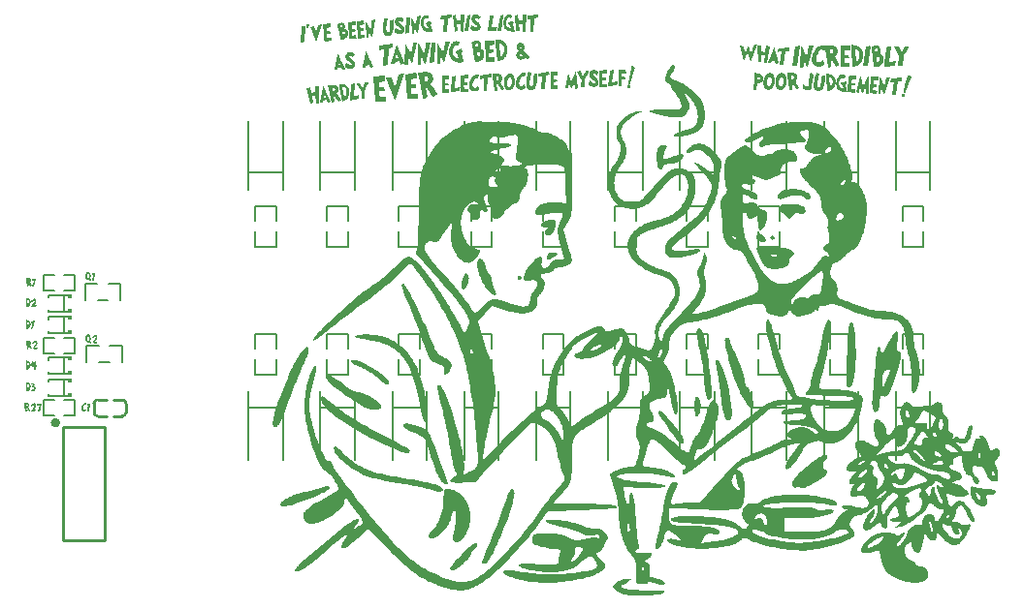
<source format=gto>
G04 Layer: TopSilkscreenLayer*
G04 EasyEDA v6.5.1, 2022-05-17 10:42:42*
G04 183223736e564f1bbe1f5351ff330512,a895fda7382342f89faddf0c187955a9,10*
G04 Gerber Generator version 0.2*
G04 Scale: 100 percent, Rotated: No, Reflected: No *
G04 Dimensions in inches *
G04 leading zeros omitted , absolute positions ,3 integer and 6 decimal *
%FSLAX36Y36*%
%MOIN*%

%ADD10C,0.0100*%
%ADD29C,0.0060*%
%ADD30C,0.0060*%
%ADD31C,0.0059*%
%ADD32C,0.0157*%

%LPD*%
G36*
X1041940Y3171580D02*
G01*
X1040600Y3171540D01*
X1039160Y3171100D01*
X1037600Y3170299D01*
X1035960Y3169120D01*
X1034240Y3167600D01*
X1032460Y3165720D01*
X1030620Y3163500D01*
X1028760Y3160980D01*
X1026880Y3158140D01*
X1025000Y3155000D01*
X1021440Y3148500D01*
X1019880Y3145440D01*
X1017260Y3139700D01*
X1015260Y3134440D01*
X1014479Y3131980D01*
X1013860Y3129640D01*
X1013400Y3127420D01*
X1013100Y3125320D01*
X1012940Y3123320D01*
X1012960Y3121440D01*
X1013120Y3119680D01*
X1013420Y3118020D01*
X1013900Y3116480D01*
X1014520Y3115020D01*
X1015300Y3113680D01*
X1016240Y3112460D01*
X1017340Y3111320D01*
X1018580Y3110299D01*
X1019980Y3109360D01*
X1021520Y3108540D01*
X1025420Y3106820D01*
X1027460Y3105600D01*
X1029300Y3104220D01*
X1030920Y3102720D01*
X1032240Y3101139D01*
X1033240Y3099520D01*
X1033880Y3097919D01*
X1034200Y3095539D01*
X1034479Y3094480D01*
X1035560Y3091840D01*
X1037280Y3088580D01*
X1039539Y3084820D01*
X1042280Y3080680D01*
X1045420Y3076280D01*
X1048880Y3071740D01*
X1054480Y3064860D01*
X1056280Y3062440D01*
X1059620Y3057440D01*
X1062560Y3052280D01*
X1065020Y3047160D01*
X1066060Y3044660D01*
X1066960Y3042220D01*
X1067700Y3039840D01*
X1068300Y3037580D01*
X1068720Y3035440D01*
X1068960Y3033440D01*
X1069020Y3031580D01*
X1068900Y3029900D01*
X1068420Y3027060D01*
X1067800Y3024600D01*
X1067400Y3023500D01*
X1066920Y3022500D01*
X1066360Y3021580D01*
X1065720Y3020740D01*
X1064960Y3019980D01*
X1064080Y3019300D01*
X1063080Y3018700D01*
X1061940Y3018159D01*
X1060640Y3017679D01*
X1059180Y3017280D01*
X1055700Y3016660D01*
X1053680Y3016420D01*
X1048980Y3016139D01*
X1043340Y3016040D01*
X1036680Y3016120D01*
X1004440Y3017260D01*
X997740Y3017320D01*
X991340Y3017260D01*
X985320Y3017080D01*
X979740Y3016800D01*
X974680Y3016400D01*
X970200Y3015920D01*
X966360Y3015320D01*
X963240Y3014660D01*
X960900Y3013900D01*
X959419Y3013060D01*
X959020Y3012600D01*
X958860Y3012120D01*
X958920Y3011600D01*
X959220Y3011060D01*
X959740Y3010500D01*
X960480Y3009900D01*
X962560Y3008660D01*
X965380Y3007360D01*
X968880Y3006019D01*
X972980Y3004640D01*
X977600Y3003220D01*
X988160Y3000400D01*
X999960Y2997679D01*
X1012460Y2995179D01*
X1018800Y2994040D01*
X1028180Y2992520D01*
X1034260Y2991660D01*
X1040120Y2990940D01*
X1045699Y2990360D01*
X1050900Y2989940D01*
X1055660Y2989720D01*
X1059920Y2989680D01*
X1063600Y2989860D01*
X1066620Y2990240D01*
X1068620Y2990779D01*
X1070740Y2991640D01*
X1072920Y2992780D01*
X1075160Y2994160D01*
X1077400Y2995800D01*
X1079640Y2997640D01*
X1081840Y2999660D01*
X1083960Y3001840D01*
X1086000Y3004140D01*
X1087900Y3006560D01*
X1089620Y3009040D01*
X1091160Y3011600D01*
X1093660Y3016220D01*
X1094700Y3018320D01*
X1096320Y3022240D01*
X1096920Y3024080D01*
X1097360Y3025880D01*
X1097660Y3027640D01*
X1097820Y3029400D01*
X1097820Y3031200D01*
X1097680Y3033020D01*
X1097380Y3034900D01*
X1096920Y3036860D01*
X1095580Y3041100D01*
X1093600Y3045920D01*
X1091000Y3051480D01*
X1077300Y3078980D01*
X1097460Y3059980D01*
X1100900Y3056340D01*
X1104140Y3052480D01*
X1107180Y3048399D01*
X1110000Y3044160D01*
X1112620Y3039760D01*
X1115020Y3035240D01*
X1117180Y3030600D01*
X1119120Y3025899D01*
X1120820Y3021120D01*
X1122260Y3016320D01*
X1123440Y3011520D01*
X1124360Y3006720D01*
X1125000Y3001980D01*
X1125380Y2997280D01*
X1125460Y2992679D01*
X1125400Y2990419D01*
X1125040Y2986000D01*
X1124360Y2981740D01*
X1123400Y2977620D01*
X1122100Y2973720D01*
X1120580Y2970160D01*
X1118840Y2966940D01*
X1116840Y2964000D01*
X1115720Y2962640D01*
X1113200Y2960059D01*
X1111800Y2958860D01*
X1108680Y2956600D01*
X1105080Y2954500D01*
X1100940Y2952520D01*
X1096220Y2950640D01*
X1090880Y2948800D01*
X1084840Y2947000D01*
X1074580Y2944260D01*
X1068120Y2942420D01*
X1062300Y2940539D01*
X1057160Y2938680D01*
X1052720Y2936860D01*
X1048980Y2935080D01*
X1045980Y2933360D01*
X1043740Y2931720D01*
X1042900Y2930940D01*
X1042260Y2930200D01*
X1041820Y2929480D01*
X1041580Y2928800D01*
X1041540Y2928140D01*
X1041700Y2927540D01*
X1042060Y2926960D01*
X1042640Y2926440D01*
X1043439Y2925960D01*
X1044440Y2925520D01*
X1045660Y2925140D01*
X1048760Y2924540D01*
X1052760Y2924180D01*
X1057660Y2924060D01*
X1062860Y2924200D01*
X1068200Y2924620D01*
X1073600Y2925280D01*
X1079060Y2926160D01*
X1084540Y2927260D01*
X1089960Y2928580D01*
X1095340Y2930080D01*
X1100600Y2931740D01*
X1105720Y2933580D01*
X1110640Y2935560D01*
X1115360Y2937660D01*
X1119820Y2939900D01*
X1123960Y2942220D01*
X1127780Y2944640D01*
X1131240Y2947140D01*
X1134280Y2949680D01*
X1136860Y2952280D01*
X1137980Y2953580D01*
X1140000Y2956460D01*
X1140980Y2958100D01*
X1142780Y2961660D01*
X1144380Y2965500D01*
X1145760Y2969640D01*
X1146940Y2974020D01*
X1147900Y2978600D01*
X1148640Y2983380D01*
X1149180Y2988300D01*
X1149520Y2993320D01*
X1149620Y2998440D01*
X1149540Y3003620D01*
X1149240Y3008800D01*
X1148720Y3013980D01*
X1147980Y3019120D01*
X1147060Y3024180D01*
X1145900Y3029120D01*
X1144540Y3033920D01*
X1142960Y3038560D01*
X1141180Y3043000D01*
X1139180Y3047200D01*
X1137300Y3050580D01*
X1135160Y3054020D01*
X1132740Y3057480D01*
X1130100Y3060940D01*
X1127220Y3064440D01*
X1124120Y3067919D01*
X1120800Y3071380D01*
X1117280Y3074820D01*
X1113580Y3078260D01*
X1109700Y3081640D01*
X1105660Y3084960D01*
X1101460Y3088240D01*
X1097140Y3091460D01*
X1092660Y3094600D01*
X1088080Y3097660D01*
X1083380Y3100620D01*
X1078580Y3103480D01*
X1073700Y3106240D01*
X1068760Y3108860D01*
X1063740Y3111380D01*
X1058680Y3113740D01*
X1046360Y3119000D01*
X1040639Y3121560D01*
X1038319Y3122720D01*
X1036360Y3123820D01*
X1034720Y3124880D01*
X1033400Y3125940D01*
X1032380Y3127000D01*
X1031680Y3128100D01*
X1031260Y3129240D01*
X1031120Y3130460D01*
X1031240Y3131780D01*
X1031640Y3133220D01*
X1032260Y3134800D01*
X1034220Y3138460D01*
X1040420Y3148260D01*
X1041900Y3150920D01*
X1043160Y3153500D01*
X1044200Y3156000D01*
X1045020Y3158380D01*
X1045620Y3160640D01*
X1045980Y3162740D01*
X1046120Y3164680D01*
X1046000Y3166440D01*
X1045639Y3168000D01*
X1045040Y3169340D01*
X1044200Y3170460D01*
X1043139Y3171220D01*
G37*
G36*
X918000Y3010520D02*
G01*
X916400Y3010480D01*
X914659Y3010299D01*
X910819Y3009540D01*
X908740Y3008980D01*
X904320Y3007460D01*
X899620Y3005520D01*
X894740Y3003159D01*
X889740Y3000440D01*
X884740Y2997420D01*
X879800Y2994100D01*
X875020Y2990560D01*
X869980Y2986420D01*
X865040Y2982140D01*
X860800Y2978159D01*
X857200Y2974420D01*
X854200Y2970779D01*
X852900Y2968980D01*
X851740Y2967180D01*
X850699Y2965380D01*
X849780Y2963540D01*
X848960Y2961660D01*
X848259Y2959740D01*
X847660Y2957760D01*
X846720Y2953580D01*
X846120Y2949020D01*
X845800Y2944000D01*
X845699Y2938420D01*
X845840Y2932679D01*
X846280Y2927180D01*
X846940Y2922000D01*
X847820Y2917300D01*
X848900Y2913200D01*
X849500Y2911420D01*
X850800Y2908500D01*
X851500Y2907380D01*
X852200Y2906500D01*
X854000Y2905160D01*
X854980Y2904320D01*
X855879Y2903360D01*
X856700Y2902300D01*
X857440Y2901139D01*
X858660Y2898540D01*
X859160Y2897100D01*
X859900Y2893980D01*
X860360Y2890539D01*
X860500Y2886840D01*
X860360Y2882860D01*
X859920Y2878660D01*
X859180Y2874280D01*
X858180Y2869720D01*
X856900Y2865020D01*
X855360Y2860220D01*
X853540Y2855320D01*
X851480Y2850400D01*
X849160Y2845440D01*
X846600Y2840480D01*
X843800Y2835560D01*
X840759Y2830700D01*
X830740Y2816259D01*
X827960Y2811980D01*
X825540Y2807980D01*
X823460Y2804180D01*
X821720Y2800539D01*
X820300Y2796960D01*
X819160Y2793399D01*
X818300Y2789760D01*
X817700Y2786019D01*
X817340Y2782080D01*
X817180Y2777860D01*
X817220Y2773320D01*
X817460Y2768380D01*
X817840Y2762980D01*
X819020Y2751060D01*
X819780Y2745500D01*
X820660Y2740360D01*
X821680Y2735580D01*
X822860Y2731100D01*
X824220Y2726900D01*
X825780Y2722919D01*
X827580Y2719140D01*
X829599Y2715480D01*
X831900Y2711920D01*
X834460Y2708399D01*
X837320Y2704900D01*
X840500Y2701360D01*
X844020Y2697720D01*
X847240Y2694680D01*
X850600Y2691860D01*
X854080Y2689260D01*
X857660Y2686900D01*
X861340Y2684760D01*
X865140Y2682860D01*
X869000Y2681160D01*
X872960Y2679700D01*
X876979Y2678460D01*
X881060Y2677420D01*
X885200Y2676620D01*
X889400Y2676019D01*
X893620Y2675640D01*
X897880Y2675480D01*
X902180Y2675520D01*
X906480Y2675760D01*
X910800Y2676240D01*
X915100Y2676900D01*
X919419Y2677780D01*
X923700Y2678860D01*
X927980Y2680140D01*
X932220Y2681620D01*
X936420Y2683320D01*
X940560Y2685200D01*
X944680Y2687280D01*
X948700Y2689560D01*
X952680Y2692040D01*
X956560Y2694700D01*
X960380Y2697559D01*
X964080Y2700600D01*
X967700Y2703840D01*
X971200Y2707280D01*
X974580Y2710880D01*
X977840Y2714680D01*
X980980Y2718660D01*
X991560Y2733540D01*
X995340Y2738580D01*
X1002820Y2748020D01*
X1006520Y2752420D01*
X1010180Y2756600D01*
X1013820Y2760560D01*
X1017400Y2764300D01*
X1020960Y2767840D01*
X1024460Y2771160D01*
X1027920Y2774240D01*
X1031320Y2777120D01*
X1034659Y2779760D01*
X1037940Y2782180D01*
X1041180Y2784380D01*
X1044320Y2786360D01*
X1047420Y2788120D01*
X1050440Y2789640D01*
X1053360Y2790940D01*
X1056220Y2792020D01*
X1059000Y2792860D01*
X1061700Y2793460D01*
X1064280Y2793840D01*
X1066800Y2794000D01*
X1069200Y2793900D01*
X1071500Y2793600D01*
X1073720Y2793039D01*
X1075800Y2792260D01*
X1077800Y2791220D01*
X1079660Y2789960D01*
X1081420Y2788460D01*
X1083060Y2786720D01*
X1084560Y2784740D01*
X1085940Y2782520D01*
X1087200Y2780059D01*
X1088320Y2777360D01*
X1089280Y2774420D01*
X1090120Y2771220D01*
X1090820Y2767780D01*
X1091360Y2764100D01*
X1091760Y2760160D01*
X1092000Y2756000D01*
X1092080Y2751560D01*
X1091980Y2747080D01*
X1091680Y2742620D01*
X1091200Y2738180D01*
X1090520Y2733800D01*
X1089660Y2729460D01*
X1088620Y2725160D01*
X1087380Y2720899D01*
X1086000Y2716720D01*
X1084420Y2712580D01*
X1082680Y2708500D01*
X1080780Y2704500D01*
X1078720Y2700560D01*
X1076520Y2696700D01*
X1074140Y2692919D01*
X1071620Y2689220D01*
X1068960Y2685600D01*
X1066160Y2682080D01*
X1063220Y2678660D01*
X1060140Y2675340D01*
X1056920Y2672100D01*
X1053580Y2668980D01*
X1050120Y2665980D01*
X1046540Y2663100D01*
X1042840Y2660320D01*
X1039020Y2657660D01*
X1035100Y2655140D01*
X1031080Y2652760D01*
X1026940Y2650500D01*
X1022700Y2648380D01*
X1018379Y2646420D01*
X1013960Y2644580D01*
X1009460Y2642919D01*
X1004860Y2641400D01*
X1000200Y2640040D01*
X995440Y2638840D01*
X984740Y2636600D01*
X979000Y2635260D01*
X973400Y2633800D01*
X967940Y2632220D01*
X962620Y2630520D01*
X957440Y2628720D01*
X952400Y2626800D01*
X947540Y2624780D01*
X942820Y2622660D01*
X938259Y2620440D01*
X933860Y2618100D01*
X929620Y2615680D01*
X925560Y2613180D01*
X921660Y2610560D01*
X917940Y2607880D01*
X914380Y2605100D01*
X911020Y2602260D01*
X907840Y2599320D01*
X904840Y2596320D01*
X902020Y2593240D01*
X899400Y2590100D01*
X896979Y2586880D01*
X894740Y2583600D01*
X892720Y2580260D01*
X890879Y2576860D01*
X889260Y2573399D01*
X887860Y2569900D01*
X886660Y2566340D01*
X885660Y2562740D01*
X884900Y2559100D01*
X884360Y2555420D01*
X884040Y2551700D01*
X883940Y2547940D01*
X884080Y2544140D01*
X884440Y2540340D01*
X885060Y2536480D01*
X885819Y2533100D01*
X886820Y2529680D01*
X888080Y2526240D01*
X889580Y2522780D01*
X891300Y2519320D01*
X893240Y2515860D01*
X895400Y2512400D01*
X897760Y2508940D01*
X900320Y2505500D01*
X903080Y2502100D01*
X906020Y2498720D01*
X909120Y2495380D01*
X912400Y2492080D01*
X915819Y2488840D01*
X919419Y2485660D01*
X923139Y2482540D01*
X927020Y2479480D01*
X931000Y2476500D01*
X935120Y2473620D01*
X939340Y2470820D01*
X943680Y2468120D01*
X948100Y2465520D01*
X952620Y2463040D01*
X957220Y2460680D01*
X961900Y2458440D01*
X966640Y2456320D01*
X971440Y2454360D01*
X976280Y2452520D01*
X981180Y2450840D01*
X993139Y2447240D01*
X999560Y2445200D01*
X1005400Y2443200D01*
X1010699Y2441200D01*
X1015460Y2439180D01*
X1019760Y2437100D01*
X1023600Y2434960D01*
X1027020Y2432700D01*
X1030060Y2430300D01*
X1032740Y2427740D01*
X1035080Y2425000D01*
X1037159Y2422020D01*
X1038980Y2418800D01*
X1040560Y2415300D01*
X1041960Y2411500D01*
X1043199Y2407360D01*
X1044320Y2402860D01*
X1045360Y2397960D01*
X1045780Y2395620D01*
X1046240Y2392240D01*
X1046460Y2387840D01*
X1046360Y2385620D01*
X1046100Y2383340D01*
X1045680Y2381000D01*
X1045060Y2378520D01*
X1044260Y2375920D01*
X1043220Y2373140D01*
X1041960Y2370180D01*
X1040460Y2366980D01*
X1036640Y2359780D01*
X1031680Y2351340D01*
X1025420Y2341420D01*
X1017760Y2329760D01*
X1008600Y2316160D01*
X988540Y2286980D01*
X987099Y2284760D01*
X985759Y2282480D01*
X984500Y2280100D01*
X983360Y2277660D01*
X981400Y2272620D01*
X979880Y2267420D01*
X979300Y2264780D01*
X978480Y2259460D01*
X978240Y2256820D01*
X978139Y2254180D01*
X978160Y2251580D01*
X978319Y2249000D01*
X978860Y2244080D01*
X979020Y2241620D01*
X978980Y2236500D01*
X978520Y2231240D01*
X977700Y2225900D01*
X976540Y2220580D01*
X975060Y2215340D01*
X974240Y2212780D01*
X972380Y2207860D01*
X970320Y2203240D01*
X969240Y2201060D01*
X966940Y2197060D01*
X965740Y2195240D01*
X963300Y2192060D01*
X962039Y2190700D01*
X960780Y2189500D01*
X959520Y2188500D01*
X958259Y2187700D01*
X957000Y2187080D01*
X955740Y2186680D01*
X954500Y2186520D01*
X953280Y2186580D01*
X952099Y2186900D01*
X916360Y2199820D01*
X909340Y2202520D01*
X906280Y2203860D01*
X903520Y2205220D01*
X901020Y2206600D01*
X898800Y2208020D01*
X896840Y2209460D01*
X895140Y2210940D01*
X893660Y2212500D01*
X892400Y2214100D01*
X891380Y2215780D01*
X890560Y2217560D01*
X889940Y2219420D01*
X889520Y2221400D01*
X889260Y2223480D01*
X889100Y2227620D01*
X888840Y2229640D01*
X888439Y2231720D01*
X887880Y2233860D01*
X886380Y2238180D01*
X884400Y2242540D01*
X882039Y2246800D01*
X879380Y2250860D01*
X876500Y2254580D01*
X873460Y2257900D01*
X871900Y2259360D01*
X870360Y2260660D01*
X868800Y2261800D01*
X867260Y2262780D01*
X865740Y2263560D01*
X864260Y2264120D01*
X862820Y2264480D01*
X861440Y2264600D01*
X859260Y2264360D01*
X855660Y2263660D01*
X845300Y2261200D01*
X828160Y2256540D01*
X824240Y2255580D01*
X820759Y2254900D01*
X817720Y2254480D01*
X815080Y2254320D01*
X812800Y2254460D01*
X810840Y2254880D01*
X809160Y2255580D01*
X807740Y2256580D01*
X806560Y2257880D01*
X805540Y2259480D01*
X804160Y2262640D01*
X802920Y2264900D01*
X801420Y2266820D01*
X800580Y2267640D01*
X799659Y2268380D01*
X798660Y2269040D01*
X797600Y2269600D01*
X795220Y2270480D01*
X793920Y2270780D01*
X791060Y2271100D01*
X787840Y2271060D01*
X786100Y2270920D01*
X782340Y2270340D01*
X778180Y2269380D01*
X773600Y2268080D01*
X768600Y2266380D01*
X763160Y2264320D01*
X757260Y2261880D01*
X750879Y2259040D01*
X744000Y2255840D01*
X730140Y2249000D01*
X720540Y2243880D01*
X716140Y2241360D01*
X711979Y2238840D01*
X708020Y2236300D01*
X704260Y2233700D01*
X700639Y2231020D01*
X697159Y2228240D01*
X693780Y2225360D01*
X690480Y2222320D01*
X687260Y2219100D01*
X684040Y2215700D01*
X680860Y2212100D01*
X677640Y2208260D01*
X674380Y2204140D01*
X671060Y2199760D01*
X667640Y2195060D01*
X660440Y2184660D01*
X653620Y2174400D01*
X647660Y2165060D01*
X642300Y2156280D01*
X637520Y2147940D01*
X633260Y2139900D01*
X629500Y2132040D01*
X626180Y2124240D01*
X623260Y2116380D01*
X621940Y2112400D01*
X620700Y2108340D01*
X619000Y2102120D01*
X616940Y2093480D01*
X615140Y2084300D01*
X613520Y2074500D01*
X612040Y2063920D01*
X610680Y2052480D01*
X609160Y2038720D01*
X608240Y2031960D01*
X607220Y2026000D01*
X606137Y2020880D01*
X639840Y2020880D01*
X639920Y2027980D01*
X640540Y2045380D01*
X641420Y2062440D01*
X642180Y2074319D01*
X643080Y2084800D01*
X644180Y2094160D01*
X644840Y2098480D01*
X645580Y2102620D01*
X646400Y2106620D01*
X647340Y2110500D01*
X648379Y2114280D01*
X649539Y2118020D01*
X650819Y2121740D01*
X652260Y2125480D01*
X653840Y2129280D01*
X657480Y2137120D01*
X661840Y2145580D01*
X667000Y2154900D01*
X673040Y2165340D01*
X680060Y2177100D01*
X683280Y2182320D01*
X686360Y2187120D01*
X689320Y2191520D01*
X692200Y2195600D01*
X695020Y2199340D01*
X697820Y2202800D01*
X700600Y2205980D01*
X703420Y2208920D01*
X706280Y2211660D01*
X709240Y2214240D01*
X712300Y2216640D01*
X715520Y2218940D01*
X718900Y2221140D01*
X722480Y2223280D01*
X726280Y2225380D01*
X730340Y2227480D01*
X739360Y2231780D01*
X752640Y2237840D01*
X765280Y2243440D01*
X772320Y2246300D01*
X774860Y2247160D01*
X776740Y2247660D01*
X778020Y2247760D01*
X778439Y2247660D01*
X778680Y2247480D01*
X778800Y2247180D01*
X778560Y2246300D01*
X777740Y2245020D01*
X776380Y2243320D01*
X774440Y2241200D01*
X768960Y2235720D01*
X751480Y2218920D01*
X746380Y2213720D01*
X741760Y2208760D01*
X737740Y2204180D01*
X734419Y2200100D01*
X731900Y2196640D01*
X730980Y2195200D01*
X730320Y2193960D01*
X729900Y2192940D01*
X729460Y2190800D01*
X728620Y2189360D01*
X727280Y2187860D01*
X725523Y2186380D01*
X752360Y2186380D01*
X752360Y2186780D01*
X752700Y2187380D01*
X753379Y2188160D01*
X755800Y2190380D01*
X759560Y2193480D01*
X763840Y2196820D01*
X767940Y2199460D01*
X772260Y2201740D01*
X776620Y2203640D01*
X780860Y2205120D01*
X784800Y2206160D01*
X786600Y2206520D01*
X788259Y2206740D01*
X789760Y2206840D01*
X791080Y2206820D01*
X792180Y2206660D01*
X793060Y2206360D01*
X793700Y2205920D01*
X794040Y2205340D01*
X794120Y2204620D01*
X793860Y2203760D01*
X793259Y2202720D01*
X792320Y2201540D01*
X791000Y2200200D01*
X789900Y2199280D01*
X788520Y2198320D01*
X785040Y2196300D01*
X780800Y2194240D01*
X776060Y2192260D01*
X771040Y2190460D01*
X766000Y2188940D01*
X756120Y2186480D01*
X753500Y2186100D01*
X752740Y2186160D01*
X752360Y2186380D01*
X725500Y2186360D01*
X723360Y2184920D01*
X720900Y2183540D01*
X718180Y2182320D01*
X712360Y2180220D01*
X709640Y2178980D01*
X707180Y2177620D01*
X705040Y2176180D01*
X703259Y2174680D01*
X701919Y2173200D01*
X701060Y2171740D01*
X700780Y2170400D01*
X700860Y2169280D01*
X701100Y2168240D01*
X701500Y2167240D01*
X702039Y2166280D01*
X702740Y2165400D01*
X703580Y2164560D01*
X704580Y2163800D01*
X705699Y2163080D01*
X706940Y2162420D01*
X708319Y2161820D01*
X711460Y2160800D01*
X715080Y2160000D01*
X719120Y2159460D01*
X723560Y2159140D01*
X728400Y2159080D01*
X733560Y2159280D01*
X739060Y2159720D01*
X744820Y2160400D01*
X750840Y2161360D01*
X757080Y2162580D01*
X763500Y2164060D01*
X767780Y2165260D01*
X772280Y2166740D01*
X776940Y2168500D01*
X781760Y2170500D01*
X786680Y2172720D01*
X791680Y2175140D01*
X796720Y2177740D01*
X801760Y2180480D01*
X806800Y2183360D01*
X811760Y2186340D01*
X816640Y2189400D01*
X825980Y2195680D01*
X830380Y2198860D01*
X834560Y2202020D01*
X838480Y2205140D01*
X842099Y2208200D01*
X845400Y2211180D01*
X848340Y2214040D01*
X850900Y2216780D01*
X853020Y2219380D01*
X854680Y2221780D01*
X855840Y2224000D01*
X856240Y2225020D01*
X856500Y2225980D01*
X856600Y2226880D01*
X856580Y2227720D01*
X856400Y2228480D01*
X856060Y2229180D01*
X855120Y2231680D01*
X855520Y2233720D01*
X857099Y2235100D01*
X859760Y2235620D01*
X861140Y2235500D01*
X862360Y2235200D01*
X863460Y2234700D01*
X864419Y2234000D01*
X865220Y2233140D01*
X865900Y2232100D01*
X866440Y2230880D01*
X866860Y2229520D01*
X867140Y2228000D01*
X867280Y2226340D01*
X867300Y2224540D01*
X867200Y2222620D01*
X866960Y2220580D01*
X866120Y2216160D01*
X864800Y2211360D01*
X863000Y2206220D01*
X860740Y2200800D01*
X858020Y2195180D01*
X854860Y2189400D01*
X851280Y2183520D01*
X844840Y2173780D01*
X841040Y2167520D01*
X837880Y2161820D01*
X835360Y2156620D01*
X833500Y2151900D01*
X832820Y2149720D01*
X832280Y2147640D01*
X831919Y2145700D01*
X831700Y2143840D01*
X831640Y2142100D01*
X831740Y2140460D01*
X832000Y2138920D01*
X832420Y2137480D01*
X832980Y2136140D01*
X833720Y2134880D01*
X834599Y2133720D01*
X835620Y2132640D01*
X836800Y2131640D01*
X838139Y2130720D01*
X839180Y2130340D01*
X840380Y2130360D01*
X841720Y2130760D01*
X843160Y2131520D01*
X844700Y2132620D01*
X846320Y2134020D01*
X847980Y2135720D01*
X849659Y2137700D01*
X851340Y2139940D01*
X853020Y2142420D01*
X854640Y2145080D01*
X860759Y2156360D01*
X863500Y2161020D01*
X865980Y2164900D01*
X868220Y2168040D01*
X870180Y2170420D01*
X871880Y2172080D01*
X872620Y2172620D01*
X873300Y2173000D01*
X873880Y2173180D01*
X874400Y2173180D01*
X874840Y2173020D01*
X875200Y2172660D01*
X875500Y2172120D01*
X875699Y2171420D01*
X875856Y2169560D01*
X935420Y2169560D01*
X935960Y2170180D01*
X937140Y2170400D01*
X938880Y2170180D01*
X941060Y2169560D01*
X943580Y2168580D01*
X946380Y2167260D01*
X948290Y2166260D01*
X988020Y2166260D01*
X988060Y2168480D01*
X988480Y2171160D01*
X989280Y2174240D01*
X990440Y2177640D01*
X991960Y2181300D01*
X993379Y2184300D01*
X994760Y2186940D01*
X996080Y2189240D01*
X997340Y2191200D01*
X998520Y2192820D01*
X999620Y2194120D01*
X1000639Y2195060D01*
X1001560Y2195680D01*
X1002360Y2195960D01*
X1003040Y2195920D01*
X1003620Y2195560D01*
X1004040Y2194880D01*
X1004340Y2193880D01*
X1004479Y2192560D01*
X1004460Y2190940D01*
X1004260Y2189000D01*
X1003900Y2186740D01*
X1003360Y2184200D01*
X1002620Y2181340D01*
X1001680Y2178180D01*
X1000580Y2175160D01*
X999300Y2172340D01*
X997880Y2169800D01*
X996360Y2167560D01*
X994800Y2165720D01*
X993240Y2164340D01*
X991720Y2163460D01*
X990300Y2163140D01*
X989140Y2163520D01*
X988379Y2164580D01*
X988020Y2166260D01*
X948290Y2166260D01*
X952420Y2163880D01*
X955480Y2161900D01*
X958439Y2159760D01*
X961120Y2157620D01*
X963340Y2155620D01*
X965060Y2153820D01*
X966260Y2152240D01*
X966900Y2150940D01*
X966960Y2149960D01*
X966440Y2149340D01*
X965260Y2149120D01*
X963520Y2149340D01*
X961340Y2149960D01*
X958820Y2150940D01*
X956020Y2152240D01*
X953040Y2153820D01*
X949980Y2155620D01*
X946919Y2157620D01*
X943960Y2159760D01*
X941280Y2161900D01*
X939060Y2163880D01*
X937340Y2165700D01*
X936140Y2167260D01*
X935500Y2168580D01*
X935420Y2169560D01*
X875856Y2169560D01*
X875819Y2168240D01*
X875480Y2165240D01*
X874780Y2161560D01*
X873720Y2157200D01*
X872280Y2152160D01*
X870480Y2146440D01*
X866680Y2135420D01*
X865160Y2130600D01*
X863080Y2123120D01*
X861820Y2118040D01*
X860680Y2112960D01*
X859659Y2107920D01*
X858020Y2098120D01*
X857440Y2093480D01*
X857000Y2089079D01*
X856720Y2084960D01*
X856620Y2081160D01*
X856700Y2077740D01*
X857000Y2074160D01*
X857220Y2070220D01*
X857280Y2066420D01*
X857159Y2062740D01*
X856860Y2059199D01*
X856360Y2055760D01*
X855660Y2052420D01*
X854720Y2049139D01*
X853580Y2045960D01*
X852180Y2042820D01*
X850540Y2039720D01*
X848660Y2036660D01*
X846480Y2033620D01*
X844040Y2030580D01*
X841320Y2027540D01*
X838300Y2024480D01*
X834960Y2021399D01*
X831300Y2018260D01*
X827320Y2015060D01*
X823000Y2011819D01*
X818340Y2008480D01*
X813319Y2005040D01*
X807920Y2001500D01*
X795980Y1994060D01*
X771240Y1979340D01*
X758880Y1971819D01*
X740060Y1960060D01*
X731560Y1954620D01*
X720520Y1947340D01*
X712220Y1941579D01*
X688940Y1924319D01*
X675120Y1955580D01*
X672780Y1960300D01*
X670240Y1964940D01*
X667580Y1969400D01*
X664840Y1973600D01*
X662060Y1977480D01*
X659320Y1980960D01*
X656660Y1983959D01*
X654120Y1986420D01*
X651780Y1988240D01*
X649539Y1989540D01*
X647460Y1990960D01*
X645660Y1992580D01*
X644860Y1993520D01*
X643460Y1995660D01*
X642320Y1998240D01*
X641820Y1999740D01*
X641020Y2003140D01*
X640440Y2007220D01*
X640060Y2012060D01*
X639860Y2017720D01*
X639840Y2020880D01*
X606137Y2020880D01*
X604860Y2016279D01*
X603440Y2012380D01*
X601820Y2009019D01*
X599980Y2006160D01*
X598960Y2004880D01*
X597900Y2003720D01*
X595520Y2001620D01*
X594240Y2000700D01*
X591400Y1999019D01*
X587240Y1996920D01*
X583220Y1994560D01*
X578620Y1991540D01*
X573480Y1987920D01*
X567840Y1983700D01*
X561740Y1978940D01*
X555180Y1973640D01*
X547252Y1967020D01*
X585640Y1967020D01*
X585760Y1968480D01*
X586140Y1969960D01*
X586740Y1971420D01*
X587560Y1972860D01*
X588640Y1974280D01*
X589940Y1975700D01*
X591480Y1977100D01*
X593260Y1978500D01*
X595260Y1979860D01*
X597520Y1981220D01*
X599120Y1982040D01*
X600760Y1982740D01*
X602400Y1983300D01*
X604080Y1983740D01*
X605760Y1984040D01*
X607460Y1984199D01*
X609180Y1984220D01*
X610900Y1984120D01*
X612640Y1983880D01*
X614400Y1983520D01*
X616140Y1983040D01*
X617900Y1982420D01*
X619680Y1981680D01*
X621440Y1980820D01*
X624980Y1978720D01*
X628500Y1976120D01*
X630260Y1974660D01*
X633740Y1971360D01*
X637200Y1967600D01*
X640580Y1963380D01*
X643920Y1958720D01*
X647159Y1953600D01*
X650320Y1948080D01*
X652880Y1943040D01*
X654880Y1938500D01*
X656760Y1933580D01*
X658520Y1928420D01*
X660080Y1923100D01*
X661460Y1917720D01*
X662620Y1912400D01*
X663520Y1907240D01*
X664160Y1902340D01*
X664479Y1897800D01*
X664539Y1871020D01*
X646600Y1905400D01*
X643840Y1910160D01*
X640900Y1914760D01*
X637820Y1919180D01*
X634580Y1923380D01*
X631240Y1927340D01*
X627820Y1931040D01*
X624320Y1934460D01*
X620760Y1937580D01*
X617160Y1940360D01*
X613580Y1942800D01*
X609980Y1944860D01*
X602200Y1948800D01*
X597140Y1951860D01*
X594940Y1953400D01*
X592980Y1954920D01*
X591240Y1956459D01*
X589740Y1957980D01*
X588480Y1959500D01*
X587440Y1961020D01*
X586640Y1962520D01*
X586080Y1964019D01*
X585740Y1965520D01*
X585640Y1967020D01*
X547252Y1967020D01*
X533160Y1954820D01*
X523080Y1945820D01*
X514700Y1938180D01*
X503880Y1928120D01*
X485900Y1911000D01*
X467320Y1892780D01*
X448400Y1873720D01*
X388260Y1811699D01*
X391440Y1849340D01*
X392200Y1855820D01*
X393340Y1863560D01*
X394820Y1872400D01*
X396580Y1882140D01*
X398620Y1892620D01*
X403360Y1915080D01*
X405980Y1926720D01*
X408740Y1938420D01*
X411580Y1949960D01*
X418400Y1976519D01*
X422180Y1992000D01*
X424600Y2002860D01*
X426520Y2012660D01*
X427939Y2021660D01*
X428920Y2030120D01*
X429460Y2038320D01*
X429580Y2042400D01*
X429580Y2048600D01*
X429240Y2057180D01*
X428560Y2066360D01*
X427540Y2076420D01*
X426220Y2087620D01*
X425060Y2096639D01*
X423220Y2108700D01*
X421140Y2120600D01*
X418880Y2132000D01*
X416500Y2142580D01*
X414080Y2152020D01*
X412879Y2156220D01*
X411700Y2160000D01*
X410540Y2163340D01*
X409400Y2166200D01*
X407040Y2171200D01*
X404020Y2178140D01*
X400540Y2186920D01*
X396760Y2197100D01*
X392840Y2208260D01*
X388920Y2219980D01*
X385160Y2231840D01*
X368680Y2286880D01*
X417320Y2339980D01*
X458760Y2326920D01*
X468579Y2324160D01*
X478880Y2321640D01*
X489280Y2319440D01*
X499340Y2317620D01*
X508680Y2316300D01*
X512939Y2315820D01*
X516880Y2315500D01*
X520439Y2315340D01*
X524620Y2315360D01*
X529620Y2315740D01*
X534500Y2316460D01*
X539220Y2317520D01*
X543760Y2318900D01*
X548060Y2320540D01*
X552140Y2322460D01*
X555940Y2324640D01*
X559440Y2327020D01*
X562620Y2329620D01*
X564100Y2330980D01*
X566740Y2333820D01*
X569020Y2336820D01*
X570860Y2339960D01*
X572280Y2343180D01*
X573220Y2346500D01*
X573500Y2348180D01*
X573660Y2349880D01*
X573700Y2351580D01*
X573600Y2353300D01*
X573360Y2355020D01*
X572600Y2358780D01*
X572480Y2360940D01*
X572640Y2363200D01*
X573060Y2365500D01*
X573700Y2367860D01*
X574600Y2370240D01*
X575720Y2372620D01*
X577060Y2374980D01*
X578600Y2377300D01*
X580340Y2379540D01*
X582280Y2381700D01*
X586020Y2385340D01*
X587560Y2387020D01*
X589020Y2388800D01*
X590400Y2390660D01*
X592840Y2394600D01*
X593940Y2396660D01*
X595820Y2400900D01*
X597300Y2405240D01*
X598360Y2409600D01*
X599020Y2413900D01*
X599180Y2416020D01*
X599220Y2418080D01*
X599160Y2420080D01*
X599000Y2422020D01*
X598700Y2423880D01*
X598300Y2425660D01*
X597780Y2427340D01*
X597140Y2428920D01*
X596380Y2430380D01*
X595480Y2431720D01*
X594480Y2432920D01*
X593340Y2433980D01*
X589840Y2436420D01*
X588020Y2437980D01*
X586640Y2439560D01*
X585640Y2441140D01*
X585060Y2442680D01*
X584860Y2444180D01*
X585020Y2445620D01*
X585580Y2446980D01*
X586480Y2448240D01*
X587740Y2449400D01*
X589320Y2450440D01*
X591260Y2451320D01*
X593500Y2452020D01*
X596060Y2452560D01*
X598920Y2452880D01*
X604480Y2453100D01*
X606940Y2453400D01*
X609460Y2453860D01*
X611980Y2454500D01*
X614460Y2455280D01*
X616880Y2456200D01*
X619200Y2457240D01*
X621400Y2458400D01*
X623440Y2459660D01*
X625300Y2461000D01*
X626940Y2462400D01*
X629680Y2465340D01*
X631260Y2466760D01*
X633060Y2468100D01*
X635020Y2469340D01*
X637120Y2470500D01*
X639340Y2471540D01*
X641620Y2472460D01*
X643960Y2473260D01*
X646320Y2473880D01*
X648660Y2474360D01*
X650939Y2474640D01*
X655440Y2474840D01*
X657860Y2475100D01*
X660400Y2475520D01*
X663020Y2476100D01*
X665680Y2476820D01*
X668360Y2477660D01*
X671000Y2478620D01*
X673580Y2479680D01*
X676080Y2480820D01*
X678439Y2482040D01*
X680620Y2483340D01*
X683980Y2485680D01*
X686400Y2487580D01*
X688400Y2489440D01*
X689260Y2490400D01*
X690000Y2491380D01*
X690620Y2492420D01*
X691160Y2493540D01*
X691580Y2494740D01*
X691880Y2496040D01*
X692080Y2497460D01*
X692159Y2499020D01*
X692020Y2502600D01*
X691400Y2506940D01*
X690340Y2512140D01*
X688820Y2518360D01*
X686840Y2525700D01*
X681440Y2544320D01*
X663360Y2605179D01*
X679680Y2631620D01*
X682920Y2637320D01*
X684340Y2640160D01*
X685639Y2643039D01*
X686820Y2646000D01*
X687900Y2649060D01*
X688880Y2652280D01*
X689760Y2655680D01*
X690540Y2659280D01*
X691240Y2663140D01*
X692380Y2671760D01*
X692840Y2676600D01*
X693560Y2687460D01*
X694040Y2700179D01*
X694340Y2715040D01*
X694500Y2732300D01*
X694640Y2779340D01*
X694620Y2815280D01*
X694520Y2828960D01*
X694320Y2840120D01*
X694040Y2849060D01*
X693620Y2856060D01*
X693100Y2861360D01*
X692420Y2865260D01*
X692039Y2866780D01*
X691600Y2868039D01*
X691120Y2869100D01*
X690620Y2869960D01*
X690040Y2870700D01*
X688780Y2871860D01*
X686740Y2873340D01*
X685720Y2874340D01*
X683580Y2877100D01*
X681400Y2880640D01*
X679280Y2884740D01*
X677340Y2889240D01*
X675200Y2895240D01*
X673760Y2898020D01*
X671760Y2900880D01*
X669240Y2903820D01*
X666260Y2906780D01*
X662840Y2909760D01*
X659060Y2912740D01*
X654960Y2915680D01*
X650580Y2918540D01*
X645960Y2921320D01*
X641160Y2923980D01*
X636220Y2926480D01*
X631180Y2928840D01*
X626100Y2930980D01*
X621040Y2932900D01*
X616020Y2934580D01*
X611100Y2935980D01*
X606320Y2937080D01*
X601740Y2937860D01*
X597400Y2938279D01*
X592220Y2938519D01*
X589020Y2938920D01*
X585860Y2939520D01*
X582820Y2940340D01*
X579980Y2941300D01*
X577440Y2942380D01*
X575280Y2943580D01*
X571720Y2946420D01*
X569480Y2947960D01*
X566840Y2949520D01*
X563880Y2951080D01*
X560580Y2952640D01*
X556980Y2954180D01*
X553100Y2955700D01*
X544580Y2958680D01*
X535160Y2961540D01*
X525020Y2964220D01*
X514340Y2966720D01*
X503240Y2968980D01*
X497600Y2970020D01*
X486240Y2971840D01*
X477720Y2973000D01*
X466500Y2974220D01*
X455580Y2975040D01*
X445140Y2975419D01*
X399980Y2975640D01*
X367400Y2975980D01*
X363980Y2975920D01*
X360340Y2975659D01*
X356540Y2975179D01*
X352580Y2974500D01*
X348480Y2973620D01*
X344240Y2972559D01*
X339880Y2971320D01*
X335420Y2969900D01*
X330860Y2968340D01*
X321540Y2964740D01*
X316800Y2962720D01*
X307220Y2958300D01*
X302400Y2955920D01*
X292820Y2950820D01*
X288080Y2948120D01*
X281040Y2943940D01*
X271920Y2938080D01*
X263180Y2932000D01*
X258980Y2928900D01*
X251040Y2922580D01*
X247300Y2919380D01*
X243740Y2916180D01*
X240380Y2912960D01*
X237220Y2909760D01*
X235235Y2907600D01*
X408280Y2907600D01*
X408400Y2908519D01*
X408680Y2909540D01*
X409120Y2910659D01*
X410439Y2913220D01*
X412280Y2916259D01*
X413860Y2918620D01*
X415420Y2920659D01*
X416960Y2922380D01*
X418540Y2923759D01*
X420140Y2924820D01*
X421760Y2925580D01*
X423459Y2926040D01*
X425200Y2926180D01*
X427020Y2926019D01*
X428920Y2925580D01*
X430920Y2924840D01*
X434500Y2923140D01*
X436140Y2922559D01*
X437939Y2922080D01*
X439920Y2921720D01*
X442040Y2921440D01*
X444320Y2921259D01*
X446700Y2921180D01*
X451840Y2921320D01*
X454560Y2921520D01*
X460220Y2922240D01*
X466120Y2923360D01*
X479460Y2926700D01*
X486300Y2928100D01*
X489440Y2928639D01*
X495000Y2929320D01*
X497340Y2929460D01*
X499340Y2929480D01*
X500959Y2929340D01*
X502160Y2929060D01*
X502920Y2928639D01*
X503500Y2927919D01*
X504020Y2926960D01*
X504500Y2925800D01*
X505260Y2922880D01*
X505780Y2919200D01*
X506060Y2914860D01*
X506140Y2909920D01*
X505959Y2904440D01*
X505580Y2898500D01*
X504960Y2892160D01*
X504140Y2885520D01*
X503080Y2878620D01*
X501820Y2871520D01*
X500280Y2863680D01*
X499700Y2859880D01*
X499340Y2856480D01*
X499240Y2853480D01*
X499380Y2850840D01*
X499780Y2848519D01*
X500439Y2846500D01*
X501360Y2844780D01*
X502580Y2843279D01*
X504060Y2842000D01*
X505860Y2840920D01*
X510020Y2839160D01*
X513540Y2837500D01*
X515020Y2836680D01*
X517340Y2835059D01*
X518200Y2834280D01*
X518880Y2833500D01*
X519360Y2832740D01*
X519660Y2832000D01*
X519760Y2831259D01*
X519680Y2830560D01*
X519420Y2829860D01*
X518980Y2829200D01*
X518360Y2828560D01*
X517560Y2827940D01*
X516580Y2827340D01*
X514120Y2826240D01*
X512640Y2825720D01*
X509180Y2824820D01*
X505060Y2824040D01*
X500319Y2823420D01*
X494960Y2822960D01*
X489020Y2822660D01*
X482500Y2822559D01*
X473400Y2822620D01*
X466019Y2822780D01*
X460240Y2823120D01*
X457920Y2823360D01*
X455959Y2823660D01*
X454340Y2824040D01*
X453040Y2824480D01*
X452060Y2825000D01*
X451380Y2825600D01*
X450980Y2826300D01*
X450860Y2827100D01*
X451000Y2828000D01*
X451380Y2829000D01*
X451980Y2830120D01*
X452800Y2831360D01*
X456920Y2836560D01*
X458400Y2838680D01*
X459520Y2840600D01*
X460240Y2842360D01*
X460560Y2844000D01*
X460460Y2845600D01*
X459960Y2847140D01*
X459020Y2848720D01*
X457660Y2850340D01*
X455880Y2852060D01*
X453620Y2853920D01*
X450920Y2855960D01*
X448920Y2857320D01*
X446740Y2858639D01*
X444400Y2859880D01*
X441940Y2861060D01*
X439400Y2862140D01*
X436800Y2863120D01*
X434200Y2863980D01*
X431620Y2864720D01*
X429099Y2865320D01*
X426659Y2865760D01*
X424360Y2866060D01*
X418459Y2866320D01*
X415740Y2866760D01*
X414739Y2867060D01*
X414000Y2867420D01*
X413459Y2867840D01*
X413160Y2868279D01*
X413060Y2868780D01*
X413180Y2869320D01*
X413519Y2869900D01*
X414040Y2870520D01*
X415660Y2871840D01*
X417980Y2873240D01*
X420959Y2874700D01*
X424560Y2876200D01*
X428720Y2877720D01*
X433380Y2879220D01*
X438500Y2880659D01*
X444020Y2882040D01*
X449880Y2883300D01*
X461800Y2885500D01*
X466840Y2886620D01*
X471160Y2887760D01*
X474760Y2888940D01*
X477680Y2890140D01*
X479920Y2891340D01*
X480780Y2891920D01*
X481480Y2892520D01*
X482000Y2893120D01*
X482360Y2893700D01*
X482540Y2894280D01*
X482580Y2894840D01*
X482440Y2895400D01*
X482140Y2895940D01*
X481680Y2896480D01*
X480260Y2897500D01*
X478220Y2898460D01*
X475560Y2899320D01*
X472260Y2900100D01*
X468360Y2900779D01*
X463860Y2901360D01*
X458760Y2901800D01*
X453080Y2902100D01*
X446820Y2902260D01*
X430980Y2902340D01*
X424380Y2902480D01*
X419060Y2902780D01*
X414900Y2903220D01*
X411840Y2903900D01*
X410680Y2904320D01*
X409760Y2904820D01*
X409080Y2905400D01*
X408620Y2906040D01*
X408340Y2906780D01*
X408280Y2907600D01*
X235235Y2907600D01*
X232920Y2904960D01*
X230340Y2901800D01*
X228020Y2898660D01*
X220680Y2888140D01*
X213980Y2878360D01*
X207860Y2869240D01*
X202300Y2860659D01*
X197280Y2852559D01*
X192780Y2844800D01*
X188760Y2837340D01*
X185200Y2830020D01*
X183560Y2826400D01*
X181320Y2821000D01*
X179300Y2815539D01*
X178060Y2811880D01*
X175859Y2804420D01*
X175305Y2802300D01*
X426019Y2802300D01*
X426300Y2803200D01*
X427500Y2804440D01*
X429620Y2806040D01*
X435820Y2810100D01*
X440700Y2813039D01*
X442500Y2813960D01*
X443920Y2814520D01*
X445040Y2814700D01*
X445860Y2814520D01*
X446440Y2813960D01*
X446800Y2813039D01*
X447020Y2811760D01*
X447160Y2808080D01*
X446900Y2806620D01*
X446140Y2805280D01*
X444980Y2804060D01*
X443420Y2803000D01*
X441540Y2802120D01*
X439400Y2801460D01*
X437020Y2801060D01*
X434460Y2800940D01*
X430900Y2801019D01*
X428300Y2801259D01*
X426680Y2801660D01*
X426019Y2802300D01*
X175305Y2802300D01*
X173540Y2794740D01*
X172040Y2786560D01*
X170780Y2777900D01*
X169760Y2768680D01*
X169404Y2764760D01*
X406120Y2764760D01*
X406260Y2768220D01*
X406500Y2771139D01*
X406920Y2773820D01*
X407520Y2776220D01*
X408260Y2778360D01*
X409180Y2780240D01*
X410260Y2781860D01*
X411520Y2783240D01*
X412939Y2784360D01*
X414540Y2785220D01*
X416320Y2785840D01*
X418280Y2786200D01*
X420400Y2786340D01*
X422960Y2786180D01*
X425140Y2785740D01*
X426940Y2785040D01*
X428320Y2784120D01*
X429219Y2783000D01*
X429640Y2781720D01*
X429520Y2780299D01*
X428080Y2777040D01*
X427720Y2775000D01*
X427720Y2772740D01*
X428100Y2770340D01*
X428840Y2767840D01*
X429880Y2765360D01*
X431260Y2762940D01*
X432920Y2760659D01*
X434560Y2758600D01*
X435800Y2756840D01*
X436640Y2755320D01*
X437060Y2754020D01*
X437040Y2752960D01*
X436580Y2752100D01*
X435660Y2751420D01*
X434240Y2750899D01*
X432340Y2750520D01*
X429900Y2750280D01*
X426940Y2750140D01*
X423440Y2750100D01*
X419960Y2750179D01*
X416940Y2750419D01*
X414340Y2750860D01*
X412180Y2751520D01*
X410379Y2752420D01*
X408940Y2753620D01*
X407819Y2755100D01*
X407020Y2756940D01*
X406480Y2759140D01*
X406200Y2761740D01*
X406120Y2764760D01*
X169404Y2764760D01*
X168760Y2756200D01*
X168160Y2745340D01*
X167700Y2733600D01*
X167079Y2707100D01*
X166700Y2679700D01*
X166220Y2654880D01*
X165479Y2627900D01*
X164579Y2603080D01*
X163680Y2583800D01*
X162740Y2568000D01*
X161780Y2556540D01*
X159496Y2537960D01*
X186280Y2537960D01*
X186360Y2540460D01*
X186560Y2542860D01*
X186920Y2545160D01*
X187399Y2547340D01*
X188020Y2549400D01*
X188740Y2551360D01*
X189579Y2553200D01*
X190539Y2554900D01*
X191600Y2556480D01*
X192740Y2557920D01*
X194000Y2559220D01*
X195320Y2560380D01*
X196740Y2561380D01*
X198220Y2562240D01*
X199760Y2562940D01*
X201380Y2563480D01*
X203060Y2563840D01*
X204780Y2564040D01*
X206540Y2564060D01*
X208359Y2563900D01*
X210200Y2563560D01*
X212060Y2563020D01*
X213960Y2562300D01*
X217180Y2560720D01*
X219700Y2559760D01*
X220920Y2559480D01*
X222120Y2559340D01*
X223320Y2559340D01*
X224500Y2559480D01*
X225720Y2559780D01*
X226920Y2560240D01*
X228180Y2560860D01*
X229440Y2561660D01*
X230760Y2562660D01*
X233520Y2565179D01*
X236520Y2568500D01*
X239840Y2572660D01*
X243520Y2577720D01*
X247620Y2583720D01*
X256040Y2596560D01*
X266660Y2612060D01*
X272460Y2619900D01*
X274780Y2622860D01*
X276680Y2625059D01*
X278060Y2626440D01*
X278540Y2626800D01*
X278880Y2626920D01*
X279280Y2626680D01*
X279560Y2626000D01*
X279760Y2624920D01*
X279860Y2623460D01*
X279760Y2619480D01*
X279300Y2614360D01*
X278500Y2608340D01*
X276600Y2596940D01*
X276100Y2592200D01*
X275840Y2587400D01*
X275800Y2582559D01*
X276000Y2577700D01*
X276400Y2572840D01*
X277020Y2567980D01*
X277840Y2563140D01*
X278840Y2558340D01*
X280040Y2553580D01*
X281420Y2548880D01*
X282960Y2544260D01*
X284660Y2539740D01*
X286520Y2535320D01*
X288540Y2531000D01*
X290680Y2526820D01*
X292960Y2522800D01*
X295380Y2518920D01*
X297900Y2515220D01*
X300540Y2511720D01*
X303280Y2508400D01*
X306120Y2505320D01*
X309040Y2502440D01*
X312040Y2499820D01*
X315120Y2497460D01*
X318260Y2495360D01*
X321460Y2493540D01*
X324720Y2492020D01*
X328000Y2490820D01*
X329660Y2490340D01*
X333020Y2489640D01*
X336380Y2489280D01*
X338060Y2489240D01*
X339400Y2489340D01*
X340840Y2489680D01*
X342400Y2490220D01*
X344060Y2490960D01*
X345800Y2491880D01*
X347620Y2492980D01*
X351400Y2495660D01*
X353340Y2497200D01*
X357220Y2500700D01*
X361040Y2504600D01*
X364660Y2508860D01*
X369020Y2514680D01*
X373280Y2520700D01*
X374920Y2523180D01*
X376220Y2525340D01*
X377180Y2527220D01*
X377819Y2528840D01*
X378140Y2530240D01*
X378140Y2531460D01*
X377819Y2532500D01*
X377200Y2533400D01*
X376260Y2534200D01*
X375040Y2534940D01*
X373500Y2535620D01*
X363519Y2538940D01*
X358120Y2540940D01*
X353240Y2543040D01*
X348880Y2545240D01*
X344920Y2547600D01*
X341360Y2550200D01*
X339700Y2551580D01*
X336599Y2554580D01*
X333740Y2557900D01*
X331040Y2561600D01*
X328480Y2565720D01*
X325980Y2570299D01*
X323579Y2575200D01*
X321420Y2580080D01*
X319480Y2585020D01*
X317740Y2590000D01*
X316220Y2595020D01*
X314900Y2600059D01*
X313800Y2605120D01*
X312900Y2610179D01*
X312200Y2615200D01*
X311720Y2620220D01*
X311460Y2625200D01*
X311400Y2630120D01*
X311540Y2634980D01*
X311900Y2639760D01*
X312480Y2644460D01*
X313260Y2649080D01*
X314240Y2653580D01*
X315440Y2657940D01*
X316860Y2662200D01*
X318480Y2666300D01*
X320319Y2670240D01*
X322360Y2674000D01*
X325000Y2678180D01*
X328280Y2682540D01*
X330020Y2684560D01*
X331800Y2686460D01*
X333640Y2688260D01*
X337380Y2691480D01*
X339300Y2692919D01*
X341240Y2694220D01*
X343180Y2695400D01*
X345100Y2696440D01*
X347040Y2697340D01*
X348960Y2698120D01*
X350860Y2698759D01*
X352720Y2699240D01*
X354560Y2699600D01*
X356360Y2699800D01*
X358100Y2699860D01*
X359780Y2699760D01*
X361400Y2699500D01*
X362960Y2699100D01*
X364440Y2698519D01*
X365840Y2697780D01*
X367140Y2696900D01*
X368340Y2695820D01*
X369440Y2694600D01*
X370420Y2693180D01*
X370840Y2692000D01*
X370580Y2691019D01*
X369660Y2690280D01*
X368160Y2689740D01*
X366140Y2689460D01*
X363620Y2689440D01*
X360680Y2689680D01*
X354580Y2690640D01*
X351960Y2690860D01*
X349540Y2690860D01*
X347299Y2690620D01*
X345240Y2690160D01*
X343360Y2689460D01*
X341640Y2688519D01*
X340100Y2687360D01*
X338700Y2685940D01*
X337460Y2684280D01*
X336380Y2682380D01*
X335439Y2680240D01*
X334560Y2677520D01*
X334060Y2674880D01*
X333900Y2672400D01*
X334080Y2670140D01*
X334600Y2668159D01*
X335439Y2666520D01*
X336580Y2665280D01*
X339580Y2663700D01*
X341019Y2662420D01*
X342320Y2660700D01*
X343440Y2658620D01*
X344380Y2656259D01*
X345100Y2653680D01*
X345540Y2650940D01*
X345780Y2645680D01*
X346060Y2643560D01*
X346540Y2641720D01*
X347239Y2640179D01*
X348160Y2638900D01*
X349300Y2637880D01*
X350720Y2637120D01*
X352400Y2636620D01*
X354340Y2636340D01*
X356580Y2636280D01*
X359140Y2636460D01*
X362000Y2636840D01*
X364860Y2637400D01*
X367420Y2638120D01*
X369660Y2639020D01*
X371599Y2640120D01*
X373260Y2641440D01*
X374640Y2642980D01*
X375780Y2644780D01*
X376680Y2646860D01*
X377340Y2649200D01*
X377780Y2651860D01*
X378020Y2654820D01*
X378060Y2661520D01*
X378160Y2664420D01*
X378380Y2666840D01*
X378720Y2668800D01*
X379200Y2670280D01*
X379820Y2671320D01*
X380600Y2671940D01*
X381560Y2672120D01*
X382700Y2671920D01*
X384020Y2671300D01*
X385540Y2670320D01*
X389099Y2667540D01*
X390780Y2666360D01*
X392360Y2665400D01*
X393840Y2664700D01*
X395180Y2664200D01*
X396420Y2663940D01*
X397520Y2663900D01*
X398500Y2664080D01*
X399380Y2664460D01*
X400120Y2665040D01*
X400720Y2665820D01*
X401200Y2666800D01*
X401560Y2667980D01*
X401780Y2669340D01*
X401880Y2670880D01*
X401820Y2672620D01*
X401640Y2674500D01*
X401320Y2676580D01*
X400240Y2681200D01*
X399500Y2683759D01*
X397540Y2689320D01*
X394760Y2696320D01*
X393440Y2699980D01*
X392400Y2703300D01*
X391620Y2706340D01*
X391140Y2709100D01*
X390920Y2711600D01*
X390980Y2713900D01*
X391320Y2715980D01*
X391920Y2717919D01*
X392800Y2719700D01*
X393960Y2721380D01*
X395379Y2722980D01*
X396860Y2724340D01*
X398160Y2725320D01*
X399300Y2725899D01*
X400300Y2726060D01*
X401140Y2725800D01*
X401860Y2725120D01*
X402440Y2724000D01*
X402900Y2722440D01*
X403260Y2720419D01*
X403480Y2717919D01*
X403760Y2708759D01*
X404020Y2706100D01*
X404420Y2703500D01*
X404980Y2701000D01*
X405680Y2698620D01*
X406480Y2696420D01*
X407400Y2694380D01*
X408420Y2692559D01*
X409520Y2691000D01*
X410700Y2689680D01*
X411960Y2688680D01*
X414680Y2687280D01*
X415959Y2686280D01*
X417080Y2685000D01*
X418040Y2683460D01*
X418840Y2681680D01*
X419460Y2679640D01*
X419940Y2677380D01*
X420220Y2674880D01*
X420360Y2672180D01*
X420300Y2669280D01*
X420080Y2666160D01*
X419219Y2659640D01*
X418700Y2654160D01*
X418640Y2651860D01*
X418720Y2649860D01*
X418960Y2648120D01*
X419380Y2646620D01*
X419960Y2645340D01*
X420740Y2644280D01*
X421700Y2643420D01*
X422879Y2642740D01*
X424260Y2642220D01*
X425880Y2641840D01*
X427720Y2641580D01*
X432180Y2641400D01*
X434020Y2641500D01*
X435860Y2641780D01*
X437720Y2642240D01*
X439580Y2642880D01*
X441440Y2643700D01*
X443300Y2644680D01*
X445140Y2645840D01*
X446940Y2647160D01*
X448740Y2648620D01*
X450500Y2650260D01*
X452220Y2652020D01*
X453920Y2653960D01*
X455560Y2656019D01*
X457160Y2658220D01*
X458680Y2660560D01*
X461520Y2665280D01*
X464720Y2669760D01*
X468459Y2674180D01*
X472580Y2678380D01*
X476960Y2682260D01*
X479200Y2684040D01*
X481460Y2685700D01*
X483720Y2687220D01*
X485980Y2688600D01*
X488180Y2689800D01*
X490340Y2690820D01*
X495100Y2692640D01*
X497520Y2693660D01*
X499760Y2694740D01*
X501780Y2695880D01*
X503600Y2697100D01*
X505220Y2698380D01*
X506659Y2699740D01*
X507920Y2701200D01*
X509020Y2702760D01*
X509940Y2704440D01*
X510720Y2706220D01*
X511320Y2708140D01*
X511800Y2710179D01*
X512120Y2712360D01*
X512299Y2714700D01*
X512440Y2719140D01*
X512660Y2721180D01*
X513020Y2723260D01*
X514120Y2727520D01*
X515680Y2731820D01*
X516620Y2733940D01*
X518780Y2738060D01*
X519960Y2740020D01*
X522560Y2743639D01*
X523940Y2745299D01*
X525380Y2746800D01*
X528220Y2749440D01*
X529520Y2750880D01*
X530740Y2752460D01*
X531920Y2754200D01*
X533040Y2756060D01*
X534100Y2758060D01*
X536020Y2762340D01*
X537680Y2766960D01*
X539060Y2771840D01*
X540180Y2776860D01*
X541020Y2781940D01*
X541580Y2787000D01*
X541820Y2791940D01*
X541780Y2796660D01*
X541420Y2801060D01*
X540740Y2805059D01*
X540280Y2806900D01*
X539720Y2808580D01*
X539100Y2810120D01*
X538380Y2811500D01*
X537600Y2812720D01*
X536700Y2813759D01*
X535740Y2814580D01*
X534680Y2815220D01*
X533540Y2815640D01*
X530780Y2816060D01*
X529920Y2816540D01*
X529720Y2817200D01*
X530160Y2818060D01*
X531200Y2819080D01*
X532820Y2820200D01*
X535000Y2821420D01*
X537720Y2822720D01*
X539800Y2823440D01*
X542520Y2824140D01*
X545860Y2824780D01*
X549780Y2825380D01*
X554200Y2825920D01*
X564340Y2826820D01*
X575880Y2827460D01*
X582040Y2827679D01*
X594860Y2827860D01*
X601420Y2827840D01*
X622380Y2827300D01*
X630500Y2826940D01*
X637560Y2826520D01*
X643600Y2826000D01*
X648760Y2825360D01*
X653080Y2824560D01*
X656660Y2823600D01*
X658199Y2823060D01*
X660819Y2821820D01*
X661940Y2821100D01*
X662920Y2820340D01*
X663800Y2819520D01*
X664580Y2818620D01*
X665860Y2816640D01*
X666400Y2815539D01*
X667280Y2813120D01*
X667900Y2810840D01*
X668360Y2808480D01*
X669200Y2802080D01*
X669960Y2793720D01*
X670620Y2783820D01*
X671140Y2772799D01*
X671500Y2761040D01*
X671680Y2748960D01*
X671780Y2694640D01*
X647220Y2698220D01*
X641460Y2698780D01*
X635680Y2699100D01*
X629940Y2699140D01*
X624260Y2698960D01*
X618680Y2698519D01*
X613220Y2697860D01*
X607920Y2696980D01*
X602800Y2695899D01*
X597920Y2694600D01*
X593280Y2693120D01*
X588920Y2691440D01*
X584880Y2689580D01*
X581200Y2687559D01*
X577880Y2685360D01*
X576380Y2684220D01*
X573700Y2681800D01*
X572540Y2680539D01*
X571480Y2679240D01*
X570560Y2677919D01*
X568800Y2674720D01*
X567260Y2671300D01*
X566640Y2669720D01*
X565780Y2666780D01*
X565520Y2665419D01*
X565380Y2664140D01*
X565360Y2662940D01*
X565480Y2661820D01*
X565700Y2660779D01*
X566060Y2659820D01*
X566540Y2658920D01*
X567160Y2658100D01*
X567900Y2657360D01*
X568760Y2656680D01*
X569760Y2656080D01*
X570900Y2655560D01*
X572160Y2655100D01*
X575120Y2654400D01*
X578620Y2654000D01*
X582680Y2653860D01*
X587320Y2653980D01*
X592540Y2654380D01*
X598380Y2655059D01*
X604800Y2655980D01*
X625720Y2659580D01*
X632120Y2660520D01*
X638120Y2661300D01*
X643660Y2661920D01*
X648600Y2662320D01*
X652900Y2662540D01*
X656400Y2662559D01*
X659060Y2662360D01*
X660040Y2662160D01*
X660759Y2661920D01*
X661220Y2661640D01*
X661640Y2660860D01*
X661820Y2659640D01*
X661740Y2658000D01*
X661460Y2656000D01*
X660960Y2653660D01*
X660260Y2651019D01*
X659380Y2648120D01*
X657060Y2641680D01*
X654120Y2634660D01*
X649040Y2623680D01*
X647220Y2619340D01*
X645759Y2615340D01*
X644640Y2611520D01*
X643880Y2607799D01*
X643439Y2604040D01*
X643360Y2600120D01*
X643620Y2595960D01*
X644220Y2591400D01*
X645140Y2586360D01*
X646400Y2580680D01*
X647980Y2574300D01*
X664920Y2512000D01*
X665600Y2509100D01*
X665720Y2507440D01*
X665520Y2505980D01*
X665000Y2504740D01*
X664160Y2503700D01*
X662980Y2502860D01*
X661460Y2502200D01*
X659560Y2501720D01*
X657300Y2501420D01*
X654640Y2501280D01*
X651580Y2501300D01*
X645540Y2501600D01*
X643060Y2501580D01*
X640680Y2501420D01*
X638400Y2501120D01*
X636220Y2500680D01*
X634120Y2500080D01*
X632100Y2499340D01*
X630140Y2498460D01*
X628280Y2497420D01*
X626480Y2496220D01*
X624720Y2494860D01*
X623040Y2493340D01*
X621400Y2491660D01*
X619820Y2489820D01*
X618280Y2487800D01*
X615220Y2483360D01*
X613620Y2481320D01*
X612020Y2479500D01*
X610400Y2477860D01*
X608780Y2476420D01*
X607160Y2475200D01*
X605540Y2474160D01*
X603960Y2473320D01*
X602400Y2472680D01*
X600880Y2472220D01*
X599400Y2471940D01*
X597980Y2471860D01*
X596620Y2471940D01*
X595340Y2472220D01*
X594120Y2472680D01*
X593000Y2473300D01*
X591980Y2474100D01*
X591060Y2475080D01*
X590240Y2476220D01*
X589540Y2477520D01*
X588980Y2478980D01*
X588540Y2480600D01*
X588260Y2482400D01*
X588140Y2484340D01*
X588160Y2486440D01*
X588360Y2488680D01*
X588740Y2491080D01*
X589740Y2495580D01*
X590340Y2499140D01*
X590520Y2502180D01*
X590320Y2504760D01*
X590080Y2505860D01*
X589760Y2506840D01*
X589340Y2507720D01*
X588860Y2508460D01*
X588280Y2509120D01*
X587640Y2509640D01*
X586920Y2510080D01*
X586140Y2510400D01*
X584360Y2510720D01*
X583400Y2510740D01*
X581260Y2510460D01*
X578940Y2509780D01*
X576420Y2508740D01*
X573740Y2507340D01*
X570920Y2505600D01*
X568000Y2503520D01*
X564980Y2501120D01*
X561880Y2498420D01*
X558760Y2495420D01*
X555620Y2492140D01*
X552460Y2488600D01*
X549360Y2484820D01*
X546280Y2480780D01*
X543300Y2476520D01*
X540400Y2472060D01*
X537640Y2467380D01*
X535020Y2462540D01*
X532200Y2456780D01*
X529940Y2451560D01*
X529020Y2449140D01*
X527620Y2444720D01*
X526780Y2440800D01*
X526580Y2439040D01*
X526540Y2437400D01*
X526620Y2435900D01*
X526840Y2434520D01*
X527220Y2433260D01*
X527740Y2432140D01*
X528400Y2431120D01*
X529200Y2430240D01*
X530160Y2429480D01*
X531260Y2428860D01*
X532500Y2428340D01*
X533900Y2427940D01*
X535420Y2427680D01*
X537100Y2427520D01*
X540920Y2427580D01*
X543040Y2427780D01*
X550620Y2429080D01*
X553340Y2429460D01*
X555920Y2429720D01*
X558320Y2429820D01*
X560560Y2429800D01*
X562620Y2429660D01*
X564520Y2429380D01*
X566260Y2428980D01*
X567820Y2428440D01*
X569200Y2427800D01*
X570420Y2427020D01*
X571460Y2426120D01*
X572320Y2425120D01*
X573020Y2424000D01*
X573520Y2422780D01*
X573860Y2421440D01*
X574020Y2419980D01*
X573980Y2418440D01*
X573780Y2416780D01*
X573400Y2415020D01*
X572820Y2413180D01*
X572060Y2411220D01*
X571120Y2409180D01*
X569980Y2407040D01*
X568660Y2404820D01*
X567160Y2402500D01*
X565460Y2400100D01*
X562040Y2395580D01*
X559120Y2391180D01*
X556440Y2386460D01*
X554060Y2381540D01*
X552020Y2376600D01*
X551160Y2374180D01*
X549780Y2369460D01*
X548900Y2365100D01*
X548680Y2363080D01*
X548560Y2359340D01*
X548280Y2355840D01*
X547680Y2352680D01*
X547280Y2351220D01*
X546800Y2349840D01*
X545580Y2347340D01*
X544860Y2346220D01*
X544060Y2345180D01*
X543160Y2344220D01*
X542180Y2343340D01*
X541140Y2342560D01*
X539980Y2341840D01*
X537440Y2340660D01*
X534520Y2339820D01*
X531240Y2339300D01*
X527600Y2339100D01*
X523560Y2339220D01*
X519140Y2339660D01*
X514320Y2340420D01*
X509080Y2341500D01*
X503440Y2342900D01*
X497360Y2344620D01*
X490860Y2346640D01*
X483900Y2348980D01*
X468880Y2354300D01*
X455700Y2358660D01*
X449860Y2360420D01*
X444460Y2361860D01*
X439480Y2363020D01*
X434880Y2363860D01*
X430580Y2364400D01*
X426580Y2364620D01*
X422840Y2364540D01*
X419300Y2364120D01*
X415920Y2363360D01*
X412660Y2362280D01*
X409480Y2360860D01*
X406360Y2359080D01*
X403240Y2356960D01*
X400080Y2354500D01*
X396820Y2351660D01*
X393459Y2348480D01*
X389940Y2344920D01*
X375760Y2329840D01*
X371160Y2325280D01*
X367280Y2321860D01*
X365580Y2320560D01*
X364040Y2319520D01*
X362620Y2318720D01*
X361300Y2318180D01*
X360100Y2317880D01*
X359000Y2317820D01*
X357960Y2317980D01*
X357000Y2318360D01*
X356079Y2318960D01*
X355220Y2319780D01*
X354360Y2320800D01*
X353519Y2322000D01*
X350800Y2326600D01*
X347780Y2331420D01*
X343200Y2338260D01*
X338960Y2344340D01*
X329020Y2357880D01*
X323440Y2365280D01*
X315920Y2375000D01*
X302840Y2391460D01*
X288740Y2408740D01*
X270100Y2430880D01*
X256680Y2446380D01*
X248960Y2455160D01*
X228240Y2478360D01*
X219620Y2488500D01*
X211660Y2498280D01*
X204520Y2507500D01*
X198340Y2515940D01*
X195660Y2519800D01*
X193280Y2523400D01*
X191220Y2526720D01*
X189500Y2529700D01*
X188120Y2532340D01*
X187100Y2534620D01*
X186480Y2536500D01*
X186280Y2537960D01*
X159496Y2537960D01*
X157500Y2521840D01*
X236280Y2431980D01*
X251660Y2414020D01*
X266700Y2396120D01*
X282660Y2376760D01*
X295440Y2360860D01*
X302560Y2351820D01*
X312200Y2339200D01*
X316100Y2333900D01*
X319300Y2329340D01*
X326220Y2318940D01*
X329660Y2313500D01*
X332560Y2308660D01*
X334920Y2304300D01*
X336800Y2300340D01*
X338200Y2296700D01*
X338740Y2295000D01*
X339480Y2291680D01*
X339700Y2290080D01*
X339820Y2286920D01*
X339560Y2283760D01*
X338960Y2280480D01*
X338020Y2277040D01*
X336780Y2273320D01*
X334920Y2268480D01*
X332640Y2263120D01*
X330360Y2258420D01*
X328200Y2254620D01*
X327220Y2253100D01*
X326320Y2251880D01*
X325500Y2251000D01*
X324780Y2250440D01*
X324180Y2250280D01*
X323620Y2250620D01*
X322700Y2251620D01*
X321460Y2253220D01*
X318120Y2258100D01*
X313740Y2265040D01*
X308480Y2273740D01*
X302500Y2283960D01*
X295940Y2295440D01*
X288980Y2307880D01*
X283120Y2318560D01*
X278260Y2327140D01*
X273080Y2336020D01*
X264760Y2349760D01*
X258920Y2359160D01*
X252860Y2368660D01*
X241920Y2385440D01*
X233900Y2397380D01*
X224160Y2411520D01*
X216040Y2423020D01*
X209600Y2431980D01*
X201680Y2442760D01*
X195479Y2451000D01*
X189440Y2458860D01*
X178020Y2473140D01*
X172680Y2479480D01*
X167680Y2485220D01*
X163020Y2490300D01*
X158740Y2494680D01*
X154880Y2498300D01*
X151040Y2501540D01*
X147360Y2504260D01*
X145580Y2505440D01*
X143820Y2506480D01*
X142100Y2507380D01*
X140380Y2508160D01*
X138680Y2508780D01*
X137000Y2509280D01*
X135300Y2509640D01*
X133620Y2509880D01*
X131940Y2509960D01*
X130239Y2509900D01*
X128520Y2509700D01*
X126800Y2509360D01*
X125040Y2508860D01*
X123260Y2508240D01*
X121440Y2507460D01*
X119600Y2506540D01*
X117700Y2505460D01*
X113760Y2502860D01*
X109600Y2499640D01*
X105160Y2495820D01*
X100420Y2491360D01*
X91420Y2482200D01*
X85760Y2476560D01*
X79080Y2470300D01*
X71620Y2463540D01*
X63540Y2456500D01*
X52900Y2447540D01*
X42040Y2438680D01*
X33440Y2431940D01*
X25139Y2425640D01*
X10820Y2415040D01*
X-6620Y2401780D01*
X-21640Y2390060D01*
X-39160Y2376100D01*
X-58940Y2359920D01*
X-68680Y2351820D01*
X-83000Y2339680D01*
X-94640Y2329660D01*
X-108140Y2317840D01*
X-118960Y2308180D01*
X-129300Y2298780D01*
X-144780Y2284360D01*
X-158700Y2270900D01*
X-168000Y2261560D01*
X-173600Y2255740D01*
X-178700Y2250260D01*
X-183240Y2245160D01*
X-187240Y2240480D01*
X-190620Y2236220D01*
X-193400Y2232420D01*
X-195520Y2229100D01*
X-196960Y2226280D01*
X-197399Y2225080D01*
X-197680Y2224000D01*
X-197780Y2223060D01*
X-197680Y2222600D01*
X-197420Y2222280D01*
X-196980Y2222120D01*
X-196380Y2222120D01*
X-195620Y2222240D01*
X-193640Y2222940D01*
X-191060Y2224200D01*
X-187940Y2225960D01*
X-184320Y2228200D01*
X-180260Y2230920D01*
X-175740Y2234080D01*
X-170859Y2237640D01*
X-165640Y2241580D01*
X-154320Y2250520D01*
X-138360Y2263760D01*
X-123699Y2275640D01*
X-108680Y2287540D01*
X-90120Y2301980D01*
X-68240Y2318760D01*
X-43640Y2337260D01*
X-23960Y2351840D01*
X-4780Y2365780D01*
X6840Y2374360D01*
X16160Y2381380D01*
X32340Y2393840D01*
X41380Y2400960D01*
X52340Y2409760D01*
X62779Y2418320D01*
X70660Y2424920D01*
X84900Y2437240D01*
X91120Y2442840D01*
X96620Y2447960D01*
X101359Y2452600D01*
X115200Y2467240D01*
X124080Y2476220D01*
X127940Y2479940D01*
X131300Y2483040D01*
X134120Y2485500D01*
X136300Y2487200D01*
X137800Y2488100D01*
X138280Y2488240D01*
X138540Y2488140D01*
X149500Y2474200D01*
X158360Y2462720D01*
X168700Y2449080D01*
X180320Y2433340D01*
X193060Y2415580D01*
X205219Y2398020D01*
X212540Y2387120D01*
X219640Y2376320D01*
X226520Y2365540D01*
X234500Y2352700D01*
X239660Y2344180D01*
X244700Y2335660D01*
X253180Y2320820D01*
X258980Y2310260D01*
X264620Y2299700D01*
X273200Y2282820D01*
X278320Y2272280D01*
X282300Y2263840D01*
X286140Y2255400D01*
X292600Y2240580D01*
X296120Y2232100D01*
X299540Y2223580D01*
X303660Y2212920D01*
X308380Y2200060D01*
X310492Y2194020D01*
X341960Y2194020D01*
X342140Y2195600D01*
X342720Y2196340D01*
X343720Y2196300D01*
X345120Y2195440D01*
X346920Y2193820D01*
X348400Y2192080D01*
X349640Y2190080D01*
X350660Y2187900D01*
X351400Y2185620D01*
X351860Y2183260D01*
X352040Y2180940D01*
X351880Y2178720D01*
X351400Y2176640D01*
X350660Y2175020D01*
X349799Y2174180D01*
X348860Y2174100D01*
X347860Y2174760D01*
X346820Y2176140D01*
X345780Y2178220D01*
X344739Y2180940D01*
X343760Y2184300D01*
X342760Y2188400D01*
X342160Y2191640D01*
X341960Y2194020D01*
X310492Y2194020D01*
X314280Y2182780D01*
X318440Y2169740D01*
X323640Y2152160D01*
X326079Y2143320D01*
X328420Y2134400D01*
X331220Y2123180D01*
X333360Y2114120D01*
X335400Y2105000D01*
X337819Y2093520D01*
X340120Y2081900D01*
X343480Y2063080D01*
X345040Y2053540D01*
X348240Y2031740D01*
X349840Y2019440D01*
X352140Y1999400D01*
X362220Y1898700D01*
X367920Y1843100D01*
X368640Y1835360D01*
X369180Y1828300D01*
X369540Y1821879D01*
X369720Y1816020D01*
X369680Y1810720D01*
X369400Y1805920D01*
X368880Y1801560D01*
X368120Y1797600D01*
X367060Y1794000D01*
X365740Y1790740D01*
X364080Y1787720D01*
X362120Y1784940D01*
X361019Y1783620D01*
X358540Y1781100D01*
X355720Y1778680D01*
X352500Y1776339D01*
X348900Y1774019D01*
X344900Y1771680D01*
X340480Y1769280D01*
X318560Y1757940D01*
X321840Y1789720D01*
X321980Y1792480D01*
X321940Y1798760D01*
X321460Y1806020D01*
X320600Y1814160D01*
X319380Y1823100D01*
X317800Y1832760D01*
X315900Y1843060D01*
X313700Y1853920D01*
X311240Y1865260D01*
X308520Y1876980D01*
X304820Y1892080D01*
X299980Y1910600D01*
X294780Y1929319D01*
X291180Y1941759D01*
X287480Y1954079D01*
X283700Y1966220D01*
X278920Y1980960D01*
X275080Y1992340D01*
X270300Y2005880D01*
X266520Y2016100D01*
X262800Y2025640D01*
X259180Y2034460D01*
X255680Y2042480D01*
X252320Y2049580D01*
X249120Y2055700D01*
X247580Y2058380D01*
X244680Y2062880D01*
X243299Y2064680D01*
X242000Y2066200D01*
X240740Y2067380D01*
X239560Y2068240D01*
X238460Y2068760D01*
X237420Y2068940D01*
X235900Y2068880D01*
X234560Y2068680D01*
X233400Y2068280D01*
X232420Y2067640D01*
X231660Y2066699D01*
X231340Y2066120D01*
X230880Y2064640D01*
X230620Y2062740D01*
X230580Y2060380D01*
X230760Y2057500D01*
X231160Y2054040D01*
X231800Y2049980D01*
X233820Y2039780D01*
X236840Y2026500D01*
X240900Y2009760D01*
X249240Y1976440D01*
X251580Y1966720D01*
X256280Y1945860D01*
X260900Y1923959D01*
X265720Y1899300D01*
X269480Y1878500D01*
X271460Y1866500D01*
X272820Y1857660D01*
X275060Y1842040D01*
X277140Y1829520D01*
X279380Y1817500D01*
X281760Y1806279D01*
X284180Y1796200D01*
X286560Y1787540D01*
X287720Y1783860D01*
X288840Y1780640D01*
X289920Y1777960D01*
X290960Y1775820D01*
X293300Y1771920D01*
X294760Y1769240D01*
X295860Y1766860D01*
X296560Y1764740D01*
X296860Y1762840D01*
X296740Y1761100D01*
X296220Y1759460D01*
X295280Y1757900D01*
X293900Y1756360D01*
X292060Y1754780D01*
X289780Y1753140D01*
X284900Y1750000D01*
X281220Y1747420D01*
X279640Y1746220D01*
X277100Y1743980D01*
X276100Y1742920D01*
X275300Y1741920D01*
X274700Y1740980D01*
X274280Y1740100D01*
X274060Y1739259D01*
X274040Y1738460D01*
X274200Y1737720D01*
X274580Y1737020D01*
X275120Y1736380D01*
X275880Y1735780D01*
X276840Y1735240D01*
X277980Y1734740D01*
X280860Y1733899D01*
X284540Y1733240D01*
X289000Y1732780D01*
X294260Y1732500D01*
X300340Y1732400D01*
X307220Y1732480D01*
X327420Y1733280D01*
X346160Y1734139D01*
X352819Y1734540D01*
X357920Y1734980D01*
X361659Y1735460D01*
X364280Y1736040D01*
X365959Y1736740D01*
X366520Y1737160D01*
X366920Y1737600D01*
X367180Y1738120D01*
X367420Y1739280D01*
X367480Y1741720D01*
X367800Y1742400D01*
X369340Y1744660D01*
X372060Y1748100D01*
X375860Y1752640D01*
X386440Y1764680D01*
X400540Y1780160D01*
X417560Y1798440D01*
X436940Y1818920D01*
X458120Y1840940D01*
X554280Y1940140D01*
X580460Y1931420D01*
X584060Y1929980D01*
X587600Y1928320D01*
X591040Y1926440D01*
X594400Y1924360D01*
X597680Y1922060D01*
X600860Y1919580D01*
X603960Y1916879D01*
X606980Y1913980D01*
X609900Y1910880D01*
X612720Y1907580D01*
X615440Y1904079D01*
X618080Y1900400D01*
X620620Y1896519D01*
X623060Y1892460D01*
X625400Y1888220D01*
X627620Y1883779D01*
X629760Y1879180D01*
X631780Y1874400D01*
X633700Y1869420D01*
X635520Y1864280D01*
X637220Y1858980D01*
X638800Y1853500D01*
X640280Y1847840D01*
X641640Y1842020D01*
X642900Y1836060D01*
X645000Y1825200D01*
X647137Y1815320D01*
X672940Y1815320D01*
X673000Y1818779D01*
X673220Y1821639D01*
X673560Y1823880D01*
X674000Y1825460D01*
X674539Y1826339D01*
X675160Y1826459D01*
X675860Y1825820D01*
X676580Y1824379D01*
X677240Y1822380D01*
X677720Y1820140D01*
X678000Y1817780D01*
X678100Y1815320D01*
X678000Y1812880D01*
X677720Y1810500D01*
X677240Y1808260D01*
X676580Y1806260D01*
X675860Y1804820D01*
X675160Y1804180D01*
X674539Y1804319D01*
X674000Y1805180D01*
X673560Y1806759D01*
X673220Y1809000D01*
X673000Y1811860D01*
X672940Y1815320D01*
X647137Y1815320D01*
X649300Y1806220D01*
X652020Y1795540D01*
X654840Y1785500D01*
X657600Y1776500D01*
X660220Y1768980D01*
X663660Y1760480D01*
X665400Y1755800D01*
X666620Y1751740D01*
X667020Y1749880D01*
X667260Y1748100D01*
X667360Y1746399D01*
X667280Y1744740D01*
X667020Y1743100D01*
X666600Y1741480D01*
X666000Y1739840D01*
X665220Y1738160D01*
X664220Y1736440D01*
X663040Y1734640D01*
X661640Y1732740D01*
X658199Y1728600D01*
X653840Y1723820D01*
X644580Y1714220D01*
X640500Y1709760D01*
X635780Y1704319D01*
X630540Y1698040D01*
X624860Y1691000D01*
X612460Y1675120D01*
X605940Y1666519D01*
X597660Y1655340D01*
X586100Y1639319D01*
X579660Y1630180D01*
X573680Y1621500D01*
X566780Y1611720D01*
X559320Y1601600D01*
X551360Y1591200D01*
X539480Y1576240D01*
X526900Y1561000D01*
X519440Y1552220D01*
X506019Y1536800D01*
X490260Y1519300D01*
X476300Y1504259D01*
X464280Y1491699D01*
X456320Y1483540D01*
X442540Y1469780D01*
X434799Y1462240D01*
X419739Y1448060D01*
X412480Y1441459D01*
X405460Y1435240D01*
X398660Y1429420D01*
X392140Y1424000D01*
X385920Y1419060D01*
X380020Y1414580D01*
X374480Y1410620D01*
X370580Y1408000D01*
X365720Y1405000D01*
X361280Y1402580D01*
X357320Y1400680D01*
X353400Y1398920D01*
X349480Y1397340D01*
X345560Y1395920D01*
X341640Y1394660D01*
X337720Y1393580D01*
X333760Y1392660D01*
X329799Y1391900D01*
X325780Y1391320D01*
X321740Y1390900D01*
X317640Y1390660D01*
X313480Y1390580D01*
X309260Y1390680D01*
X304960Y1390940D01*
X300560Y1391380D01*
X296080Y1392000D01*
X291500Y1392780D01*
X286820Y1393760D01*
X282020Y1394880D01*
X277100Y1396200D01*
X272040Y1397680D01*
X266820Y1399360D01*
X261480Y1401200D01*
X255980Y1403220D01*
X250300Y1405420D01*
X244440Y1407800D01*
X232200Y1413100D01*
X218560Y1419440D01*
X209920Y1423720D01*
X199540Y1429199D01*
X195479Y1431440D01*
X187520Y1436040D01*
X177780Y1442060D01*
X170060Y1447160D01*
X164300Y1451140D01*
X158540Y1455300D01*
X148820Y1462640D01*
X140920Y1468940D01*
X132840Y1475640D01*
X124540Y1482780D01*
X115920Y1490420D01*
X108000Y1497640D01*
X102720Y1502640D01*
X97060Y1508220D01*
X91060Y1514300D01*
X78120Y1527940D01*
X64100Y1543280D01*
X49220Y1560040D01*
X39580Y1571120D01*
X29740Y1582600D01*
X15700Y1599199D01*
X-2520Y1621180D01*
X-22700Y1646020D01*
X-34600Y1660920D01*
X-46220Y1675660D01*
X-64780Y1699640D01*
X-80280Y1720180D01*
X-86740Y1728880D01*
X-100079Y1747300D01*
X-110360Y1762060D01*
X-114880Y1768779D01*
X-118940Y1775020D01*
X-122540Y1780740D01*
X-125620Y1785900D01*
X-128160Y1790480D01*
X-130160Y1794440D01*
X-131580Y1797760D01*
X-132060Y1799160D01*
X-132380Y1800400D01*
X-132560Y1801900D01*
X-133260Y1804520D01*
X-135200Y1806240D01*
X-138040Y1806879D01*
X-142100Y1806160D01*
X-142720Y1806120D01*
X-144000Y1806360D01*
X-145380Y1807020D01*
X-146840Y1808040D01*
X-148380Y1809440D01*
X-150000Y1811200D01*
X-151680Y1813280D01*
X-153420Y1815700D01*
X-155220Y1818440D01*
X-157060Y1821480D01*
X-160880Y1828380D01*
X-164840Y1836300D01*
X-168880Y1845140D01*
X-172979Y1854760D01*
X-177060Y1865040D01*
X-181119Y1875900D01*
X-185080Y1887200D01*
X-188920Y1898820D01*
X-192580Y1910660D01*
X-196020Y1922600D01*
X-199180Y1934540D01*
X-200660Y1940460D01*
X-202719Y1949240D01*
X-205120Y1960700D01*
X-207140Y1971780D01*
X-208640Y1982080D01*
X-209160Y1986660D01*
X-209560Y1991160D01*
X-209840Y1995660D01*
X-209980Y2000120D01*
X-209980Y2004620D01*
X-209860Y2009160D01*
X-209600Y2013760D01*
X-209200Y2018440D01*
X-208640Y2023260D01*
X-207960Y2028220D01*
X-206119Y2038660D01*
X-203660Y2049980D01*
X-200560Y2062360D01*
X-196740Y2076300D01*
X-192900Y2090980D01*
X-189800Y2104300D01*
X-188540Y2110280D01*
X-187500Y2115720D01*
X-186700Y2120520D01*
X-186140Y2124600D01*
X-185840Y2127940D01*
X-185820Y2130420D01*
X-185920Y2131320D01*
X-186100Y2131980D01*
X-186340Y2132400D01*
X-187560Y2133340D01*
X-188800Y2133800D01*
X-189440Y2133880D01*
X-190780Y2133680D01*
X-192140Y2133060D01*
X-193520Y2132040D01*
X-194960Y2130640D01*
X-196400Y2128860D01*
X-197880Y2126720D01*
X-199360Y2124240D01*
X-200840Y2121460D01*
X-202340Y2118360D01*
X-203840Y2114980D01*
X-206800Y2107440D01*
X-208280Y2103300D01*
X-211140Y2094379D01*
X-213880Y2084740D01*
X-216460Y2074500D01*
X-218820Y2063800D01*
X-220460Y2055540D01*
X-222380Y2044340D01*
X-223240Y2038720D01*
X-224680Y2027440D01*
X-225260Y2021840D01*
X-225960Y2013520D01*
X-226500Y2002700D01*
X-226620Y1997440D01*
X-226600Y1992660D01*
X-226480Y1988140D01*
X-225900Y1978620D01*
X-225460Y1973640D01*
X-224259Y1963320D01*
X-223540Y1957980D01*
X-221800Y1947040D01*
X-220280Y1938620D01*
X-217960Y1927180D01*
X-215380Y1915580D01*
X-213260Y1906819D01*
X-211020Y1898040D01*
X-207000Y1883500D01*
X-202700Y1869180D01*
X-199100Y1858000D01*
X-195360Y1847160D01*
X-190539Y1834220D01*
X-186640Y1824440D01*
X-182680Y1815260D01*
X-178720Y1806780D01*
X-175760Y1800920D01*
X-171840Y1793860D01*
X-169899Y1790660D01*
X-167979Y1787700D01*
X-166100Y1785000D01*
X-164220Y1782540D01*
X-162399Y1780380D01*
X-160580Y1778480D01*
X-158820Y1776879D01*
X-157100Y1775580D01*
X-152440Y1772880D01*
X-149200Y1770540D01*
X-145740Y1767640D01*
X-142140Y1764280D01*
X-138500Y1760540D01*
X-134840Y1756459D01*
X-131260Y1752160D01*
X-127840Y1747680D01*
X-124640Y1743100D01*
X-121700Y1738520D01*
X-117440Y1731380D01*
X-114080Y1725500D01*
X-111620Y1720740D01*
X-110719Y1718700D01*
X-110040Y1716879D01*
X-109580Y1715260D01*
X-109320Y1713779D01*
X-109280Y1712460D01*
X-109460Y1711260D01*
X-109820Y1710160D01*
X-110399Y1709120D01*
X-111180Y1708140D01*
X-112160Y1707200D01*
X-114700Y1705320D01*
X-125120Y1699160D01*
X-178180Y1668340D01*
X-192180Y1660000D01*
X-198280Y1656160D01*
X-203800Y1652520D01*
X-208780Y1649060D01*
X-213200Y1645740D01*
X-217079Y1642580D01*
X-220460Y1639520D01*
X-221980Y1638040D01*
X-224600Y1635120D01*
X-226780Y1632260D01*
X-228480Y1629460D01*
X-229160Y1628060D01*
X-230200Y1625300D01*
X-230560Y1623899D01*
X-230960Y1621120D01*
X-231020Y1619720D01*
X-230840Y1616879D01*
X-230280Y1613959D01*
X-229360Y1610980D01*
X-228080Y1607880D01*
X-226480Y1604660D01*
X-225680Y1603240D01*
X-223880Y1600660D01*
X-221860Y1598380D01*
X-219579Y1596420D01*
X-217079Y1594780D01*
X-214360Y1593440D01*
X-211400Y1592440D01*
X-208220Y1591720D01*
X-204800Y1591339D01*
X-201180Y1591260D01*
X-197320Y1591500D01*
X-193240Y1592040D01*
X-188960Y1592900D01*
X-184460Y1594079D01*
X-179740Y1595560D01*
X-174820Y1597340D01*
X-169680Y1599440D01*
X-164340Y1601860D01*
X-158800Y1604580D01*
X-153060Y1607620D01*
X-147120Y1610960D01*
X-140980Y1614620D01*
X-134740Y1618520D01*
X-128880Y1622340D01*
X-123500Y1626020D01*
X-118580Y1629600D01*
X-114120Y1633060D01*
X-110079Y1636420D01*
X-106440Y1639720D01*
X-103219Y1642960D01*
X-100380Y1646160D01*
X-97899Y1649340D01*
X-95800Y1652480D01*
X-94019Y1655640D01*
X-92560Y1658820D01*
X-91420Y1662020D01*
X-85460Y1684840D01*
X-49040Y1635760D01*
X-44200Y1629100D01*
X-40000Y1623160D01*
X-36440Y1617880D01*
X-33460Y1613180D01*
X-31100Y1609040D01*
X-29300Y1605360D01*
X-28620Y1603700D01*
X-28080Y1602120D01*
X-27679Y1600620D01*
X-27420Y1599220D01*
X-27280Y1597880D01*
X-27280Y1596620D01*
X-27420Y1595400D01*
X-27679Y1594240D01*
X-28060Y1593120D01*
X-28580Y1592040D01*
X-29220Y1591000D01*
X-30880Y1588959D01*
X-33000Y1586940D01*
X-35600Y1584880D01*
X-38620Y1582720D01*
X-61060Y1567980D01*
X-48280Y1587520D01*
X-44740Y1593360D01*
X-43360Y1595920D01*
X-42240Y1598220D01*
X-41360Y1600300D01*
X-40740Y1602120D01*
X-40380Y1603720D01*
X-40240Y1605060D01*
X-40359Y1606180D01*
X-40720Y1607040D01*
X-41320Y1607680D01*
X-42160Y1608080D01*
X-43240Y1608260D01*
X-44540Y1608200D01*
X-46080Y1607900D01*
X-47840Y1607360D01*
X-49840Y1606620D01*
X-52040Y1605640D01*
X-57140Y1602980D01*
X-63120Y1599440D01*
X-69940Y1595000D01*
X-77600Y1589680D01*
X-86080Y1583480D01*
X-95360Y1576420D01*
X-105440Y1568500D01*
X-116280Y1559720D01*
X-127860Y1550120D01*
X-245140Y1450320D01*
X-247820Y1447800D01*
X-250260Y1445340D01*
X-252460Y1442940D01*
X-254400Y1440640D01*
X-256060Y1438460D01*
X-257420Y1436440D01*
X-258440Y1434580D01*
X-259120Y1432940D01*
X-259440Y1431540D01*
X-259360Y1430420D01*
X-258880Y1429580D01*
X-258020Y1428860D01*
X-257000Y1428300D01*
X-255859Y1427920D01*
X-254560Y1427700D01*
X-253120Y1427660D01*
X-251540Y1427780D01*
X-249800Y1428080D01*
X-247920Y1428560D01*
X-245900Y1429220D01*
X-243700Y1430060D01*
X-238860Y1432280D01*
X-233359Y1435220D01*
X-227200Y1438920D01*
X-220360Y1443380D01*
X-212840Y1448600D01*
X-204579Y1454600D01*
X-195620Y1461399D01*
X-185900Y1469000D01*
X-175420Y1477420D01*
X-164140Y1486680D01*
X-152080Y1496759D01*
X-125500Y1519500D01*
X-98020Y1543480D01*
X-88059Y1552060D01*
X-80840Y1558040D01*
X-78220Y1560080D01*
X-76200Y1561500D01*
X-74780Y1562320D01*
X-74300Y1562500D01*
X-73940Y1562520D01*
X-73720Y1562400D01*
X-73640Y1562140D01*
X-73840Y1561200D01*
X-74560Y1559680D01*
X-75740Y1557620D01*
X-79420Y1551860D01*
X-84700Y1544000D01*
X-88620Y1537960D01*
X-90360Y1535120D01*
X-93340Y1529740D01*
X-95700Y1524860D01*
X-96660Y1522620D01*
X-98080Y1518520D01*
X-98560Y1516680D01*
X-98900Y1514980D01*
X-99060Y1513420D01*
X-99080Y1512020D01*
X-98940Y1510780D01*
X-98660Y1509700D01*
X-98219Y1508779D01*
X-97620Y1508040D01*
X-96860Y1507460D01*
X-95960Y1507040D01*
X-94900Y1506819D01*
X-93680Y1506780D01*
X-92320Y1506920D01*
X-90800Y1507260D01*
X-89140Y1507780D01*
X-87300Y1508500D01*
X-83200Y1510560D01*
X-81260Y1511740D01*
X-75960Y1515420D01*
X-69140Y1520540D01*
X-61240Y1526759D01*
X-52660Y1533779D01*
X-43820Y1541240D01*
X-7920Y1572620D01*
X69740Y1495160D01*
X79720Y1485400D01*
X89320Y1476180D01*
X98560Y1467480D01*
X111880Y1455360D01*
X120399Y1447880D01*
X128699Y1440840D01*
X136780Y1434220D01*
X144700Y1428000D01*
X152460Y1422180D01*
X162000Y1415400D01*
X171420Y1409139D01*
X178900Y1404500D01*
X186380Y1400140D01*
X193860Y1396060D01*
X201400Y1392220D01*
X207100Y1389500D01*
X212860Y1386900D01*
X222640Y1382800D01*
X232640Y1378980D01*
X245080Y1374680D01*
X254480Y1371720D01*
X260300Y1370000D01*
X271380Y1367060D01*
X276640Y1365840D01*
X281760Y1364780D01*
X286720Y1363899D01*
X291540Y1363180D01*
X296260Y1362640D01*
X300860Y1362260D01*
X305380Y1362060D01*
X309800Y1362040D01*
X314160Y1362200D01*
X318460Y1362520D01*
X322740Y1363040D01*
X326960Y1363740D01*
X331180Y1364620D01*
X335400Y1365680D01*
X339620Y1366920D01*
X343880Y1368360D01*
X348160Y1370000D01*
X352480Y1371819D01*
X356880Y1373839D01*
X361340Y1376040D01*
X365900Y1378440D01*
X370540Y1381040D01*
X375319Y1383860D01*
X383920Y1389220D01*
X389020Y1392660D01*
X394420Y1396560D01*
X400120Y1400880D01*
X406079Y1405620D01*
X412280Y1410740D01*
X420340Y1417660D01*
X430439Y1426660D01*
X439140Y1434700D01*
X446280Y1441440D01*
X453540Y1448460D01*
X460880Y1455700D01*
X470200Y1465060D01*
X479600Y1474700D01*
X494720Y1490680D01*
X502280Y1498839D01*
X511680Y1509199D01*
X528340Y1528100D01*
X539200Y1540780D01*
X546260Y1549240D01*
X554880Y1559760D01*
X561560Y1568120D01*
X569660Y1578460D01*
X575880Y1586600D01*
X583300Y1596620D01*
X611460Y1635800D01*
X737920Y1638959D01*
X767540Y1639900D01*
X793960Y1641000D01*
X805580Y1641560D01*
X825000Y1642740D01*
X832480Y1643320D01*
X838300Y1643880D01*
X842300Y1644440D01*
X843580Y1644700D01*
X844340Y1644960D01*
X845080Y1645640D01*
X845920Y1646740D01*
X846460Y1647800D01*
X846680Y1648779D01*
X846580Y1649740D01*
X846120Y1650620D01*
X845780Y1651060D01*
X844820Y1651879D01*
X843520Y1652640D01*
X841860Y1653380D01*
X839840Y1654060D01*
X837440Y1654680D01*
X834659Y1655280D01*
X827940Y1656339D01*
X819599Y1657220D01*
X809620Y1657960D01*
X797920Y1658540D01*
X784440Y1658980D01*
X769140Y1659280D01*
X751940Y1659460D01*
X706320Y1659580D01*
X679120Y1659800D01*
X656480Y1660160D01*
X639700Y1660600D01*
X633920Y1660860D01*
X630100Y1661140D01*
X628400Y1661420D01*
X628320Y1661500D01*
X628720Y1662260D01*
X631760Y1666140D01*
X637360Y1672720D01*
X644980Y1681339D01*
X662320Y1700400D01*
X668139Y1706980D01*
X673220Y1713140D01*
X675480Y1716120D01*
X677580Y1719060D01*
X679520Y1722000D01*
X681300Y1724980D01*
X682940Y1727980D01*
X684419Y1731060D01*
X685780Y1734240D01*
X686979Y1737540D01*
X688080Y1740980D01*
X689060Y1744580D01*
X689900Y1748380D01*
X690660Y1752420D01*
X691320Y1756680D01*
X692340Y1766060D01*
X692720Y1771220D01*
X693259Y1782600D01*
X693620Y1802700D01*
X693560Y1827040D01*
X693439Y1841600D01*
X693540Y1851459D01*
X693960Y1860280D01*
X694320Y1864340D01*
X694800Y1868180D01*
X695420Y1871819D01*
X696180Y1875300D01*
X697080Y1878620D01*
X698160Y1881800D01*
X699440Y1884860D01*
X700900Y1887820D01*
X702580Y1890680D01*
X704479Y1893500D01*
X706600Y1896260D01*
X709000Y1898980D01*
X711640Y1901699D01*
X714560Y1904440D01*
X717780Y1907180D01*
X721300Y1909980D01*
X725120Y1912840D01*
X729280Y1915780D01*
X733780Y1918820D01*
X743860Y1925240D01*
X755460Y1932300D01*
X780879Y1947360D01*
X792360Y1954540D01*
X803180Y1961660D01*
X813319Y1968700D01*
X822800Y1975700D01*
X827300Y1979160D01*
X831620Y1982620D01*
X839780Y1989520D01*
X843620Y1992940D01*
X847300Y1996360D01*
X854180Y2003180D01*
X857380Y2006579D01*
X860420Y2009980D01*
X863300Y2013360D01*
X866020Y2016759D01*
X868580Y2020140D01*
X871000Y2023520D01*
X873259Y2026900D01*
X875360Y2030280D01*
X877320Y2033660D01*
X879120Y2037060D01*
X880759Y2040440D01*
X882260Y2043839D01*
X883600Y2047240D01*
X884800Y2050640D01*
X885840Y2054040D01*
X886740Y2057460D01*
X887500Y2060880D01*
X888100Y2064319D01*
X888560Y2067760D01*
X888880Y2071220D01*
X889060Y2074680D01*
X889080Y2078160D01*
X888960Y2081639D01*
X888480Y2089100D01*
X888460Y2093580D01*
X888640Y2098500D01*
X889000Y2103800D01*
X889520Y2109340D01*
X890180Y2115060D01*
X891400Y2123760D01*
X893379Y2135100D01*
X894479Y2140440D01*
X895620Y2145440D01*
X896800Y2150000D01*
X897980Y2154020D01*
X899160Y2157440D01*
X900340Y2160140D01*
X900900Y2161200D01*
X901460Y2162020D01*
X902020Y2162640D01*
X902540Y2163020D01*
X903060Y2163140D01*
X903920Y2162960D01*
X905140Y2162440D01*
X906700Y2161580D01*
X910699Y2158980D01*
X915660Y2155380D01*
X921280Y2150960D01*
X927340Y2145920D01*
X932380Y2141480D01*
X935980Y2138100D01*
X939180Y2134800D01*
X942020Y2131540D01*
X944520Y2128240D01*
X946740Y2124820D01*
X948660Y2121260D01*
X950360Y2117440D01*
X951820Y2113360D01*
X953100Y2108900D01*
X954220Y2104040D01*
X955200Y2098700D01*
X956080Y2092800D01*
X956880Y2086300D01*
X958500Y2070180D01*
X959000Y2063340D01*
X959200Y2057560D01*
X959180Y2055040D01*
X958860Y2050640D01*
X958560Y2048720D01*
X958139Y2046960D01*
X957640Y2045360D01*
X957000Y2043899D01*
X956260Y2042540D01*
X955400Y2041279D01*
X954400Y2040120D01*
X953259Y2039000D01*
X952000Y2037940D01*
X950600Y2036900D01*
X947340Y2034840D01*
X941320Y2031500D01*
X937520Y2029100D01*
X935879Y2027880D01*
X934380Y2026639D01*
X933040Y2025320D01*
X931820Y2023940D01*
X930759Y2022480D01*
X929820Y2020940D01*
X929020Y2019280D01*
X928319Y2017500D01*
X927740Y2015560D01*
X927260Y2013480D01*
X926880Y2011240D01*
X926580Y2008820D01*
X926260Y2003360D01*
X926220Y1997000D01*
X926340Y1991360D01*
X926280Y1986900D01*
X926060Y1982080D01*
X925680Y1977020D01*
X925140Y1971740D01*
X924120Y1963660D01*
X922820Y1955540D01*
X921820Y1950240D01*
X920720Y1945120D01*
X919539Y1940240D01*
X918300Y1935680D01*
X916540Y1929880D01*
X914640Y1923220D01*
X913240Y1917340D01*
X912700Y1914660D01*
X912300Y1912100D01*
X912020Y1909660D01*
X911800Y1905080D01*
X911880Y1902880D01*
X912080Y1900720D01*
X912400Y1898600D01*
X912840Y1896480D01*
X913400Y1894340D01*
X914080Y1892180D01*
X915819Y1887680D01*
X920140Y1878400D01*
X921900Y1874400D01*
X923340Y1870660D01*
X924440Y1867060D01*
X924880Y1865300D01*
X925500Y1861720D01*
X925800Y1858000D01*
X925759Y1854019D01*
X925380Y1849640D01*
X924680Y1844780D01*
X923660Y1839300D01*
X922300Y1833080D01*
X918560Y1817940D01*
X916500Y1810080D01*
X914740Y1804120D01*
X913880Y1801540D01*
X912980Y1799220D01*
X912060Y1797140D01*
X911100Y1795280D01*
X910080Y1793660D01*
X909000Y1792220D01*
X907840Y1790980D01*
X906560Y1789940D01*
X905180Y1789040D01*
X903680Y1788300D01*
X902039Y1787700D01*
X900260Y1787240D01*
X898300Y1786879D01*
X896160Y1786620D01*
X891300Y1786360D01*
X886420Y1786279D01*
X881640Y1785780D01*
X876280Y1784820D01*
X870480Y1783500D01*
X864440Y1781860D01*
X858259Y1779960D01*
X852159Y1777840D01*
X846260Y1775600D01*
X840720Y1773260D01*
X835720Y1770920D01*
X831400Y1768620D01*
X829539Y1767500D01*
X826540Y1765360D01*
X825440Y1764360D01*
X824640Y1763420D01*
X824140Y1762540D01*
X823960Y1761740D01*
X824700Y1758620D01*
X826760Y1751480D01*
X833880Y1728300D01*
X839940Y1709100D01*
X842760Y1699100D01*
X845340Y1688740D01*
X847120Y1680940D01*
X849180Y1670720D01*
X850840Y1660980D01*
X851520Y1656399D01*
X852480Y1647980D01*
X852780Y1644220D01*
X852920Y1640800D01*
X853040Y1630500D01*
X853480Y1618980D01*
X854240Y1607680D01*
X855320Y1596600D01*
X856740Y1585760D01*
X857667Y1579820D01*
X881940Y1579820D01*
X881979Y1583460D01*
X882400Y1589920D01*
X882740Y1592600D01*
X883160Y1594820D01*
X883640Y1596500D01*
X884160Y1597560D01*
X884720Y1597940D01*
X885340Y1597560D01*
X886060Y1596500D01*
X886860Y1594820D01*
X887700Y1592600D01*
X888540Y1589920D01*
X890200Y1583460D01*
X890960Y1579820D01*
X891520Y1576180D01*
X891800Y1572780D01*
X891820Y1569700D01*
X891560Y1567020D01*
X891060Y1564800D01*
X890320Y1563120D01*
X889360Y1562060D01*
X888180Y1561699D01*
X886919Y1562060D01*
X885759Y1563120D01*
X884700Y1564800D01*
X883760Y1567020D01*
X883000Y1569700D01*
X882420Y1572780D01*
X882060Y1576180D01*
X881940Y1579820D01*
X857667Y1579820D01*
X859419Y1570100D01*
X861600Y1560060D01*
X862780Y1555180D01*
X865380Y1545720D01*
X866780Y1541140D01*
X869800Y1532320D01*
X873060Y1523959D01*
X874800Y1519960D01*
X876600Y1516100D01*
X878460Y1512360D01*
X880380Y1508779D01*
X882360Y1505320D01*
X884380Y1502000D01*
X886480Y1498839D01*
X888640Y1495820D01*
X890840Y1492960D01*
X897320Y1485060D01*
X900380Y1481100D01*
X903060Y1477380D01*
X905400Y1473839D01*
X907400Y1470380D01*
X909100Y1466960D01*
X910500Y1463520D01*
X911620Y1459960D01*
X912500Y1456260D01*
X913160Y1452300D01*
X913620Y1448060D01*
X913880Y1443440D01*
X913989Y1436980D01*
X933199Y1436980D01*
X933360Y1439340D01*
X933660Y1441279D01*
X934120Y1442800D01*
X934680Y1443860D01*
X935380Y1444400D01*
X936160Y1444400D01*
X937039Y1443800D01*
X937840Y1442720D01*
X938439Y1441339D01*
X938820Y1439720D01*
X939000Y1437900D01*
X938980Y1435960D01*
X938740Y1433940D01*
X938280Y1431900D01*
X937600Y1429900D01*
X936760Y1428080D01*
X936000Y1426960D01*
X935300Y1426519D01*
X934680Y1426759D01*
X934160Y1427660D01*
X933740Y1429220D01*
X933420Y1431440D01*
X933220Y1434280D01*
X933199Y1436980D01*
X913989Y1436980D01*
X913800Y1426720D01*
X913240Y1410140D01*
X913139Y1403140D01*
X913280Y1397440D01*
X913439Y1395060D01*
X913700Y1392940D01*
X914060Y1391100D01*
X914500Y1389500D01*
X915060Y1388120D01*
X915740Y1386940D01*
X916540Y1385960D01*
X917480Y1385160D01*
X918560Y1384520D01*
X919780Y1384000D01*
X921180Y1383620D01*
X922720Y1383340D01*
X926360Y1383040D01*
X930780Y1382960D01*
X937540Y1383080D01*
X941480Y1383420D01*
X945060Y1383959D01*
X948199Y1384680D01*
X950780Y1385540D01*
X952740Y1386540D01*
X953960Y1387640D01*
X954780Y1389840D01*
X955860Y1390540D01*
X957580Y1390880D01*
X959860Y1390880D01*
X962620Y1390540D01*
X965759Y1389880D01*
X969260Y1388899D01*
X976420Y1386339D01*
X982940Y1384220D01*
X986000Y1383340D01*
X991740Y1381980D01*
X996900Y1381140D01*
X999220Y1380920D01*
X1001400Y1380820D01*
X1003379Y1380860D01*
X1005200Y1381040D01*
X1006820Y1381339D01*
X1008259Y1381759D01*
X1009479Y1382320D01*
X1010500Y1383000D01*
X1011300Y1383820D01*
X1011900Y1384780D01*
X1012240Y1385860D01*
X1012360Y1387080D01*
X1012159Y1388060D01*
X1011520Y1389120D01*
X1010520Y1390240D01*
X1009180Y1391420D01*
X1007520Y1392640D01*
X1005600Y1393880D01*
X1001040Y1396399D01*
X998500Y1397660D01*
X993000Y1400080D01*
X987220Y1402300D01*
X981420Y1404220D01*
X975879Y1405740D01*
X970840Y1406740D01*
X968620Y1407020D01*
X966620Y1407120D01*
X964880Y1407060D01*
X963439Y1406800D01*
X962320Y1406320D01*
X961680Y1406140D01*
X961120Y1406399D01*
X960660Y1407100D01*
X960260Y1408200D01*
X959940Y1409660D01*
X959720Y1411459D01*
X959580Y1413600D01*
X959580Y1418700D01*
X959720Y1421620D01*
X960900Y1434420D01*
X961040Y1439860D01*
X960920Y1442280D01*
X960699Y1444480D01*
X960340Y1446500D01*
X959860Y1448320D01*
X959260Y1449980D01*
X958540Y1451480D01*
X957660Y1452800D01*
X956660Y1454000D01*
X955520Y1455040D01*
X954240Y1455960D01*
X952800Y1456759D01*
X948800Y1458420D01*
X946840Y1459340D01*
X945340Y1460220D01*
X944320Y1461100D01*
X943800Y1462020D01*
X943740Y1463020D01*
X944200Y1464120D01*
X945140Y1465360D01*
X946600Y1466780D01*
X948560Y1468420D01*
X958560Y1475740D01*
X962180Y1478760D01*
X964940Y1481480D01*
X966000Y1482740D01*
X966860Y1483920D01*
X967480Y1485040D01*
X967920Y1486060D01*
X968120Y1487020D01*
X968139Y1487900D01*
X967920Y1488720D01*
X967520Y1489440D01*
X966880Y1490100D01*
X966060Y1490660D01*
X965000Y1491160D01*
X963760Y1491579D01*
X962300Y1491920D01*
X958760Y1492340D01*
X954400Y1492440D01*
X949220Y1492200D01*
X943199Y1491620D01*
X935340Y1490660D01*
X931140Y1490280D01*
X927340Y1490060D01*
X923940Y1490000D01*
X920900Y1490120D01*
X918280Y1490400D01*
X916040Y1490840D01*
X914200Y1491440D01*
X912780Y1492220D01*
X911740Y1493160D01*
X911120Y1494259D01*
X910920Y1495520D01*
X911560Y1498720D01*
X913300Y1501320D01*
X915860Y1503080D01*
X920740Y1504000D01*
X922099Y1504820D01*
X923040Y1506140D01*
X923580Y1507980D01*
X923720Y1510300D01*
X923460Y1513100D01*
X922780Y1516339D01*
X920980Y1522600D01*
X920000Y1527680D01*
X918960Y1534440D01*
X917900Y1542700D01*
X916800Y1552240D01*
X915740Y1562860D01*
X913700Y1586560D01*
X911960Y1612200D01*
X911000Y1628280D01*
X909860Y1643640D01*
X908600Y1657060D01*
X907260Y1668500D01*
X905800Y1678040D01*
X905020Y1682100D01*
X904200Y1685680D01*
X903379Y1688800D01*
X902520Y1691440D01*
X901620Y1693620D01*
X900680Y1695320D01*
X899740Y1696579D01*
X898740Y1697360D01*
X898240Y1697600D01*
X897099Y1697860D01*
X896040Y1697860D01*
X895060Y1697600D01*
X894140Y1697080D01*
X893300Y1696300D01*
X892540Y1695240D01*
X891840Y1693899D01*
X891220Y1692300D01*
X890660Y1690420D01*
X890160Y1688260D01*
X889740Y1685800D01*
X889080Y1680040D01*
X888660Y1673100D01*
X888460Y1664640D01*
X888180Y1657140D01*
X887820Y1651720D01*
X887320Y1648300D01*
X887000Y1647320D01*
X886640Y1646819D01*
X886240Y1646800D01*
X885780Y1647220D01*
X885260Y1648100D01*
X884659Y1649400D01*
X883300Y1653320D01*
X881919Y1657860D01*
X879400Y1667160D01*
X876760Y1677800D01*
X874300Y1688500D01*
X873259Y1693440D01*
X868520Y1717500D01*
X936820Y1714820D01*
X956420Y1714379D01*
X970900Y1714420D01*
X981180Y1714700D01*
X990240Y1715160D01*
X998020Y1715820D01*
X1001400Y1716200D01*
X1007120Y1717120D01*
X1009440Y1717620D01*
X1011380Y1718160D01*
X1012940Y1718740D01*
X1014140Y1719340D01*
X1014920Y1719960D01*
X1015300Y1720620D01*
X1015280Y1721300D01*
X1014820Y1722000D01*
X1013960Y1722740D01*
X1012640Y1723480D01*
X1010900Y1724240D01*
X1008700Y1725000D01*
X1006020Y1725800D01*
X999300Y1727400D01*
X990620Y1729019D01*
X980939Y1730500D01*
X970240Y1731879D01*
X959080Y1733080D01*
X948100Y1734060D01*
X937880Y1734760D01*
X924000Y1735300D01*
X918720Y1735660D01*
X913220Y1736200D01*
X907580Y1736860D01*
X899000Y1738100D01*
X887620Y1740140D01*
X876780Y1742460D01*
X866960Y1745000D01*
X862600Y1746279D01*
X858680Y1747580D01*
X855260Y1748860D01*
X852400Y1750120D01*
X850160Y1751320D01*
X849300Y1751900D01*
X848120Y1753020D01*
X847820Y1753540D01*
X847720Y1754060D01*
X847840Y1754540D01*
X848180Y1754980D01*
X848820Y1755580D01*
X850500Y1756699D01*
X852640Y1757780D01*
X855220Y1758779D01*
X858199Y1759720D01*
X861560Y1760600D01*
X865300Y1761399D01*
X869340Y1762140D01*
X873720Y1762820D01*
X883259Y1763959D01*
X893720Y1764840D01*
X904900Y1765420D01*
X916580Y1765700D01*
X928560Y1765700D01*
X937620Y1765500D01*
X946640Y1765120D01*
X955560Y1764560D01*
X961380Y1764100D01*
X972660Y1762900D01*
X978040Y1762200D01*
X983240Y1761399D01*
X988220Y1760520D01*
X1000980Y1757840D01*
X1008720Y1756320D01*
X1016040Y1755000D01*
X1022820Y1753880D01*
X1028960Y1753000D01*
X1034340Y1752340D01*
X1038860Y1751960D01*
X1042400Y1751819D01*
X1044860Y1751980D01*
X1045639Y1752180D01*
X1046120Y1752460D01*
X1046680Y1753140D01*
X1047039Y1753880D01*
X1047200Y1754640D01*
X1047159Y1755440D01*
X1046960Y1756279D01*
X1046560Y1757140D01*
X1045980Y1758040D01*
X1045260Y1758959D01*
X1043300Y1760860D01*
X1040780Y1762820D01*
X1037700Y1764820D01*
X1034120Y1766860D01*
X1030120Y1768880D01*
X1025720Y1770900D01*
X1020980Y1772860D01*
X1015960Y1774760D01*
X1010699Y1776560D01*
X1005260Y1778260D01*
X999659Y1779820D01*
X994000Y1781240D01*
X988280Y1782480D01*
X982580Y1783520D01*
X976940Y1784340D01*
X963000Y1785700D01*
X955819Y1786540D01*
X949820Y1787460D01*
X944940Y1788500D01*
X941120Y1789680D01*
X939580Y1790320D01*
X938300Y1791020D01*
X937240Y1791740D01*
X936420Y1792520D01*
X935800Y1793360D01*
X935400Y1794259D01*
X935200Y1795200D01*
X935200Y1796200D01*
X935380Y1797280D01*
X937020Y1802000D01*
X942740Y1820000D01*
X954720Y1860100D01*
X956780Y1866480D01*
X958680Y1871699D01*
X960480Y1875820D01*
X961340Y1877520D01*
X962220Y1878959D01*
X963100Y1880160D01*
X963980Y1881140D01*
X964880Y1881920D01*
X965819Y1882480D01*
X966800Y1882860D01*
X967820Y1883060D01*
X968880Y1883080D01*
X970020Y1882940D01*
X971220Y1882660D01*
X973860Y1881660D01*
X976860Y1880160D01*
X978780Y1879000D01*
X981140Y1877380D01*
X987120Y1872800D01*
X994419Y1866699D01*
X1002740Y1859400D01*
X1011760Y1851180D01*
X1021140Y1842300D01*
X1033240Y1830380D01*
X1043880Y1820140D01*
X1053840Y1811040D01*
X1058420Y1807020D01*
X1066520Y1800360D01*
X1069920Y1797780D01*
X1072820Y1795780D01*
X1075140Y1794379D01*
X1076060Y1793940D01*
X1076840Y1793680D01*
X1079760Y1793340D01*
X1081620Y1792640D01*
X1083040Y1791560D01*
X1084000Y1790180D01*
X1084540Y1788580D01*
X1084620Y1786819D01*
X1084280Y1785000D01*
X1083520Y1783180D01*
X1082340Y1781440D01*
X1080720Y1779860D01*
X1078720Y1778500D01*
X1074700Y1776699D01*
X1073420Y1775660D01*
X1072460Y1774360D01*
X1071860Y1772880D01*
X1071620Y1771220D01*
X1071760Y1769480D01*
X1072280Y1767660D01*
X1073540Y1765260D01*
X1074980Y1763280D01*
X1075740Y1762520D01*
X1076580Y1761940D01*
X1077560Y1761600D01*
X1078700Y1761480D01*
X1080020Y1761639D01*
X1081600Y1762060D01*
X1083440Y1762800D01*
X1085600Y1763880D01*
X1088100Y1765320D01*
X1094340Y1769360D01*
X1102400Y1775100D01*
X1115580Y1784980D01*
X1145180Y1807920D01*
X1170860Y1828020D01*
X1203240Y1853060D01*
X1243220Y1883600D01*
X1270120Y1903920D01*
X1289400Y1918800D01*
X1308760Y1934180D01*
X1326740Y1948860D01*
X1340320Y1960340D01*
X1345920Y1965240D01*
X1355680Y1974060D01*
X1359500Y1977340D01*
X1363120Y1980300D01*
X1366639Y1982940D01*
X1370080Y1985320D01*
X1373520Y1987440D01*
X1377000Y1989300D01*
X1380580Y1990980D01*
X1384340Y1992440D01*
X1388300Y1993740D01*
X1392560Y1994900D01*
X1397160Y1995940D01*
X1402140Y1996879D01*
X1407580Y1997720D01*
X1420040Y1999300D01*
X1435360Y2000860D01*
X1443500Y2001560D01*
X1450860Y2002080D01*
X1457440Y2002400D01*
X1463260Y2002560D01*
X1468340Y2002520D01*
X1472640Y2002300D01*
X1476220Y2001900D01*
X1479060Y2001320D01*
X1481200Y2000560D01*
X1481980Y2000100D01*
X1482600Y1999600D01*
X1483040Y1999040D01*
X1483300Y1998460D01*
X1483380Y1997820D01*
X1483200Y1997020D01*
X1482700Y1996200D01*
X1481860Y1995400D01*
X1480720Y1994620D01*
X1479280Y1993839D01*
X1475620Y1992360D01*
X1473440Y1991660D01*
X1468420Y1990380D01*
X1462680Y1989300D01*
X1456320Y1988420D01*
X1446226Y1987560D01*
X1513920Y1987560D01*
X1514019Y1989360D01*
X1514220Y1991100D01*
X1514560Y1992720D01*
X1515000Y1994240D01*
X1515580Y1995640D01*
X1516260Y1996940D01*
X1518440Y1999360D01*
X1521160Y2000780D01*
X1524060Y2001060D01*
X1528540Y1999540D01*
X1533100Y1998760D01*
X1539960Y1998000D01*
X1548820Y1997280D01*
X1559360Y1996639D01*
X1571279Y1996080D01*
X1584259Y1995620D01*
X1598000Y1995280D01*
X1670060Y1994120D01*
X1658560Y1965560D01*
X1656339Y1960580D01*
X1653959Y1955820D01*
X1651459Y1951279D01*
X1648820Y1946960D01*
X1646080Y1942860D01*
X1643200Y1939000D01*
X1640220Y1935360D01*
X1637140Y1931940D01*
X1633959Y1928779D01*
X1630700Y1925840D01*
X1627360Y1923140D01*
X1623920Y1920660D01*
X1620420Y1918440D01*
X1616860Y1916459D01*
X1613240Y1914720D01*
X1609560Y1913240D01*
X1605840Y1912000D01*
X1602080Y1911020D01*
X1598280Y1910280D01*
X1594460Y1909800D01*
X1590620Y1909580D01*
X1586759Y1909620D01*
X1582880Y1909940D01*
X1579019Y1910500D01*
X1575160Y1911339D01*
X1573220Y1911840D01*
X1569379Y1913080D01*
X1565540Y1914600D01*
X1561740Y1916380D01*
X1557980Y1918440D01*
X1554240Y1920760D01*
X1550560Y1923380D01*
X1546920Y1926279D01*
X1543340Y1929460D01*
X1539420Y1933360D01*
X1535700Y1937560D01*
X1532200Y1942000D01*
X1528940Y1946600D01*
X1525960Y1951339D01*
X1523240Y1956140D01*
X1520820Y1960980D01*
X1518740Y1965780D01*
X1517000Y1970520D01*
X1515640Y1975100D01*
X1514660Y1979500D01*
X1514300Y1981620D01*
X1513940Y1985660D01*
X1513920Y1987560D01*
X1445720Y1987520D01*
X1438560Y1986720D01*
X1432120Y1985620D01*
X1429180Y1984980D01*
X1426440Y1984280D01*
X1423920Y1983500D01*
X1421620Y1982680D01*
X1419540Y1981819D01*
X1417700Y1980900D01*
X1416120Y1979920D01*
X1414780Y1978899D01*
X1413700Y1977840D01*
X1412900Y1976740D01*
X1412380Y1975620D01*
X1412060Y1974460D01*
X1411940Y1973420D01*
X1411980Y1972460D01*
X1412240Y1971600D01*
X1412700Y1970820D01*
X1413380Y1970140D01*
X1414319Y1969540D01*
X1415480Y1969040D01*
X1416920Y1968620D01*
X1418640Y1968260D01*
X1420640Y1968000D01*
X1425520Y1967700D01*
X1431720Y1967680D01*
X1439300Y1967960D01*
X1466399Y1969600D01*
X1473680Y1969800D01*
X1479940Y1969760D01*
X1485200Y1969480D01*
X1487460Y1969259D01*
X1491300Y1968600D01*
X1492880Y1968180D01*
X1494220Y1967680D01*
X1495360Y1967140D01*
X1496279Y1966519D01*
X1496980Y1965820D01*
X1497480Y1965080D01*
X1497780Y1964259D01*
X1497880Y1963360D01*
X1497780Y1962280D01*
X1497520Y1961240D01*
X1497100Y1960200D01*
X1496500Y1959199D01*
X1495740Y1958220D01*
X1494820Y1957280D01*
X1493760Y1956360D01*
X1492540Y1955460D01*
X1489640Y1953779D01*
X1486200Y1952240D01*
X1482200Y1950840D01*
X1477720Y1949600D01*
X1472740Y1948520D01*
X1467320Y1947600D01*
X1461480Y1946879D01*
X1455240Y1946339D01*
X1448660Y1946000D01*
X1436459Y1945760D01*
X1431900Y1945560D01*
X1427980Y1945240D01*
X1424680Y1944820D01*
X1422020Y1944300D01*
X1419980Y1943700D01*
X1418500Y1943040D01*
X1417620Y1942300D01*
X1417380Y1941920D01*
X1417280Y1941519D01*
X1417320Y1941120D01*
X1417480Y1940700D01*
X1417780Y1940260D01*
X1418779Y1939400D01*
X1420260Y1938500D01*
X1422240Y1937600D01*
X1424660Y1936699D01*
X1427560Y1935820D01*
X1430880Y1934940D01*
X1434620Y1934120D01*
X1438760Y1933320D01*
X1443280Y1932560D01*
X1448180Y1931879D01*
X1453440Y1931260D01*
X1459019Y1930720D01*
X1478380Y1929319D01*
X1484940Y1928640D01*
X1491200Y1927840D01*
X1497160Y1926900D01*
X1502780Y1925860D01*
X1508060Y1924700D01*
X1512980Y1923440D01*
X1517520Y1922100D01*
X1521660Y1920660D01*
X1525400Y1919120D01*
X1528700Y1917520D01*
X1531560Y1915860D01*
X1533980Y1914120D01*
X1535900Y1912320D01*
X1536699Y1911399D01*
X1537360Y1910480D01*
X1537900Y1909540D01*
X1538300Y1908580D01*
X1538580Y1907620D01*
X1538720Y1906660D01*
X1538720Y1905680D01*
X1538600Y1904700D01*
X1538340Y1903720D01*
X1537940Y1902720D01*
X1537380Y1901720D01*
X1536320Y1900780D01*
X1534780Y1900460D01*
X1532820Y1900720D01*
X1530520Y1901560D01*
X1527940Y1902900D01*
X1525180Y1904760D01*
X1522280Y1907060D01*
X1517860Y1911220D01*
X1514760Y1913820D01*
X1511459Y1916140D01*
X1507980Y1918140D01*
X1504319Y1919840D01*
X1500500Y1921220D01*
X1496519Y1922280D01*
X1492360Y1923060D01*
X1488060Y1923500D01*
X1485840Y1923620D01*
X1481320Y1923600D01*
X1476639Y1923280D01*
X1471819Y1922640D01*
X1466860Y1921680D01*
X1461780Y1920420D01*
X1456579Y1918839D01*
X1451240Y1916960D01*
X1448680Y1915880D01*
X1446300Y1914720D01*
X1444120Y1913480D01*
X1442120Y1912160D01*
X1440320Y1910760D01*
X1438700Y1909319D01*
X1437300Y1907840D01*
X1436080Y1906300D01*
X1435060Y1904760D01*
X1434259Y1903180D01*
X1433660Y1901620D01*
X1433260Y1900060D01*
X1433080Y1898500D01*
X1433100Y1896980D01*
X1433340Y1895500D01*
X1433779Y1894060D01*
X1434440Y1892700D01*
X1435340Y1891380D01*
X1436440Y1890160D01*
X1437760Y1889000D01*
X1439319Y1887960D01*
X1441100Y1887040D01*
X1443100Y1886220D01*
X1447420Y1884860D01*
X1448440Y1884180D01*
X1448460Y1883540D01*
X1447500Y1882940D01*
X1445620Y1882420D01*
X1442880Y1881960D01*
X1439280Y1881620D01*
X1431740Y1881220D01*
X1425620Y1880580D01*
X1420000Y1879600D01*
X1417460Y1879000D01*
X1415140Y1878340D01*
X1413080Y1877620D01*
X1411300Y1876879D01*
X1409840Y1876080D01*
X1408720Y1875260D01*
X1407720Y1874079D01*
X1406639Y1873200D01*
X1404880Y1872060D01*
X1402500Y1870680D01*
X1396040Y1867320D01*
X1387500Y1863240D01*
X1377220Y1858560D01*
X1365500Y1853460D01*
X1352600Y1848040D01*
X1338839Y1842460D01*
X1316140Y1833420D01*
X1306780Y1829560D01*
X1298400Y1825900D01*
X1290820Y1822340D01*
X1283880Y1818740D01*
X1280600Y1816900D01*
X1274300Y1813020D01*
X1271260Y1810980D01*
X1266760Y1807700D01*
X1263760Y1805360D01*
X1260760Y1802880D01*
X1254640Y1797440D01*
X1248240Y1791260D01*
X1241360Y1784220D01*
X1233860Y1776180D01*
X1216380Y1756639D01*
X1201352Y1739500D01*
X1241560Y1739500D01*
X1241700Y1741240D01*
X1242040Y1743020D01*
X1242540Y1744840D01*
X1243240Y1746740D01*
X1244100Y1748720D01*
X1245140Y1750820D01*
X1247820Y1755580D01*
X1250260Y1759600D01*
X1251260Y1761060D01*
X1252140Y1762120D01*
X1252900Y1762820D01*
X1253560Y1763100D01*
X1254140Y1762980D01*
X1254660Y1762460D01*
X1255120Y1761500D01*
X1255540Y1760120D01*
X1255940Y1758300D01*
X1256700Y1753320D01*
X1257520Y1746480D01*
X1258460Y1740400D01*
X1259080Y1737320D01*
X1260620Y1731320D01*
X1262420Y1725760D01*
X1263400Y1723220D01*
X1264420Y1720920D01*
X1265440Y1718860D01*
X1266480Y1717100D01*
X1269220Y1713500D01*
X1270420Y1711620D01*
X1271140Y1710060D01*
X1271360Y1708800D01*
X1271080Y1707840D01*
X1270300Y1707160D01*
X1269040Y1706759D01*
X1267280Y1706620D01*
X1266140Y1706759D01*
X1264840Y1707180D01*
X1263420Y1707860D01*
X1261900Y1708760D01*
X1258620Y1711220D01*
X1256920Y1712720D01*
X1253480Y1716180D01*
X1251800Y1718100D01*
X1250180Y1720120D01*
X1247080Y1724520D01*
X1245720Y1726660D01*
X1244560Y1728700D01*
X1243600Y1730620D01*
X1242800Y1732480D01*
X1242220Y1734280D01*
X1241820Y1736040D01*
X1241600Y1737760D01*
X1241560Y1739500D01*
X1201352Y1739500D01*
X1134500Y1663140D01*
X1089360Y1663100D01*
X1076720Y1662660D01*
X1070700Y1662300D01*
X1065040Y1661860D01*
X1059820Y1661339D01*
X1055160Y1660760D01*
X1051160Y1660140D01*
X1047940Y1659460D01*
X1044020Y1658240D01*
X1042600Y1657920D01*
X1041280Y1657800D01*
X1040080Y1657880D01*
X1038980Y1658120D01*
X1038000Y1658560D01*
X1037140Y1659160D01*
X1036380Y1659920D01*
X1035740Y1660860D01*
X1035220Y1661940D01*
X1034800Y1663180D01*
X1034500Y1664560D01*
X1034300Y1666080D01*
X1034220Y1667740D01*
X1034400Y1671420D01*
X1034659Y1673460D01*
X1035540Y1677840D01*
X1036840Y1682640D01*
X1038620Y1687800D01*
X1040840Y1693280D01*
X1043520Y1699040D01*
X1046960Y1705800D01*
X1050220Y1712540D01*
X1052680Y1718280D01*
X1053600Y1720780D01*
X1054320Y1723060D01*
X1054840Y1725120D01*
X1055140Y1726960D01*
X1055260Y1728600D01*
X1055160Y1730040D01*
X1054860Y1731300D01*
X1054360Y1732380D01*
X1053660Y1733280D01*
X1052740Y1734040D01*
X1051640Y1734620D01*
X1050320Y1735060D01*
X1048800Y1735380D01*
X1047080Y1735560D01*
X1045160Y1735620D01*
X1043020Y1735400D01*
X1041979Y1735160D01*
X1039860Y1734360D01*
X1037780Y1733160D01*
X1035740Y1731579D01*
X1033720Y1729640D01*
X1031720Y1727300D01*
X1029760Y1724620D01*
X1027840Y1721579D01*
X1025939Y1718180D01*
X1024100Y1714420D01*
X1022300Y1710340D01*
X1020560Y1705940D01*
X1018860Y1701200D01*
X1017200Y1696140D01*
X1015600Y1690760D01*
X1014060Y1685100D01*
X1012580Y1679120D01*
X1011160Y1672860D01*
X1008520Y1659480D01*
X1007320Y1652380D01*
X1005100Y1637380D01*
X1003500Y1625240D01*
X1001360Y1611020D01*
X999900Y1602360D01*
X997260Y1588080D01*
X995040Y1577060D01*
X992760Y1566720D01*
X990500Y1557280D01*
X988280Y1549040D01*
X984040Y1535600D01*
X982180Y1529259D01*
X980680Y1523340D01*
X979520Y1518020D01*
X978740Y1513440D01*
X978400Y1509740D01*
X978379Y1508280D01*
X978500Y1507100D01*
X978720Y1506200D01*
X979060Y1505640D01*
X980120Y1504780D01*
X981260Y1504259D01*
X982480Y1504019D01*
X983780Y1504060D01*
X985140Y1504360D01*
X986540Y1504940D01*
X988000Y1505740D01*
X989479Y1506780D01*
X990980Y1508040D01*
X992500Y1509500D01*
X994020Y1511160D01*
X995520Y1512980D01*
X997020Y1514980D01*
X998480Y1517140D01*
X1001280Y1521860D01*
X1003860Y1527040D01*
X1006120Y1532580D01*
X1007099Y1535440D01*
X1007980Y1538360D01*
X1008720Y1541320D01*
X1009940Y1547280D01*
X1011200Y1552600D01*
X1011880Y1554960D01*
X1013379Y1559060D01*
X1014200Y1560800D01*
X1015060Y1562340D01*
X1015980Y1563680D01*
X1016979Y1564820D01*
X1018020Y1565760D01*
X1019160Y1566500D01*
X1020360Y1567040D01*
X1021640Y1567380D01*
X1023000Y1567540D01*
X1024460Y1567480D01*
X1026000Y1567240D01*
X1027660Y1566819D01*
X1029400Y1566180D01*
X1031260Y1565360D01*
X1033240Y1564360D01*
X1037540Y1561759D01*
X1042320Y1558420D01*
X1047660Y1554340D01*
X1070580Y1535600D01*
X1041640Y1538959D01*
X1036940Y1539340D01*
X1032820Y1539520D01*
X1029260Y1539480D01*
X1026260Y1539259D01*
X1023780Y1538860D01*
X1021820Y1538300D01*
X1020380Y1537580D01*
X1019440Y1536720D01*
X1019160Y1536240D01*
X1019000Y1535720D01*
X1018940Y1535180D01*
X1019200Y1534019D01*
X1019900Y1532760D01*
X1021060Y1531399D01*
X1022640Y1529980D01*
X1024659Y1528500D01*
X1027060Y1526980D01*
X1029880Y1525400D01*
X1033080Y1523820D01*
X1036640Y1522200D01*
X1040560Y1520600D01*
X1044820Y1519019D01*
X1049420Y1517440D01*
X1054340Y1515920D01*
X1059580Y1514440D01*
X1065120Y1513020D01*
X1070940Y1511680D01*
X1075560Y1510720D01*
X1080340Y1509860D01*
X1090300Y1508360D01*
X1100720Y1507200D01*
X1106080Y1506720D01*
X1114260Y1506160D01*
X1119800Y1505880D01*
X1131040Y1505560D01*
X1136720Y1505500D01*
X1145280Y1505540D01*
X1156700Y1505840D01*
X1168040Y1506420D01*
X1179260Y1507260D01*
X1190220Y1508340D01*
X1203460Y1510040D01*
X1213580Y1511660D01*
X1220840Y1513020D01*
X1229980Y1515020D01*
X1238440Y1517240D01*
X1242400Y1518420D01*
X1246160Y1519660D01*
X1249700Y1520940D01*
X1253020Y1522260D01*
X1256100Y1523640D01*
X1258960Y1525060D01*
X1261540Y1526519D01*
X1263860Y1528020D01*
X1265900Y1529560D01*
X1267640Y1531160D01*
X1271780Y1535240D01*
X1275260Y1538420D01*
X1276840Y1539660D01*
X1278340Y1540700D01*
X1279820Y1541519D01*
X1281300Y1542100D01*
X1282800Y1542480D01*
X1284360Y1542640D01*
X1286000Y1542560D01*
X1287780Y1542280D01*
X1289720Y1541800D01*
X1291819Y1541080D01*
X1294160Y1540160D01*
X1299600Y1537660D01*
X1311620Y1531639D01*
X1317980Y1528820D01*
X1325400Y1526020D01*
X1333740Y1523260D01*
X1342900Y1520540D01*
X1352760Y1517900D01*
X1363220Y1515340D01*
X1376920Y1512300D01*
X1385400Y1510580D01*
X1399820Y1507900D01*
X1414379Y1505480D01*
X1425980Y1503760D01*
X1437400Y1502280D01*
X1448560Y1501020D01*
X1459319Y1500020D01*
X1469560Y1499280D01*
X1479160Y1498860D01*
X1488040Y1498740D01*
X1496040Y1498940D01*
X1503080Y1499500D01*
X1515520Y1501260D01*
X1529720Y1503540D01*
X1536680Y1504760D01*
X1553600Y1508060D01*
X1566600Y1510920D01*
X1579040Y1513940D01*
X1590880Y1517120D01*
X1602060Y1520420D01*
X1612500Y1523820D01*
X1622180Y1527300D01*
X1631000Y1530860D01*
X1635100Y1532640D01*
X1642560Y1536240D01*
X1645920Y1538060D01*
X1649019Y1539860D01*
X1651879Y1541660D01*
X1654460Y1543460D01*
X1656759Y1545260D01*
X1658779Y1547040D01*
X1660500Y1548800D01*
X1661940Y1550540D01*
X1663060Y1552280D01*
X1663880Y1554000D01*
X1664379Y1555680D01*
X1664540Y1557340D01*
X1664319Y1559480D01*
X1663720Y1561840D01*
X1662740Y1564319D01*
X1661459Y1566840D01*
X1659920Y1569319D01*
X1658140Y1571699D01*
X1656180Y1573899D01*
X1652720Y1577100D01*
X1651560Y1578440D01*
X1650560Y1579880D01*
X1649720Y1581399D01*
X1649060Y1582980D01*
X1648540Y1584620D01*
X1648180Y1586320D01*
X1647980Y1588080D01*
X1647920Y1589860D01*
X1648000Y1591660D01*
X1648200Y1593480D01*
X1648560Y1595320D01*
X1649019Y1597140D01*
X1649620Y1598959D01*
X1650320Y1600760D01*
X1651140Y1602540D01*
X1652080Y1604280D01*
X1653120Y1605960D01*
X1654259Y1607600D01*
X1655480Y1609160D01*
X1656800Y1610660D01*
X1658220Y1612080D01*
X1659700Y1613400D01*
X1661260Y1614620D01*
X1662900Y1615720D01*
X1664620Y1616720D01*
X1666380Y1617580D01*
X1668220Y1618300D01*
X1670100Y1618899D01*
X1672020Y1619319D01*
X1674000Y1619580D01*
X1677800Y1619760D01*
X1679760Y1620040D01*
X1681860Y1620480D01*
X1686420Y1621860D01*
X1691360Y1623820D01*
X1696519Y1626279D01*
X1701720Y1629160D01*
X1706819Y1632420D01*
X1709280Y1634139D01*
X1713940Y1637780D01*
X1719800Y1642580D01*
X1725380Y1646920D01*
X1730440Y1650580D01*
X1734700Y1653420D01*
X1737920Y1655260D01*
X1739079Y1655740D01*
X1739860Y1655900D01*
X1740880Y1655760D01*
X1741780Y1655380D01*
X1742540Y1654740D01*
X1743200Y1653860D01*
X1743720Y1652780D01*
X1744139Y1651500D01*
X1744440Y1650040D01*
X1744640Y1648400D01*
X1744704Y1646960D01*
X1756260Y1646960D01*
X1756260Y1648880D01*
X1756380Y1650780D01*
X1756639Y1652640D01*
X1757040Y1654460D01*
X1757580Y1656300D01*
X1758280Y1658120D01*
X1759120Y1659980D01*
X1760140Y1661860D01*
X1761320Y1663779D01*
X1764160Y1667800D01*
X1767720Y1672140D01*
X1772020Y1676900D01*
X1778120Y1683420D01*
X1783140Y1688600D01*
X1787280Y1692540D01*
X1789079Y1694060D01*
X1790740Y1695320D01*
X1792280Y1696300D01*
X1793740Y1697020D01*
X1795120Y1697520D01*
X1796459Y1697760D01*
X1797800Y1697780D01*
X1799139Y1697600D01*
X1800520Y1697200D01*
X1801980Y1696620D01*
X1805160Y1694940D01*
X1808920Y1692620D01*
X1810360Y1691639D01*
X1811519Y1690640D01*
X1812420Y1689620D01*
X1813060Y1688560D01*
X1813400Y1687440D01*
X1813421Y1687020D01*
X1836480Y1687020D01*
X1836819Y1687960D01*
X1837660Y1689100D01*
X1839000Y1690400D01*
X1840820Y1691879D01*
X1843140Y1693520D01*
X1845940Y1695320D01*
X1849199Y1697280D01*
X1856519Y1701300D01*
X1863140Y1704740D01*
X1869100Y1707600D01*
X1874400Y1709900D01*
X1876780Y1710840D01*
X1881080Y1712280D01*
X1882960Y1712800D01*
X1884700Y1713160D01*
X1886240Y1713380D01*
X1887640Y1713480D01*
X1888860Y1713420D01*
X1889900Y1713220D01*
X1890800Y1712880D01*
X1891500Y1712400D01*
X1892060Y1711780D01*
X1892440Y1711020D01*
X1892640Y1710120D01*
X1892700Y1709060D01*
X1892534Y1707760D01*
X1907740Y1707760D01*
X1907960Y1708980D01*
X1908500Y1710180D01*
X1909360Y1711339D01*
X1910540Y1712500D01*
X1912060Y1713700D01*
X1913920Y1714940D01*
X1916140Y1716279D01*
X1924139Y1720640D01*
X1926500Y1722060D01*
X1930860Y1725080D01*
X1932800Y1726620D01*
X1936100Y1729660D01*
X1937400Y1731120D01*
X1938460Y1732520D01*
X1939240Y1733820D01*
X1939740Y1735020D01*
X1940140Y1737640D01*
X1940840Y1738720D01*
X1942020Y1739340D01*
X1943640Y1739500D01*
X1945700Y1739199D01*
X1948180Y1738460D01*
X1951080Y1737260D01*
X1954400Y1735620D01*
X1957300Y1733899D01*
X1960020Y1731980D01*
X1962480Y1729940D01*
X1964640Y1727820D01*
X1966399Y1725700D01*
X1967740Y1723640D01*
X1968600Y1721720D01*
X1968880Y1719980D01*
X1968720Y1718300D01*
X1968200Y1717140D01*
X1967320Y1716500D01*
X1966120Y1716399D01*
X1964600Y1716800D01*
X1962720Y1717720D01*
X1960540Y1719160D01*
X1956459Y1722340D01*
X1955040Y1723340D01*
X1953720Y1724120D01*
X1952520Y1724700D01*
X1951440Y1725060D01*
X1950480Y1725200D01*
X1949640Y1725160D01*
X1948899Y1724920D01*
X1948300Y1724480D01*
X1947800Y1723860D01*
X1947420Y1723060D01*
X1947160Y1722080D01*
X1947020Y1720920D01*
X1946980Y1719580D01*
X1947280Y1716440D01*
X1948040Y1712660D01*
X1949259Y1708280D01*
X1950940Y1703360D01*
X1953100Y1697900D01*
X1955700Y1691960D01*
X1960320Y1682360D01*
X1962980Y1676200D01*
X1965060Y1670520D01*
X1965860Y1667960D01*
X1966480Y1665620D01*
X1966900Y1663540D01*
X1967140Y1661740D01*
X1967160Y1660260D01*
X1966960Y1659139D01*
X1966560Y1658400D01*
X1965960Y1658040D01*
X1965240Y1658000D01*
X1964400Y1658300D01*
X1963480Y1658899D01*
X1962480Y1659760D01*
X1961399Y1660900D01*
X1959060Y1663860D01*
X1956540Y1667620D01*
X1953940Y1672000D01*
X1951320Y1676860D01*
X1948800Y1682020D01*
X1946420Y1687320D01*
X1944300Y1692600D01*
X1942500Y1697700D01*
X1941120Y1702460D01*
X1940220Y1706720D01*
X1939980Y1708620D01*
X1939760Y1712560D01*
X1939340Y1714500D01*
X1938660Y1716060D01*
X1937780Y1717240D01*
X1936699Y1718000D01*
X1935480Y1718320D01*
X1934120Y1718160D01*
X1932660Y1717500D01*
X1931200Y1716279D01*
X1929820Y1714500D01*
X1928580Y1712280D01*
X1927480Y1709660D01*
X1926560Y1706759D01*
X1925840Y1703660D01*
X1925380Y1700420D01*
X1925180Y1697140D01*
X1925020Y1690640D01*
X1924860Y1688340D01*
X1924580Y1686680D01*
X1924160Y1685640D01*
X1923560Y1685220D01*
X1922760Y1685420D01*
X1921680Y1686240D01*
X1920340Y1687660D01*
X1916620Y1692280D01*
X1912460Y1697820D01*
X1909780Y1701780D01*
X1908860Y1703480D01*
X1908200Y1705020D01*
X1907820Y1706440D01*
X1907740Y1707760D01*
X1892534Y1707760D01*
X1892280Y1706560D01*
X1891819Y1705080D01*
X1890380Y1701720D01*
X1887760Y1696459D01*
X1886579Y1693400D01*
X1885860Y1690640D01*
X1885600Y1688160D01*
X1885800Y1686000D01*
X1886459Y1684120D01*
X1887580Y1682540D01*
X1889160Y1681279D01*
X1890520Y1680340D01*
X1891759Y1679280D01*
X1892840Y1678120D01*
X1893820Y1676860D01*
X1894640Y1675520D01*
X1895360Y1674079D01*
X1895940Y1672560D01*
X1896380Y1670980D01*
X1896720Y1669319D01*
X1896920Y1667600D01*
X1897020Y1665820D01*
X1897000Y1664000D01*
X1896600Y1660220D01*
X1895740Y1656320D01*
X1894440Y1652340D01*
X1892740Y1648360D01*
X1890600Y1644379D01*
X1889400Y1642420D01*
X1886680Y1638580D01*
X1883580Y1634880D01*
X1880120Y1631380D01*
X1878260Y1629720D01*
X1874259Y1626620D01*
X1871240Y1624520D01*
X1865320Y1620840D01*
X1862500Y1619280D01*
X1859840Y1617920D01*
X1857340Y1616759D01*
X1855040Y1615860D01*
X1852980Y1615180D01*
X1851180Y1614780D01*
X1849680Y1614640D01*
X1848520Y1614780D01*
X1847720Y1615220D01*
X1846780Y1616360D01*
X1845920Y1617800D01*
X1845120Y1619520D01*
X1844379Y1621480D01*
X1843700Y1623640D01*
X1843100Y1625980D01*
X1842120Y1631100D01*
X1841420Y1636560D01*
X1841040Y1642100D01*
X1840980Y1647480D01*
X1841240Y1652440D01*
X1841500Y1654700D01*
X1841840Y1656759D01*
X1842260Y1658580D01*
X1842780Y1660140D01*
X1843400Y1661399D01*
X1844079Y1662360D01*
X1844880Y1662940D01*
X1845760Y1663140D01*
X1847560Y1663300D01*
X1849100Y1663760D01*
X1850380Y1664460D01*
X1851399Y1665420D01*
X1852200Y1666540D01*
X1852740Y1667860D01*
X1853060Y1669280D01*
X1853160Y1670820D01*
X1853060Y1672420D01*
X1852740Y1674060D01*
X1852240Y1675680D01*
X1851540Y1677300D01*
X1850680Y1678839D01*
X1849640Y1680300D01*
X1848440Y1681620D01*
X1847080Y1682780D01*
X1845580Y1683760D01*
X1843940Y1684500D01*
X1842160Y1684980D01*
X1838540Y1685340D01*
X1837340Y1685700D01*
X1836660Y1686260D01*
X1836480Y1687020D01*
X1813421Y1687020D01*
X1813460Y1686260D01*
X1813220Y1684980D01*
X1812700Y1683600D01*
X1811840Y1682100D01*
X1810680Y1680480D01*
X1809199Y1678700D01*
X1807380Y1676759D01*
X1802720Y1672320D01*
X1792900Y1663760D01*
X1789240Y1660240D01*
X1785680Y1656540D01*
X1782300Y1652740D01*
X1779139Y1648920D01*
X1776260Y1645140D01*
X1773740Y1641500D01*
X1771620Y1638040D01*
X1769960Y1634860D01*
X1768820Y1632040D01*
X1767140Y1627000D01*
X1765800Y1623460D01*
X1765200Y1622280D01*
X1764640Y1621480D01*
X1764120Y1621080D01*
X1763600Y1621060D01*
X1763080Y1621459D01*
X1762540Y1622280D01*
X1761960Y1623520D01*
X1761339Y1625160D01*
X1759920Y1629760D01*
X1757540Y1638460D01*
X1756660Y1642880D01*
X1756399Y1644960D01*
X1756260Y1646960D01*
X1744704Y1646960D01*
X1744720Y1644700D01*
X1744379Y1640520D01*
X1743660Y1635960D01*
X1742600Y1631160D01*
X1741200Y1626240D01*
X1739480Y1621320D01*
X1737480Y1616540D01*
X1735220Y1612000D01*
X1734000Y1609860D01*
X1732720Y1607840D01*
X1731380Y1605940D01*
X1730000Y1604160D01*
X1726519Y1600140D01*
X1723520Y1596980D01*
X1721000Y1594660D01*
X1718980Y1593140D01*
X1718160Y1592680D01*
X1717460Y1592420D01*
X1716879Y1592320D01*
X1716440Y1592440D01*
X1716120Y1592720D01*
X1715920Y1593180D01*
X1715860Y1593820D01*
X1715920Y1594620D01*
X1716440Y1596740D01*
X1717500Y1599520D01*
X1719079Y1602900D01*
X1721220Y1606879D01*
X1723880Y1611440D01*
X1728700Y1619040D01*
X1731279Y1623700D01*
X1733140Y1627860D01*
X1733800Y1629740D01*
X1734620Y1633100D01*
X1734780Y1634540D01*
X1734800Y1635840D01*
X1734660Y1636980D01*
X1734379Y1637960D01*
X1733959Y1638760D01*
X1733420Y1639400D01*
X1732740Y1639880D01*
X1731940Y1640160D01*
X1731020Y1640260D01*
X1729980Y1640160D01*
X1728839Y1639880D01*
X1727600Y1639400D01*
X1726260Y1638700D01*
X1724820Y1637800D01*
X1723300Y1636699D01*
X1721680Y1635380D01*
X1720000Y1633820D01*
X1718260Y1632060D01*
X1714540Y1627820D01*
X1711040Y1623300D01*
X1707880Y1618860D01*
X1705060Y1614480D01*
X1702580Y1610200D01*
X1700400Y1606020D01*
X1698560Y1601980D01*
X1697020Y1598080D01*
X1695800Y1594319D01*
X1694900Y1590760D01*
X1694280Y1587400D01*
X1693959Y1584240D01*
X1693920Y1581320D01*
X1694180Y1578640D01*
X1694720Y1576240D01*
X1695080Y1575140D01*
X1696040Y1573160D01*
X1696600Y1572280D01*
X1697240Y1571480D01*
X1698720Y1570140D01*
X1699540Y1569600D01*
X1700440Y1569139D01*
X1702420Y1568500D01*
X1703500Y1568320D01*
X1704660Y1568240D01*
X1707120Y1568360D01*
X1708440Y1568580D01*
X1711260Y1569340D01*
X1714319Y1570540D01*
X1717600Y1572180D01*
X1721080Y1574300D01*
X1724780Y1576920D01*
X1735260Y1585420D01*
X1740560Y1589460D01*
X1742800Y1590980D01*
X1744800Y1592160D01*
X1746560Y1593040D01*
X1748120Y1593600D01*
X1749500Y1593880D01*
X1750720Y1593839D01*
X1751800Y1593500D01*
X1752760Y1592900D01*
X1753640Y1592000D01*
X1754440Y1590820D01*
X1755180Y1589400D01*
X1756879Y1585380D01*
X1757960Y1583300D01*
X1759120Y1581500D01*
X1760360Y1579940D01*
X1761639Y1578620D01*
X1762960Y1577540D01*
X1764300Y1576699D01*
X1765660Y1576080D01*
X1767000Y1575700D01*
X1768320Y1575540D01*
X1769600Y1575580D01*
X1770820Y1575860D01*
X1772000Y1576320D01*
X1773080Y1577000D01*
X1774060Y1577880D01*
X1774940Y1578959D01*
X1775700Y1580220D01*
X1776320Y1581660D01*
X1776780Y1583300D01*
X1777080Y1585100D01*
X1777180Y1587080D01*
X1777100Y1589220D01*
X1776800Y1591540D01*
X1775880Y1595840D01*
X1775560Y1597700D01*
X1775360Y1599560D01*
X1775260Y1601440D01*
X1775260Y1603340D01*
X1775600Y1607180D01*
X1776339Y1611120D01*
X1776879Y1613120D01*
X1778280Y1617200D01*
X1780120Y1621420D01*
X1782420Y1625780D01*
X1785140Y1630300D01*
X1788340Y1635020D01*
X1793380Y1641960D01*
X1797380Y1647100D01*
X1799060Y1649019D01*
X1800560Y1650520D01*
X1801879Y1651600D01*
X1803080Y1652280D01*
X1804139Y1652560D01*
X1805120Y1652460D01*
X1806020Y1652000D01*
X1806879Y1651160D01*
X1807700Y1649960D01*
X1808540Y1648440D01*
X1810280Y1644379D01*
X1812680Y1637780D01*
X1813640Y1634820D01*
X1814420Y1632060D01*
X1815020Y1629500D01*
X1815440Y1627140D01*
X1815680Y1624980D01*
X1815760Y1623000D01*
X1815640Y1621220D01*
X1815360Y1619620D01*
X1814880Y1618180D01*
X1814220Y1616920D01*
X1813380Y1615820D01*
X1812360Y1614900D01*
X1811140Y1614120D01*
X1809740Y1613500D01*
X1808140Y1613020D01*
X1806360Y1612680D01*
X1804379Y1612480D01*
X1799319Y1612280D01*
X1796600Y1611860D01*
X1794139Y1611180D01*
X1791980Y1610300D01*
X1790220Y1609220D01*
X1788880Y1608000D01*
X1788020Y1606639D01*
X1787720Y1605180D01*
X1788140Y1603720D01*
X1789300Y1602340D01*
X1791140Y1601100D01*
X1793580Y1600000D01*
X1796540Y1599079D01*
X1799920Y1598360D01*
X1803660Y1597900D01*
X1807660Y1597700D01*
X1814040Y1597600D01*
X1818660Y1597360D01*
X1820340Y1597140D01*
X1821620Y1596860D01*
X1822480Y1596480D01*
X1822940Y1596000D01*
X1823000Y1595380D01*
X1822680Y1594640D01*
X1821980Y1593740D01*
X1820920Y1592660D01*
X1817700Y1589940D01*
X1808600Y1582860D01*
X1805500Y1580260D01*
X1804500Y1579300D01*
X1803880Y1578520D01*
X1803640Y1577940D01*
X1803779Y1577560D01*
X1804340Y1577340D01*
X1805320Y1577320D01*
X1806720Y1577440D01*
X1810800Y1578180D01*
X1816699Y1579480D01*
X1822060Y1580760D01*
X1825760Y1581940D01*
X1829780Y1583500D01*
X1834060Y1585380D01*
X1838560Y1587580D01*
X1843260Y1590060D01*
X1848120Y1592780D01*
X1853060Y1595740D01*
X1858100Y1598880D01*
X1863140Y1602180D01*
X1868180Y1605620D01*
X1873180Y1609160D01*
X1878080Y1612780D01*
X1882860Y1616440D01*
X1887460Y1620100D01*
X1891840Y1623760D01*
X1895980Y1627380D01*
X1899820Y1630920D01*
X1903340Y1634360D01*
X1906500Y1637660D01*
X1909240Y1640820D01*
X1911519Y1643760D01*
X1913320Y1646500D01*
X1914580Y1648980D01*
X1915980Y1652920D01*
X1917040Y1655360D01*
X1918160Y1657460D01*
X1919340Y1659180D01*
X1920600Y1660560D01*
X1921940Y1661579D01*
X1923360Y1662240D01*
X1924860Y1662560D01*
X1926440Y1662520D01*
X1928100Y1662120D01*
X1929840Y1661360D01*
X1931680Y1660260D01*
X1933600Y1658779D01*
X1935600Y1656980D01*
X1937700Y1654800D01*
X1941240Y1650800D01*
X1942780Y1649400D01*
X1944460Y1648060D01*
X1946260Y1646800D01*
X1948180Y1645640D01*
X1950180Y1644600D01*
X1952220Y1643680D01*
X1954280Y1642900D01*
X1956320Y1642260D01*
X1958360Y1641800D01*
X1960320Y1641500D01*
X1966339Y1641320D01*
X1967980Y1641180D01*
X1969340Y1640920D01*
X1970380Y1640540D01*
X1971160Y1640000D01*
X1971620Y1639259D01*
X1971819Y1638320D01*
X1971720Y1637140D01*
X1971339Y1635680D01*
X1970660Y1633920D01*
X1969720Y1631840D01*
X1966980Y1626579D01*
X1963120Y1619720D01*
X1959840Y1614199D01*
X1956720Y1609500D01*
X1954776Y1606860D01*
X1977900Y1606860D01*
X1978200Y1608560D01*
X1978980Y1611120D01*
X1980220Y1614540D01*
X1981300Y1617080D01*
X1982460Y1619280D01*
X1983680Y1621100D01*
X1984920Y1622540D01*
X1986120Y1623520D01*
X1987260Y1624040D01*
X1988320Y1624040D01*
X1989220Y1623480D01*
X1989860Y1622480D01*
X1990100Y1621200D01*
X1989940Y1619680D01*
X1989440Y1618000D01*
X1988620Y1616180D01*
X1987460Y1614280D01*
X1986000Y1612360D01*
X1984280Y1610500D01*
X1981900Y1608200D01*
X1980080Y1606680D01*
X1978820Y1605940D01*
X1978100Y1605980D01*
X1977900Y1606860D01*
X1954776Y1606860D01*
X1952440Y1603980D01*
X1949860Y1601339D01*
X1948660Y1600340D01*
X1947520Y1599540D01*
X1946459Y1598959D01*
X1945460Y1598600D01*
X1944540Y1598440D01*
X1943700Y1598500D01*
X1942940Y1598779D01*
X1942240Y1599280D01*
X1941639Y1600000D01*
X1941120Y1600960D01*
X1940680Y1602120D01*
X1940340Y1603500D01*
X1940100Y1605120D01*
X1939760Y1611240D01*
X1939340Y1613300D01*
X1938680Y1615220D01*
X1937760Y1617000D01*
X1936639Y1618620D01*
X1935320Y1620060D01*
X1933839Y1621339D01*
X1932180Y1622440D01*
X1930400Y1623360D01*
X1928480Y1624100D01*
X1926480Y1624620D01*
X1924400Y1624960D01*
X1922260Y1625080D01*
X1920060Y1625000D01*
X1917860Y1624680D01*
X1915660Y1624139D01*
X1913460Y1623380D01*
X1911320Y1622360D01*
X1909220Y1621100D01*
X1907200Y1619600D01*
X1905740Y1618260D01*
X1904340Y1616720D01*
X1903020Y1615020D01*
X1901780Y1613160D01*
X1900620Y1611200D01*
X1899600Y1609160D01*
X1898680Y1607040D01*
X1897900Y1604920D01*
X1897280Y1602780D01*
X1896770Y1600320D01*
X1920380Y1600320D01*
X1920480Y1601420D01*
X1920780Y1602040D01*
X1921260Y1602160D01*
X1921920Y1601819D01*
X1922780Y1600980D01*
X1923839Y1599680D01*
X1925080Y1597940D01*
X1926080Y1596339D01*
X1927040Y1594560D01*
X1928800Y1590560D01*
X1929600Y1588400D01*
X1930401Y1585820D01*
X1966339Y1585820D01*
X1966480Y1587220D01*
X1966819Y1588500D01*
X1967940Y1591140D01*
X1969019Y1593060D01*
X1970100Y1594319D01*
X1971200Y1594880D01*
X1972340Y1594760D01*
X1973560Y1593959D01*
X1974880Y1592500D01*
X1977580Y1588700D01*
X1979019Y1587300D01*
X1980620Y1586240D01*
X1982300Y1585480D01*
X1984040Y1585080D01*
X1985780Y1585020D01*
X1987480Y1585360D01*
X1989040Y1586080D01*
X1990600Y1586620D01*
X1992240Y1586399D01*
X1993880Y1585500D01*
X1995520Y1583959D01*
X1997080Y1581819D01*
X1998520Y1579180D01*
X1999800Y1576060D01*
X2001579Y1570080D01*
X2002480Y1567720D01*
X2003540Y1565500D01*
X2004720Y1563420D01*
X2006040Y1561500D01*
X2007440Y1559760D01*
X2008940Y1558220D01*
X2010480Y1556920D01*
X2012080Y1555880D01*
X2013700Y1555100D01*
X2015300Y1554620D01*
X2016900Y1554460D01*
X2019620Y1554640D01*
X2021780Y1555200D01*
X2023400Y1556160D01*
X2024480Y1557500D01*
X2025040Y1559259D01*
X2025060Y1561440D01*
X2024580Y1564060D01*
X2023580Y1567140D01*
X2022400Y1570400D01*
X2021660Y1572840D01*
X2021399Y1574480D01*
X2021579Y1575340D01*
X2022280Y1575440D01*
X2023460Y1574760D01*
X2025160Y1573360D01*
X2027400Y1571240D01*
X2028959Y1569500D01*
X2030220Y1567640D01*
X2031240Y1565680D01*
X2031960Y1563660D01*
X2032460Y1561600D01*
X2032680Y1559520D01*
X2032680Y1557440D01*
X2032440Y1555360D01*
X2031980Y1553340D01*
X2031320Y1551380D01*
X2030440Y1549500D01*
X2029360Y1547720D01*
X2028120Y1546080D01*
X2026680Y1544580D01*
X2025060Y1543260D01*
X2023300Y1542140D01*
X2021380Y1541220D01*
X2019319Y1540540D01*
X2017120Y1540100D01*
X2014800Y1539960D01*
X2013100Y1540060D01*
X2011300Y1540360D01*
X2009400Y1540860D01*
X2007460Y1541519D01*
X2005440Y1542340D01*
X2001279Y1544460D01*
X1999139Y1545720D01*
X1994840Y1548620D01*
X1990540Y1551920D01*
X1986339Y1555540D01*
X1982320Y1559400D01*
X1978560Y1563400D01*
X1975160Y1567480D01*
X1972180Y1571519D01*
X1969740Y1575480D01*
X1968740Y1577380D01*
X1967900Y1579220D01*
X1967220Y1581000D01*
X1966740Y1582720D01*
X1966440Y1584319D01*
X1966339Y1585820D01*
X1930401Y1585820D01*
X1931480Y1581660D01*
X1932260Y1577240D01*
X1932460Y1575140D01*
X1932540Y1570580D01*
X1932340Y1566459D01*
X1931900Y1563779D01*
X1931579Y1562960D01*
X1931220Y1562500D01*
X1930820Y1562380D01*
X1930360Y1562600D01*
X1929860Y1563180D01*
X1929300Y1564079D01*
X1928700Y1565320D01*
X1927400Y1568800D01*
X1925920Y1573600D01*
X1924319Y1579700D01*
X1922580Y1587060D01*
X1921160Y1593920D01*
X1920460Y1598700D01*
X1920380Y1600320D01*
X1896770Y1600320D01*
X1896519Y1598600D01*
X1896279Y1593720D01*
X1895840Y1591260D01*
X1895160Y1589300D01*
X1894220Y1587840D01*
X1893060Y1586900D01*
X1891720Y1586519D01*
X1890180Y1586699D01*
X1887140Y1588180D01*
X1885660Y1588660D01*
X1884079Y1588980D01*
X1882380Y1589100D01*
X1880580Y1589060D01*
X1878720Y1588860D01*
X1876780Y1588500D01*
X1874800Y1588000D01*
X1872800Y1587360D01*
X1870760Y1586600D01*
X1866660Y1584740D01*
X1862640Y1582460D01*
X1860680Y1581200D01*
X1856980Y1578440D01*
X1853620Y1575440D01*
X1852100Y1573880D01*
X1850720Y1572280D01*
X1849460Y1570660D01*
X1848380Y1569019D01*
X1847440Y1567380D01*
X1846699Y1565740D01*
X1846160Y1564100D01*
X1845820Y1562480D01*
X1845620Y1559600D01*
X1845380Y1558200D01*
X1845000Y1556680D01*
X1844480Y1555060D01*
X1843060Y1551560D01*
X1841200Y1547800D01*
X1838959Y1543820D01*
X1836440Y1539780D01*
X1833700Y1535700D01*
X1830800Y1531720D01*
X1827840Y1527920D01*
X1824860Y1524379D01*
X1821960Y1521200D01*
X1819180Y1518460D01*
X1816639Y1516260D01*
X1815480Y1515380D01*
X1813380Y1514139D01*
X1812480Y1513800D01*
X1811699Y1513680D01*
X1811020Y1513740D01*
X1810480Y1514040D01*
X1810080Y1514580D01*
X1809800Y1515360D01*
X1809700Y1516399D01*
X1809800Y1517780D01*
X1810180Y1519360D01*
X1810800Y1521120D01*
X1811660Y1523040D01*
X1812720Y1525100D01*
X1815400Y1529460D01*
X1818720Y1533980D01*
X1822520Y1538440D01*
X1826519Y1542600D01*
X1828260Y1544560D01*
X1829820Y1546480D01*
X1831180Y1548320D01*
X1832360Y1550080D01*
X1833340Y1551740D01*
X1834139Y1553300D01*
X1834740Y1554760D01*
X1835160Y1556100D01*
X1835420Y1557300D01*
X1835480Y1558360D01*
X1835380Y1559280D01*
X1835080Y1560040D01*
X1834640Y1560620D01*
X1834019Y1561040D01*
X1833220Y1561260D01*
X1832260Y1561279D01*
X1831140Y1561100D01*
X1829880Y1560700D01*
X1828440Y1560080D01*
X1826840Y1559220D01*
X1825100Y1558120D01*
X1823200Y1556759D01*
X1818800Y1553360D01*
X1816540Y1552040D01*
X1814379Y1551140D01*
X1812400Y1550720D01*
X1810580Y1550720D01*
X1808959Y1551200D01*
X1807560Y1552120D01*
X1805840Y1554199D01*
X1804920Y1554900D01*
X1803720Y1555580D01*
X1802260Y1556220D01*
X1798600Y1557400D01*
X1794100Y1558440D01*
X1788880Y1559300D01*
X1783100Y1559940D01*
X1776920Y1560340D01*
X1770480Y1560500D01*
X1764600Y1560380D01*
X1759120Y1560040D01*
X1753980Y1559460D01*
X1749120Y1558600D01*
X1744460Y1557420D01*
X1739960Y1555940D01*
X1735560Y1554100D01*
X1731160Y1551879D01*
X1726740Y1549280D01*
X1722200Y1546240D01*
X1717500Y1542760D01*
X1712560Y1538820D01*
X1708160Y1535080D01*
X1704199Y1531399D01*
X1700640Y1527800D01*
X1697480Y1524300D01*
X1694720Y1520920D01*
X1692380Y1517640D01*
X1690420Y1514500D01*
X1688573Y1510900D01*
X1708020Y1510900D01*
X1708180Y1511800D01*
X1708640Y1512840D01*
X1709379Y1514019D01*
X1710380Y1515320D01*
X1711620Y1516740D01*
X1714760Y1519800D01*
X1718620Y1523140D01*
X1723060Y1526620D01*
X1727920Y1530160D01*
X1733020Y1533620D01*
X1738220Y1536920D01*
X1743360Y1539940D01*
X1748280Y1542580D01*
X1752820Y1544700D01*
X1754880Y1545560D01*
X1756800Y1546240D01*
X1758560Y1546759D01*
X1760100Y1547060D01*
X1761440Y1547180D01*
X1762520Y1546960D01*
X1763160Y1546300D01*
X1763360Y1545240D01*
X1763140Y1543860D01*
X1762520Y1542180D01*
X1761500Y1540260D01*
X1760100Y1538140D01*
X1758340Y1535860D01*
X1756840Y1534139D01*
X1755180Y1532420D01*
X1751420Y1528980D01*
X1747180Y1525600D01*
X1742600Y1522340D01*
X1737840Y1519259D01*
X1733000Y1516420D01*
X1728240Y1513920D01*
X1723680Y1511800D01*
X1719460Y1510140D01*
X1717500Y1509480D01*
X1715700Y1508980D01*
X1714040Y1508620D01*
X1712540Y1508420D01*
X1711220Y1508380D01*
X1710120Y1508500D01*
X1709220Y1508820D01*
X1708560Y1509300D01*
X1708160Y1510000D01*
X1708020Y1510900D01*
X1688573Y1510900D01*
X1687660Y1508640D01*
X1686840Y1505960D01*
X1686420Y1503420D01*
X1686360Y1501080D01*
X1686459Y1499980D01*
X1686940Y1497900D01*
X1687800Y1496040D01*
X1689000Y1494400D01*
X1689720Y1493660D01*
X1690540Y1492980D01*
X1692440Y1491800D01*
X1693520Y1491279D01*
X1694680Y1490840D01*
X1697260Y1490160D01*
X1700160Y1489740D01*
X1703400Y1489580D01*
X1706940Y1489720D01*
X1710820Y1490140D01*
X1715000Y1490880D01*
X1719500Y1491920D01*
X1724300Y1493300D01*
X1729400Y1495000D01*
X1734980Y1497060D01*
X1737580Y1497940D01*
X1739880Y1498600D01*
X1741900Y1499000D01*
X1743680Y1499139D01*
X1745240Y1498959D01*
X1746579Y1498480D01*
X1747760Y1497660D01*
X1748800Y1496480D01*
X1749720Y1494900D01*
X1750540Y1492920D01*
X1751300Y1490500D01*
X1752000Y1487640D01*
X1753380Y1480440D01*
X1754480Y1473820D01*
X1755480Y1469160D01*
X1756720Y1464340D01*
X1758160Y1459460D01*
X1759780Y1454600D01*
X1761560Y1449840D01*
X1763440Y1445280D01*
X1765400Y1441040D01*
X1767400Y1437160D01*
X1769400Y1433779D01*
X1771560Y1430700D01*
X1774120Y1427560D01*
X1776940Y1424520D01*
X1780020Y1421560D01*
X1783360Y1418700D01*
X1786920Y1415940D01*
X1790680Y1413280D01*
X1794620Y1410720D01*
X1798760Y1408280D01*
X1803040Y1405960D01*
X1807460Y1403779D01*
X1812020Y1401699D01*
X1816680Y1399780D01*
X1821420Y1397980D01*
X1826220Y1396320D01*
X1831100Y1394800D01*
X1836000Y1393460D01*
X1840940Y1392240D01*
X1845860Y1391200D01*
X1850780Y1390340D01*
X1855680Y1389620D01*
X1860500Y1389100D01*
X1865280Y1388740D01*
X1869980Y1388580D01*
X1874580Y1388600D01*
X1879040Y1388820D01*
X1883400Y1389240D01*
X1887580Y1389860D01*
X1891620Y1390680D01*
X1895460Y1391720D01*
X1899100Y1392980D01*
X1902520Y1394460D01*
X1904139Y1395280D01*
X1905960Y1396339D01*
X1907620Y1397460D01*
X1909160Y1398680D01*
X1910560Y1399960D01*
X1911840Y1401300D01*
X1912980Y1402700D01*
X1914880Y1405680D01*
X1915640Y1407240D01*
X1916279Y1408820D01*
X1916800Y1410440D01*
X1917200Y1412100D01*
X1917480Y1413760D01*
X1917700Y1417140D01*
X1917480Y1420540D01*
X1916819Y1423899D01*
X1915760Y1427180D01*
X1915080Y1428779D01*
X1914300Y1430340D01*
X1912440Y1433320D01*
X1911380Y1434740D01*
X1910220Y1436100D01*
X1907640Y1438600D01*
X1906220Y1439760D01*
X1904720Y1440820D01*
X1903120Y1441800D01*
X1901459Y1442680D01*
X1899720Y1443460D01*
X1897900Y1444139D01*
X1896000Y1444700D01*
X1894040Y1445160D01*
X1892000Y1445480D01*
X1889900Y1445680D01*
X1885100Y1445900D01*
X1882660Y1446339D01*
X1880440Y1447020D01*
X1878520Y1447940D01*
X1876920Y1449040D01*
X1875720Y1450300D01*
X1874960Y1451699D01*
X1874340Y1454800D01*
X1873340Y1456579D01*
X1871740Y1458440D01*
X1869640Y1460340D01*
X1867100Y1462220D01*
X1864180Y1464019D01*
X1860960Y1465680D01*
X1855440Y1468020D01*
X1853440Y1469000D01*
X1851560Y1470120D01*
X1849780Y1471339D01*
X1848100Y1472680D01*
X1846519Y1474100D01*
X1845060Y1475600D01*
X1843700Y1477200D01*
X1842460Y1478860D01*
X1841320Y1480600D01*
X1840280Y1482400D01*
X1839360Y1484259D01*
X1838560Y1486180D01*
X1837880Y1488120D01*
X1837300Y1490100D01*
X1836860Y1492120D01*
X1836519Y1494160D01*
X1836320Y1496200D01*
X1836220Y1498260D01*
X1836260Y1500320D01*
X1836420Y1502380D01*
X1836699Y1504420D01*
X1837100Y1506459D01*
X1837640Y1508460D01*
X1838320Y1510420D01*
X1839120Y1512360D01*
X1840040Y1514240D01*
X1841120Y1516080D01*
X1842320Y1517860D01*
X1843660Y1519580D01*
X1845120Y1521220D01*
X1849660Y1525420D01*
X1852140Y1527540D01*
X1854199Y1529180D01*
X1855860Y1530320D01*
X1857200Y1530920D01*
X1858220Y1531020D01*
X1858980Y1530580D01*
X1859520Y1529620D01*
X1859880Y1528100D01*
X1860080Y1526040D01*
X1860300Y1518160D01*
X1860600Y1515980D01*
X1861100Y1513760D01*
X1861759Y1511519D01*
X1862580Y1509259D01*
X1863540Y1507040D01*
X1864640Y1504880D01*
X1865860Y1502820D01*
X1867180Y1500860D01*
X1868580Y1499060D01*
X1870080Y1497440D01*
X1871620Y1496020D01*
X1873140Y1494820D01*
X1874600Y1493800D01*
X1876020Y1492960D01*
X1877400Y1492280D01*
X1878720Y1491800D01*
X1880000Y1491500D01*
X1881240Y1491380D01*
X1882440Y1491459D01*
X1883600Y1491720D01*
X1884720Y1492160D01*
X1885820Y1492820D01*
X1886860Y1493660D01*
X1887900Y1494720D01*
X1888880Y1495960D01*
X1889860Y1497420D01*
X1890800Y1499079D01*
X1892600Y1503060D01*
X1894340Y1507880D01*
X1895980Y1513580D01*
X1897600Y1520200D01*
X1899160Y1527720D01*
X1901980Y1543480D01*
X1903100Y1549280D01*
X1904100Y1553640D01*
X1905080Y1556639D01*
X1905560Y1557640D01*
X1906040Y1558300D01*
X1906560Y1558680D01*
X1907080Y1558720D01*
X1907640Y1558480D01*
X1908240Y1557960D01*
X1908899Y1557140D01*
X1910340Y1554660D01*
X1914139Y1546780D01*
X1915340Y1544700D01*
X1916620Y1542800D01*
X1918000Y1541060D01*
X1919440Y1539480D01*
X1920940Y1538060D01*
X1922480Y1536819D01*
X1924060Y1535720D01*
X1925680Y1534820D01*
X1927300Y1534060D01*
X1928940Y1533460D01*
X1930560Y1533040D01*
X1932160Y1532780D01*
X1933760Y1532700D01*
X1935300Y1532780D01*
X1936800Y1533020D01*
X1938240Y1533420D01*
X1939600Y1533980D01*
X1940900Y1534720D01*
X1942100Y1535620D01*
X1943200Y1536699D01*
X1944180Y1537920D01*
X1945040Y1539319D01*
X1945780Y1540900D01*
X1946360Y1542620D01*
X1946800Y1544520D01*
X1947060Y1546579D01*
X1947300Y1554500D01*
X1947680Y1557080D01*
X1948000Y1557980D01*
X1948420Y1558640D01*
X1948940Y1559019D01*
X1949580Y1559139D01*
X1950360Y1558980D01*
X1951300Y1558560D01*
X1953660Y1556860D01*
X1956759Y1554000D01*
X1960720Y1549940D01*
X1970480Y1539440D01*
X1974400Y1535460D01*
X1978280Y1531900D01*
X1982100Y1528760D01*
X1985860Y1526020D01*
X1989540Y1523700D01*
X1993180Y1521780D01*
X1996780Y1520280D01*
X2000300Y1519180D01*
X2003779Y1518500D01*
X2007200Y1518240D01*
X2008899Y1518260D01*
X2010580Y1518380D01*
X2013899Y1518940D01*
X2017180Y1519920D01*
X2020400Y1521300D01*
X2022000Y1522140D01*
X2025160Y1524139D01*
X2028260Y1526560D01*
X2031339Y1529379D01*
X2034360Y1532640D01*
X2037340Y1536279D01*
X2040300Y1540360D01*
X2043200Y1544840D01*
X2046080Y1549740D01*
X2048899Y1555060D01*
X2052940Y1563040D01*
X2056240Y1569800D01*
X2058820Y1575420D01*
X2060660Y1579960D01*
X2061780Y1583520D01*
X2062060Y1584940D01*
X2062160Y1586160D01*
X2062080Y1587160D01*
X2061819Y1587960D01*
X2061380Y1588580D01*
X2060740Y1589019D01*
X2059940Y1589280D01*
X2058940Y1589400D01*
X2057780Y1589360D01*
X2056420Y1589180D01*
X2053180Y1588440D01*
X2049199Y1587260D01*
X2046320Y1586519D01*
X2043460Y1586140D01*
X2040660Y1586080D01*
X2038040Y1586360D01*
X2035640Y1586940D01*
X2033580Y1587800D01*
X2031879Y1588959D01*
X2029420Y1591900D01*
X2027640Y1593320D01*
X2025400Y1594600D01*
X2022820Y1595720D01*
X2019940Y1596639D01*
X2016879Y1597340D01*
X2013700Y1597780D01*
X2010480Y1597940D01*
X2006459Y1598020D01*
X2003380Y1598340D01*
X2001240Y1598899D01*
X2000020Y1599740D01*
X1999680Y1600900D01*
X2000180Y1602420D01*
X2001519Y1604319D01*
X2004840Y1607940D01*
X2005980Y1609500D01*
X2007040Y1611260D01*
X2008060Y1613180D01*
X2008980Y1615260D01*
X2009820Y1617440D01*
X2011180Y1622020D01*
X2011680Y1624360D01*
X2012060Y1626680D01*
X2012280Y1628980D01*
X2012480Y1633580D01*
X2012820Y1635880D01*
X2013380Y1638080D01*
X2014120Y1640200D01*
X2015020Y1642180D01*
X2016080Y1644060D01*
X2017280Y1645780D01*
X2018620Y1647360D01*
X2020040Y1648779D01*
X2021560Y1650020D01*
X2023140Y1651080D01*
X2024760Y1651940D01*
X2026440Y1652580D01*
X2028120Y1652980D01*
X2029820Y1653160D01*
X2031480Y1653080D01*
X2033120Y1652720D01*
X2034700Y1652100D01*
X2036220Y1651180D01*
X2037660Y1649960D01*
X2038420Y1649079D01*
X2039340Y1647820D01*
X2041519Y1644259D01*
X2044060Y1639560D01*
X2046840Y1634019D01*
X2049700Y1627900D01*
X2053899Y1618300D01*
X2055380Y1615240D01*
X2056920Y1612340D01*
X2058500Y1609620D01*
X2060100Y1607120D01*
X2061699Y1604840D01*
X2063260Y1602860D01*
X2064780Y1601160D01*
X2066240Y1599780D01*
X2067600Y1598779D01*
X2068839Y1598140D01*
X2069960Y1597940D01*
X2073120Y1598060D01*
X2074340Y1598280D01*
X2075340Y1598640D01*
X2076120Y1599160D01*
X2076660Y1599900D01*
X2076960Y1600840D01*
X2077020Y1602060D01*
X2076840Y1603560D01*
X2076440Y1605400D01*
X2075800Y1607560D01*
X2073779Y1613100D01*
X2070800Y1620380D01*
X2067660Y1627700D01*
X2065020Y1633300D01*
X2062320Y1638520D01*
X2059520Y1643360D01*
X2056680Y1647820D01*
X2053779Y1651879D01*
X2050840Y1655560D01*
X2047840Y1658860D01*
X2044820Y1661740D01*
X2041780Y1664220D01*
X2038720Y1666279D01*
X2037180Y1667180D01*
X2034120Y1668620D01*
X2031060Y1669660D01*
X2028000Y1670260D01*
X2024980Y1670440D01*
X2023460Y1670360D01*
X2021960Y1670180D01*
X2020480Y1669900D01*
X2019000Y1669500D01*
X2017520Y1668980D01*
X2014640Y1667640D01*
X2013200Y1666800D01*
X2011780Y1665840D01*
X2009000Y1663580D01*
X2006300Y1660880D01*
X2001920Y1655800D01*
X2000560Y1654400D01*
X1999300Y1653240D01*
X1998140Y1652320D01*
X1997060Y1651699D01*
X1996060Y1651360D01*
X1995100Y1651300D01*
X1994180Y1651519D01*
X1993300Y1652080D01*
X1992440Y1652940D01*
X1991579Y1654139D01*
X1990720Y1655680D01*
X1989860Y1657540D01*
X1988020Y1662380D01*
X1986000Y1668720D01*
X1983660Y1676639D01*
X1981759Y1683540D01*
X1980500Y1688760D01*
X1980160Y1690760D01*
X1980000Y1692400D01*
X1980040Y1693700D01*
X1980300Y1694640D01*
X1980760Y1695280D01*
X1981440Y1695600D01*
X1982360Y1695640D01*
X1983520Y1695400D01*
X1984920Y1694920D01*
X1988480Y1693260D01*
X1992660Y1691120D01*
X1997040Y1689340D01*
X2001840Y1687880D01*
X2004360Y1687240D01*
X2009560Y1686200D01*
X2014940Y1685460D01*
X2020360Y1685000D01*
X2025760Y1684800D01*
X2031000Y1684900D01*
X2036000Y1685240D01*
X2040660Y1685860D01*
X2044880Y1686759D01*
X2046800Y1687280D01*
X2048560Y1687880D01*
X2050160Y1688560D01*
X2051600Y1689280D01*
X2052840Y1690060D01*
X2053899Y1690920D01*
X2054720Y1691840D01*
X2055340Y1692800D01*
X2055720Y1693839D01*
X2055840Y1694920D01*
X2055740Y1696140D01*
X2055460Y1697420D01*
X2055000Y1698740D01*
X2054360Y1700100D01*
X2053580Y1701500D01*
X2052620Y1702940D01*
X2051519Y1704400D01*
X2048899Y1707340D01*
X2047420Y1708839D01*
X2044079Y1711819D01*
X2040360Y1714740D01*
X2036300Y1717580D01*
X2031960Y1720280D01*
X2027420Y1722780D01*
X2022740Y1725060D01*
X2017960Y1727060D01*
X2013180Y1728720D01*
X2010800Y1729420D01*
X2005720Y1730680D01*
X2003540Y1731300D01*
X2001900Y1731900D01*
X2000860Y1732500D01*
X2000380Y1733080D01*
X2000500Y1733720D01*
X2001200Y1734379D01*
X2002540Y1735100D01*
X2004480Y1735880D01*
X2010300Y1737760D01*
X2016900Y1739680D01*
X2019400Y1740580D01*
X2021699Y1741540D01*
X2023779Y1742560D01*
X2025660Y1743640D01*
X2027340Y1744780D01*
X2028800Y1745960D01*
X2030080Y1747180D01*
X2031120Y1748420D01*
X2031980Y1749720D01*
X2032620Y1751040D01*
X2033060Y1752380D01*
X2033300Y1753720D01*
X2033320Y1755100D01*
X2033140Y1756480D01*
X2032760Y1757860D01*
X2032180Y1759240D01*
X2031399Y1760600D01*
X2030400Y1761980D01*
X2029220Y1763320D01*
X2027820Y1764640D01*
X2026220Y1765940D01*
X2024420Y1767220D01*
X2022400Y1768440D01*
X2020200Y1769640D01*
X2017780Y1770780D01*
X2015180Y1771879D01*
X2009300Y1774079D01*
X2006420Y1775300D01*
X2003740Y1776579D01*
X2001279Y1777900D01*
X1999040Y1779259D01*
X1997040Y1780640D01*
X1995260Y1782020D01*
X1993760Y1783380D01*
X1992500Y1784720D01*
X1991519Y1786020D01*
X1990820Y1787260D01*
X1990400Y1788440D01*
X1990280Y1789520D01*
X1990480Y1790520D01*
X1990980Y1791399D01*
X1991819Y1792140D01*
X1993000Y1792760D01*
X1994520Y1793200D01*
X1996399Y1793480D01*
X1998640Y1793580D01*
X2000180Y1793779D01*
X2001459Y1794360D01*
X2002480Y1795300D01*
X2003200Y1796519D01*
X2003600Y1797980D01*
X2003700Y1799680D01*
X2003460Y1801540D01*
X2002440Y1805040D01*
X2002360Y1806600D01*
X2002580Y1808180D01*
X2003100Y1809760D01*
X2003920Y1811380D01*
X2005000Y1812960D01*
X2006320Y1814540D01*
X2007920Y1816060D01*
X2009740Y1817540D01*
X2011800Y1818959D01*
X2014079Y1820280D01*
X2016560Y1821519D01*
X2021879Y1823839D01*
X2026020Y1825320D01*
X2027680Y1825720D01*
X2029120Y1825880D01*
X2030320Y1825780D01*
X2031300Y1825440D01*
X2032120Y1824820D01*
X2032760Y1823899D01*
X2033240Y1822720D01*
X2033600Y1821220D01*
X2033860Y1819400D01*
X2034079Y1814820D01*
X2034160Y1809220D01*
X2034520Y1803600D01*
X2035240Y1798000D01*
X2036376Y1792060D01*
X2128860Y1792060D01*
X2129000Y1794400D01*
X2129320Y1796360D01*
X2129760Y1797880D01*
X2130340Y1798940D01*
X2131040Y1799480D01*
X2131820Y1799460D01*
X2132680Y1798860D01*
X2133480Y1797800D01*
X2134080Y1796420D01*
X2134480Y1794800D01*
X2134660Y1792980D01*
X2134640Y1791040D01*
X2134400Y1789019D01*
X2133940Y1786980D01*
X2133260Y1784980D01*
X2132420Y1783160D01*
X2131640Y1782040D01*
X2130940Y1781600D01*
X2130340Y1781840D01*
X2129800Y1782740D01*
X2129380Y1784300D01*
X2129080Y1786500D01*
X2128880Y1789360D01*
X2128860Y1792060D01*
X2036376Y1792060D01*
X2037600Y1787140D01*
X2039160Y1782020D01*
X2040960Y1777200D01*
X2042940Y1772740D01*
X2045080Y1768720D01*
X2047360Y1765180D01*
X2049740Y1762220D01*
X2050960Y1760980D01*
X2052200Y1759920D01*
X2053440Y1759019D01*
X2054700Y1758300D01*
X2055940Y1757780D01*
X2057200Y1757460D01*
X2060580Y1757060D01*
X2062700Y1756200D01*
X2064780Y1754860D01*
X2066759Y1753100D01*
X2068580Y1750940D01*
X2070160Y1748480D01*
X2071459Y1745760D01*
X2073360Y1739940D01*
X2074540Y1737240D01*
X2075920Y1734760D01*
X2077440Y1732620D01*
X2079079Y1730840D01*
X2080780Y1729500D01*
X2082480Y1728660D01*
X2084160Y1728360D01*
X2085840Y1728520D01*
X2087300Y1728980D01*
X2088560Y1729700D01*
X2089620Y1730640D01*
X2090480Y1731819D01*
X2091140Y1733160D01*
X2091600Y1734660D01*
X2091860Y1736260D01*
X2091940Y1737980D01*
X2091819Y1739760D01*
X2091540Y1741560D01*
X2091060Y1743380D01*
X2090420Y1745180D01*
X2089600Y1746920D01*
X2088600Y1748600D01*
X2087440Y1750160D01*
X2086120Y1751579D01*
X2084640Y1752840D01*
X2083000Y1753899D01*
X2079740Y1755460D01*
X2078320Y1756480D01*
X2076980Y1757780D01*
X2075740Y1759319D01*
X2074580Y1761060D01*
X2073540Y1763000D01*
X2072620Y1765100D01*
X2071819Y1767320D01*
X2071200Y1769660D01*
X2070720Y1772060D01*
X2070440Y1774540D01*
X2070340Y1777020D01*
X2070400Y1780200D01*
X2070600Y1782960D01*
X2070920Y1785340D01*
X2071399Y1787320D01*
X2072040Y1788940D01*
X2072860Y1790180D01*
X2073839Y1791080D01*
X2075020Y1791639D01*
X2076399Y1791879D01*
X2077980Y1791800D01*
X2079780Y1791420D01*
X2086940Y1789019D01*
X2092480Y1787620D01*
X2097720Y1786680D01*
X2100040Y1786420D01*
X2102040Y1786339D01*
X2103300Y1786120D01*
X2104620Y1785500D01*
X2106000Y1784480D01*
X2107420Y1783100D01*
X2108840Y1781420D01*
X2110280Y1779420D01*
X2111680Y1777160D01*
X2113060Y1774640D01*
X2114360Y1771940D01*
X2115600Y1769019D01*
X2116740Y1765980D01*
X2117179Y1764600D01*
X2135560Y1764600D01*
X2135800Y1767420D01*
X2136500Y1769720D01*
X2137500Y1771279D01*
X2138760Y1771840D01*
X2140340Y1771279D01*
X2142320Y1769720D01*
X2144440Y1767420D01*
X2146420Y1764600D01*
X2147560Y1761780D01*
X2147340Y1759480D01*
X2145860Y1757920D01*
X2143240Y1757360D01*
X2140260Y1757920D01*
X2137800Y1759480D01*
X2136160Y1761780D01*
X2135560Y1764600D01*
X2117179Y1764600D01*
X2118680Y1759840D01*
X2119660Y1757080D01*
X2120700Y1754520D01*
X2121820Y1752120D01*
X2123000Y1749920D01*
X2124240Y1747900D01*
X2125560Y1746040D01*
X2126960Y1744360D01*
X2128420Y1742860D01*
X2129960Y1741519D01*
X2131580Y1740360D01*
X2133300Y1739360D01*
X2135080Y1738500D01*
X2136960Y1737820D01*
X2138940Y1737300D01*
X2141000Y1736920D01*
X2143460Y1736600D01*
X2145700Y1736440D01*
X2147660Y1736399D01*
X2149420Y1736540D01*
X2150940Y1736860D01*
X2152280Y1737380D01*
X2153400Y1738120D01*
X2154360Y1739100D01*
X2155160Y1740320D01*
X2155820Y1741819D01*
X2156320Y1743580D01*
X2156700Y1745660D01*
X2156980Y1748060D01*
X2157260Y1753880D01*
X2157260Y1759700D01*
X2156980Y1764660D01*
X2156440Y1769740D01*
X2155660Y1774800D01*
X2154700Y1779680D01*
X2153580Y1784240D01*
X2152300Y1788340D01*
X2150920Y1791819D01*
X2149040Y1795640D01*
X2148140Y1797840D01*
X2147500Y1799920D01*
X2147120Y1801879D01*
X2147000Y1803760D01*
X2147160Y1805560D01*
X2147580Y1807300D01*
X2148280Y1808980D01*
X2149240Y1810620D01*
X2150500Y1812240D01*
X2152020Y1813839D01*
X2155280Y1816780D01*
X2156660Y1818300D01*
X2157980Y1819980D01*
X2159220Y1821800D01*
X2160360Y1823720D01*
X2161400Y1825720D01*
X2162300Y1827780D01*
X2163080Y1829880D01*
X2163700Y1831960D01*
X2164160Y1834019D01*
X2164440Y1836020D01*
X2164540Y1837940D01*
X2164420Y1840120D01*
X2164040Y1842120D01*
X2163420Y1843940D01*
X2162620Y1845560D01*
X2161620Y1846980D01*
X2160460Y1848220D01*
X2159140Y1849259D01*
X2157720Y1850100D01*
X2156180Y1850740D01*
X2154560Y1851160D01*
X2152880Y1851360D01*
X2151160Y1851360D01*
X2149420Y1851120D01*
X2147660Y1850660D01*
X2145940Y1849960D01*
X2144260Y1849040D01*
X2142640Y1847880D01*
X2141080Y1846480D01*
X2139640Y1844820D01*
X2138320Y1842940D01*
X2137480Y1841900D01*
X2136560Y1841380D01*
X2135560Y1841399D01*
X2134520Y1841900D01*
X2133420Y1842920D01*
X2132280Y1844420D01*
X2131100Y1846380D01*
X2129900Y1848800D01*
X2128680Y1851660D01*
X2127440Y1854960D01*
X2126220Y1858680D01*
X2124020Y1866080D01*
X2122980Y1869220D01*
X2121880Y1872180D01*
X2120720Y1874980D01*
X2119520Y1877620D01*
X2118260Y1880080D01*
X2116940Y1882360D01*
X2115600Y1884440D01*
X2114220Y1886339D01*
X2112780Y1888040D01*
X2111320Y1889540D01*
X2109840Y1890840D01*
X2108340Y1891920D01*
X2106800Y1892800D01*
X2105240Y1893440D01*
X2103680Y1893860D01*
X2100860Y1894280D01*
X2098500Y1894379D01*
X2096639Y1894139D01*
X2095280Y1893600D01*
X2094440Y1892780D01*
X2094139Y1891639D01*
X2094400Y1890240D01*
X2096080Y1886920D01*
X2096480Y1885600D01*
X2096399Y1884600D01*
X2095840Y1883940D01*
X2094840Y1883640D01*
X2093420Y1883680D01*
X2091560Y1884079D01*
X2087380Y1885420D01*
X2085640Y1885620D01*
X2084019Y1885420D01*
X2082520Y1884820D01*
X2081140Y1883800D01*
X2079860Y1882340D01*
X2078660Y1880440D01*
X2077560Y1878100D01*
X2076519Y1875260D01*
X2075540Y1871960D01*
X2074620Y1868160D01*
X2073020Y1860120D01*
X2071480Y1853779D01*
X2070660Y1851140D01*
X2069780Y1848820D01*
X2068820Y1846800D01*
X2067780Y1845080D01*
X2066620Y1843620D01*
X2065340Y1842420D01*
X2063920Y1841459D01*
X2062340Y1840720D01*
X2060600Y1840160D01*
X2058660Y1839820D01*
X2056519Y1839620D01*
X2054160Y1839580D01*
X2051579Y1839680D01*
X2048060Y1840020D01*
X2044800Y1840580D01*
X2041819Y1841339D01*
X2039240Y1842280D01*
X2037100Y1843360D01*
X2035500Y1844540D01*
X2034460Y1845820D01*
X2034120Y1847140D01*
X2033860Y1848620D01*
X2033120Y1850360D01*
X2031960Y1852300D01*
X2030420Y1854379D01*
X2028560Y1856519D01*
X2026440Y1858680D01*
X2024079Y1860780D01*
X2019019Y1864640D01*
X2015480Y1867500D01*
X2014520Y1868520D01*
X2014079Y1869280D01*
X2014199Y1869800D01*
X2014900Y1870080D01*
X2016180Y1870140D01*
X2018060Y1869980D01*
X2020560Y1869640D01*
X2029740Y1868020D01*
X2031980Y1867760D01*
X2034139Y1867620D01*
X2036220Y1867620D01*
X2038240Y1867740D01*
X2040180Y1867980D01*
X2042040Y1868380D01*
X2043860Y1868899D01*
X2045580Y1869540D01*
X2047260Y1870340D01*
X2048880Y1871260D01*
X2050420Y1872320D01*
X2051900Y1873540D01*
X2053340Y1874880D01*
X2054700Y1876360D01*
X2056000Y1878000D01*
X2057260Y1879780D01*
X2058460Y1881720D01*
X2059600Y1883779D01*
X2061759Y1888380D01*
X2063700Y1893600D01*
X2065460Y1899440D01*
X2067040Y1905900D01*
X2067780Y1909379D01*
X2069160Y1917300D01*
X2069560Y1920500D01*
X2069720Y1923240D01*
X2069680Y1925500D01*
X2069440Y1927320D01*
X2068959Y1928720D01*
X2068240Y1929720D01*
X2067300Y1930340D01*
X2066120Y1930580D01*
X2064700Y1930480D01*
X2063040Y1930040D01*
X2061740Y1929460D01*
X2060440Y1928580D01*
X2059139Y1927420D01*
X2057900Y1926040D01*
X2056699Y1924440D01*
X2055560Y1922640D01*
X2054480Y1920680D01*
X2053520Y1918580D01*
X2052660Y1916380D01*
X2051920Y1914060D01*
X2051320Y1911699D01*
X2050260Y1905800D01*
X2049580Y1902540D01*
X2048800Y1899520D01*
X2047920Y1896720D01*
X2046960Y1894160D01*
X2045920Y1891860D01*
X2044820Y1889780D01*
X2043620Y1887960D01*
X2042360Y1886399D01*
X2041040Y1885080D01*
X2039660Y1884019D01*
X2038200Y1883200D01*
X2036699Y1882660D01*
X2035140Y1882400D01*
X2033520Y1882380D01*
X2031860Y1882640D01*
X2030160Y1883180D01*
X2028420Y1884000D01*
X2026639Y1885100D01*
X2022160Y1888480D01*
X2019680Y1889900D01*
X2017360Y1890720D01*
X2015120Y1890940D01*
X2012920Y1890560D01*
X2010700Y1889580D01*
X2008400Y1888000D01*
X2003600Y1883540D01*
X2001800Y1882020D01*
X2000540Y1881260D01*
X1999820Y1881279D01*
X1999600Y1882120D01*
X1999860Y1883740D01*
X2000620Y1886220D01*
X2001819Y1889540D01*
X2002740Y1892520D01*
X2003120Y1895280D01*
X2003000Y1897820D01*
X2002340Y1900120D01*
X2001180Y1902160D01*
X1999500Y1903959D01*
X1997320Y1905500D01*
X1992580Y1907660D01*
X1990820Y1908720D01*
X1989300Y1909940D01*
X1988060Y1911339D01*
X1987080Y1912940D01*
X1986339Y1914740D01*
X1985840Y1916780D01*
X1985600Y1919040D01*
X1985580Y1921560D01*
X1985800Y1924360D01*
X1986240Y1927440D01*
X1987400Y1933360D01*
X1987780Y1935800D01*
X1988000Y1938160D01*
X1988080Y1940420D01*
X1988020Y1942580D01*
X1987800Y1944680D01*
X1987440Y1946720D01*
X1986940Y1948680D01*
X1986279Y1950580D01*
X1985460Y1952440D01*
X1984480Y1954259D01*
X1983360Y1956040D01*
X1982060Y1957780D01*
X1980600Y1959520D01*
X1978980Y1961220D01*
X1975200Y1964860D01*
X1973400Y1966920D01*
X1971759Y1969079D01*
X1970340Y1971320D01*
X1969120Y1973600D01*
X1968100Y1975940D01*
X1967300Y1978280D01*
X1966740Y1980620D01*
X1966399Y1982940D01*
X1966300Y1985220D01*
X1966459Y1987420D01*
X1967320Y1991680D01*
X1967500Y1993700D01*
X1967480Y1995640D01*
X1967220Y1997480D01*
X1966759Y1999199D01*
X1966120Y2000820D01*
X1965300Y2002320D01*
X1964300Y2003700D01*
X1963160Y2004940D01*
X1961879Y2006040D01*
X1960460Y2007020D01*
X1958940Y2007820D01*
X1957320Y2008500D01*
X1955600Y2009000D01*
X1953820Y2009319D01*
X1951960Y2009500D01*
X1950060Y2009480D01*
X1948120Y2009280D01*
X1946160Y2008880D01*
X1944180Y2008300D01*
X1942200Y2007500D01*
X1940260Y2006500D01*
X1938320Y2005280D01*
X1934120Y2002160D01*
X1931620Y2000700D01*
X1929000Y1999500D01*
X1926320Y1998580D01*
X1923680Y1997960D01*
X1921160Y1997660D01*
X1918839Y1997720D01*
X1915400Y1998480D01*
X1913740Y1998620D01*
X1911840Y1998600D01*
X1909740Y1998400D01*
X1907500Y1998060D01*
X1905100Y1997580D01*
X1900060Y1996180D01*
X1897460Y1995280D01*
X1894880Y1994259D01*
X1892320Y1993140D01*
X1887020Y1990500D01*
X1882200Y1988300D01*
X1880100Y1987520D01*
X1878200Y1986960D01*
X1876440Y1986639D01*
X1874840Y1986540D01*
X1873320Y1986680D01*
X1871900Y1987060D01*
X1870520Y1987680D01*
X1869180Y1988560D01*
X1867840Y1989680D01*
X1866480Y1991060D01*
X1865080Y1992720D01*
X1860360Y1999120D01*
X1858680Y2001200D01*
X1857000Y2003060D01*
X1855340Y2004700D01*
X1853660Y2006140D01*
X1852020Y2007360D01*
X1850360Y2008380D01*
X1848720Y2009160D01*
X1847100Y2009740D01*
X1845500Y2010120D01*
X1843899Y2010260D01*
X1842320Y2010200D01*
X1840780Y2009940D01*
X1839240Y2009440D01*
X1837720Y2008740D01*
X1836220Y2007840D01*
X1834760Y2006699D01*
X1833320Y2005360D01*
X1831900Y2003820D01*
X1830520Y2002060D01*
X1829160Y2000080D01*
X1827840Y1997900D01*
X1826540Y1995500D01*
X1824300Y1990580D01*
X1823420Y1988280D01*
X1822680Y1986000D01*
X1822060Y1983720D01*
X1821560Y1981459D01*
X1821180Y1979199D01*
X1820924Y1976980D01*
X1838560Y1976980D01*
X1838720Y1982440D01*
X1838920Y1984460D01*
X1839180Y1985980D01*
X1839560Y1987040D01*
X1840020Y1987640D01*
X1840620Y1987780D01*
X1841339Y1987480D01*
X1842180Y1986740D01*
X1843200Y1985580D01*
X1844360Y1984000D01*
X1845700Y1981980D01*
X1847120Y1979620D01*
X1848440Y1977020D01*
X1849640Y1974300D01*
X1850700Y1971519D01*
X1851579Y1968800D01*
X1852240Y1966180D01*
X1852680Y1963760D01*
X1852840Y1961639D01*
X1852300Y1958300D01*
X1850780Y1956240D01*
X1848500Y1955640D01*
X1845700Y1956620D01*
X1844240Y1957840D01*
X1842900Y1959620D01*
X1841680Y1961840D01*
X1840620Y1964460D01*
X1839740Y1967360D01*
X1839100Y1970460D01*
X1838700Y1973700D01*
X1838560Y1976980D01*
X1820920Y1976940D01*
X1820780Y1974680D01*
X1820880Y1970120D01*
X1821120Y1967840D01*
X1821480Y1965540D01*
X1821960Y1963240D01*
X1822560Y1960900D01*
X1823280Y1958560D01*
X1828340Y1944780D01*
X1829492Y1941120D01*
X1870640Y1941120D01*
X1870700Y1941680D01*
X1871160Y1942260D01*
X1872020Y1942860D01*
X1874700Y1944139D01*
X1876120Y1945120D01*
X1877580Y1946360D01*
X1879079Y1947840D01*
X1880580Y1949540D01*
X1882080Y1951420D01*
X1883540Y1953480D01*
X1886300Y1957960D01*
X1887540Y1960320D01*
X1888680Y1962760D01*
X1891180Y1968779D01*
X1892760Y1971980D01*
X1894420Y1974780D01*
X1896100Y1977120D01*
X1897720Y1978920D01*
X1899280Y1980140D01*
X1900680Y1980700D01*
X1901900Y1980540D01*
X1916279Y1973380D01*
X1933100Y1964860D01*
X1935580Y1963440D01*
X1937660Y1962100D01*
X1939360Y1960800D01*
X1940680Y1959500D01*
X1941639Y1958140D01*
X1942240Y1956699D01*
X1942500Y1955160D01*
X1942440Y1953440D01*
X1942060Y1951519D01*
X1941360Y1949360D01*
X1940380Y1946900D01*
X1937560Y1941020D01*
X1934540Y1935260D01*
X1931810Y1930840D01*
X1954400Y1930840D01*
X1954460Y1933839D01*
X1954660Y1936720D01*
X1954960Y1939440D01*
X1955380Y1942000D01*
X1955920Y1944360D01*
X1956519Y1946500D01*
X1957220Y1948360D01*
X1958000Y1949960D01*
X1958820Y1951260D01*
X1959720Y1952200D01*
X1960660Y1952800D01*
X1961639Y1953000D01*
X1963100Y1952640D01*
X1964460Y1951600D01*
X1965680Y1949980D01*
X1966759Y1947800D01*
X1967640Y1945180D01*
X1968320Y1942180D01*
X1968740Y1938860D01*
X1968880Y1935320D01*
X1968740Y1931680D01*
X1968320Y1928100D01*
X1967640Y1924680D01*
X1966759Y1921500D01*
X1965680Y1918680D01*
X1964460Y1916279D01*
X1963100Y1914400D01*
X1961639Y1913140D01*
X1960620Y1912700D01*
X1959640Y1912660D01*
X1958720Y1913000D01*
X1957880Y1913700D01*
X1957120Y1914760D01*
X1956440Y1916160D01*
X1955840Y1917880D01*
X1955340Y1919920D01*
X1954940Y1922240D01*
X1954640Y1924860D01*
X1954460Y1927720D01*
X1954400Y1930840D01*
X1931810Y1930840D01*
X1929280Y1927380D01*
X1926560Y1924160D01*
X1925200Y1922740D01*
X1922520Y1920340D01*
X1920000Y1918480D01*
X1918820Y1917780D01*
X1917700Y1917240D01*
X1916639Y1916860D01*
X1915680Y1916639D01*
X1914780Y1916579D01*
X1914000Y1916699D01*
X1913340Y1916980D01*
X1912780Y1917460D01*
X1912360Y1918100D01*
X1912060Y1918940D01*
X1911920Y1919960D01*
X1911940Y1921180D01*
X1912100Y1922600D01*
X1912460Y1924220D01*
X1912980Y1926060D01*
X1914560Y1930800D01*
X1914900Y1933060D01*
X1914700Y1934920D01*
X1913959Y1936360D01*
X1912660Y1937380D01*
X1910820Y1938020D01*
X1908400Y1938260D01*
X1905420Y1938120D01*
X1898959Y1937620D01*
X1892740Y1937440D01*
X1886960Y1937520D01*
X1881759Y1937860D01*
X1877360Y1938420D01*
X1873920Y1939180D01*
X1872620Y1939600D01*
X1871620Y1940080D01*
X1870960Y1940580D01*
X1870640Y1941120D01*
X1829492Y1941120D01*
X1829940Y1939540D01*
X1830340Y1937520D01*
X1830460Y1935860D01*
X1830300Y1934520D01*
X1829860Y1933480D01*
X1829120Y1932680D01*
X1828060Y1932100D01*
X1826699Y1931699D01*
X1825000Y1931459D01*
X1822980Y1931320D01*
X1817880Y1931260D01*
X1816000Y1931100D01*
X1814040Y1930620D01*
X1812060Y1929840D01*
X1810040Y1928779D01*
X1808020Y1927480D01*
X1806040Y1925940D01*
X1804120Y1924199D01*
X1802280Y1922280D01*
X1800560Y1920180D01*
X1798959Y1917940D01*
X1797540Y1915600D01*
X1794980Y1910400D01*
X1793660Y1907900D01*
X1792320Y1905620D01*
X1790980Y1903580D01*
X1789640Y1901780D01*
X1788300Y1900200D01*
X1786980Y1898860D01*
X1785700Y1897740D01*
X1784420Y1896879D01*
X1783200Y1896240D01*
X1782000Y1895820D01*
X1780860Y1895660D01*
X1779780Y1895720D01*
X1778740Y1896020D01*
X1777780Y1896540D01*
X1776900Y1897320D01*
X1776100Y1898320D01*
X1775380Y1899580D01*
X1774740Y1901060D01*
X1774220Y1902780D01*
X1773800Y1904720D01*
X1773500Y1906920D01*
X1773300Y1909360D01*
X1773140Y1914120D01*
X1772880Y1916260D01*
X1772440Y1918400D01*
X1771860Y1920580D01*
X1771140Y1922760D01*
X1769280Y1927080D01*
X1768180Y1929199D01*
X1766960Y1931300D01*
X1765660Y1933320D01*
X1762800Y1937220D01*
X1759700Y1940780D01*
X1758060Y1942420D01*
X1754720Y1945360D01*
X1753020Y1946620D01*
X1751320Y1947740D01*
X1749620Y1948720D01*
X1747940Y1949520D01*
X1746279Y1950160D01*
X1744660Y1950600D01*
X1743100Y1950840D01*
X1741579Y1950880D01*
X1740120Y1950720D01*
X1738740Y1950300D01*
X1737460Y1949660D01*
X1736459Y1948920D01*
X1735520Y1947960D01*
X1734660Y1946840D01*
X1733880Y1945540D01*
X1733180Y1944060D01*
X1732540Y1942440D01*
X1731480Y1938779D01*
X1730700Y1934640D01*
X1730220Y1930120D01*
X1730000Y1925320D01*
X1730060Y1920300D01*
X1730400Y1915180D01*
X1731000Y1910020D01*
X1731860Y1904960D01*
X1732980Y1900040D01*
X1734360Y1895360D01*
X1736000Y1891040D01*
X1736920Y1889019D01*
X1737900Y1887140D01*
X1738940Y1885380D01*
X1741540Y1881600D01*
X1742860Y1879500D01*
X1743980Y1877480D01*
X1744920Y1875540D01*
X1745680Y1873700D01*
X1746260Y1871920D01*
X1746680Y1870260D01*
X1746920Y1868660D01*
X1747000Y1867180D01*
X1746920Y1865800D01*
X1746699Y1864500D01*
X1746339Y1863320D01*
X1745820Y1862260D01*
X1745180Y1861300D01*
X1744379Y1860460D01*
X1743480Y1859720D01*
X1742440Y1859120D01*
X1741300Y1858640D01*
X1740040Y1858300D01*
X1738660Y1858080D01*
X1737180Y1858000D01*
X1735600Y1858060D01*
X1733940Y1858280D01*
X1732180Y1858620D01*
X1730340Y1859120D01*
X1728420Y1859760D01*
X1726420Y1860560D01*
X1724360Y1861519D01*
X1722220Y1862640D01*
X1720040Y1863940D01*
X1711279Y1869940D01*
X1707120Y1872400D01*
X1703040Y1874420D01*
X1699079Y1876040D01*
X1697140Y1876699D01*
X1693360Y1877700D01*
X1689760Y1878340D01*
X1686320Y1878600D01*
X1683060Y1878520D01*
X1680040Y1878120D01*
X1677240Y1877400D01*
X1674700Y1876360D01*
X1673520Y1875740D01*
X1671399Y1874300D01*
X1669580Y1872600D01*
X1668080Y1870640D01*
X1667460Y1869580D01*
X1666500Y1867280D01*
X1666140Y1866060D01*
X1665880Y1864800D01*
X1665680Y1862100D01*
X1665720Y1860700D01*
X1666140Y1857760D01*
X1667000Y1854660D01*
X1667600Y1853060D01*
X1669139Y1849780D01*
X1671200Y1846380D01*
X1672400Y1844640D01*
X1675220Y1841120D01*
X1682960Y1832880D01*
X1684600Y1830880D01*
X1685900Y1829120D01*
X1686955Y1827340D01*
X1741260Y1827340D01*
X1759240Y1850160D01*
X1762980Y1854600D01*
X1766980Y1859060D01*
X1771100Y1863420D01*
X1775260Y1867600D01*
X1779280Y1871420D01*
X1783080Y1874780D01*
X1786519Y1877560D01*
X1790160Y1880160D01*
X1793820Y1882560D01*
X1795380Y1883480D01*
X1796800Y1884180D01*
X1798080Y1884660D01*
X1799240Y1884900D01*
X1800280Y1884880D01*
X1801260Y1884600D01*
X1802160Y1884060D01*
X1803000Y1883220D01*
X1803800Y1882080D01*
X1804580Y1880620D01*
X1805360Y1878820D01*
X1806940Y1874220D01*
X1808700Y1868140D01*
X1810740Y1860500D01*
X1811260Y1858899D01*
X1811900Y1857640D01*
X1812700Y1856680D01*
X1813660Y1856040D01*
X1814800Y1855720D01*
X1816140Y1855740D01*
X1817700Y1856080D01*
X1819500Y1856740D01*
X1821540Y1857720D01*
X1823880Y1859060D01*
X1826500Y1860720D01*
X1829440Y1862720D01*
X1831519Y1864259D01*
X1833440Y1865880D01*
X1835200Y1867560D01*
X1836819Y1869319D01*
X1838300Y1871160D01*
X1839640Y1873100D01*
X1840820Y1875160D01*
X1841879Y1877300D01*
X1842800Y1879560D01*
X1843580Y1881940D01*
X1844240Y1884440D01*
X1844780Y1887080D01*
X1845180Y1889860D01*
X1845480Y1892760D01*
X1845640Y1895840D01*
X1845840Y1905920D01*
X1846040Y1908839D01*
X1846320Y1911459D01*
X1846699Y1913760D01*
X1847200Y1915800D01*
X1847820Y1917580D01*
X1848560Y1919079D01*
X1849440Y1920360D01*
X1850480Y1921420D01*
X1851660Y1922280D01*
X1853000Y1922940D01*
X1854520Y1923440D01*
X1856220Y1923779D01*
X1858100Y1923959D01*
X1860200Y1924019D01*
X1863100Y1923860D01*
X1865820Y1923440D01*
X1868280Y1922760D01*
X1870420Y1921840D01*
X1872200Y1920760D01*
X1873540Y1919500D01*
X1874400Y1918120D01*
X1874680Y1916620D01*
X1874580Y1915580D01*
X1873860Y1912800D01*
X1872460Y1909220D01*
X1870480Y1904960D01*
X1868000Y1900160D01*
X1865120Y1894920D01*
X1861920Y1889420D01*
X1858460Y1883740D01*
X1851160Y1872460D01*
X1847245Y1866819D01*
X1869600Y1866819D01*
X1869740Y1867760D01*
X1870080Y1869019D01*
X1871399Y1872440D01*
X1873460Y1876840D01*
X1876180Y1882020D01*
X1879460Y1887780D01*
X1883540Y1894500D01*
X1885380Y1897360D01*
X1888740Y1902060D01*
X1890300Y1903920D01*
X1891759Y1905460D01*
X1893180Y1906680D01*
X1894560Y1907600D01*
X1895900Y1908200D01*
X1897240Y1908520D01*
X1898580Y1908540D01*
X1899920Y1908260D01*
X1901300Y1907720D01*
X1902700Y1906879D01*
X1904180Y1905760D01*
X1905720Y1904379D01*
X1906945Y1903140D01*
X1932660Y1903140D01*
X1933220Y1905600D01*
X1934780Y1906940D01*
X1937080Y1907060D01*
X1939900Y1905900D01*
X1942720Y1903600D01*
X1945020Y1900620D01*
X1946579Y1897340D01*
X1947160Y1894180D01*
X1946579Y1891720D01*
X1945020Y1890380D01*
X1942720Y1890240D01*
X1939900Y1891399D01*
X1937080Y1893720D01*
X1934780Y1896699D01*
X1933220Y1899960D01*
X1932660Y1903140D01*
X1906945Y1903140D01*
X1909079Y1900820D01*
X1910920Y1898660D01*
X1913320Y1895640D01*
X1914960Y1893200D01*
X1915840Y1891300D01*
X1915940Y1889880D01*
X1915220Y1888880D01*
X1913720Y1888240D01*
X1911360Y1887880D01*
X1908180Y1887780D01*
X1905640Y1887500D01*
X1903340Y1886699D01*
X1901339Y1885400D01*
X1899640Y1883620D01*
X1898260Y1881420D01*
X1897260Y1878800D01*
X1896639Y1875840D01*
X1896260Y1868779D01*
X1895780Y1865760D01*
X1894960Y1863440D01*
X1893779Y1861800D01*
X1892200Y1860820D01*
X1890220Y1860480D01*
X1887820Y1860760D01*
X1884960Y1861639D01*
X1880240Y1863360D01*
X1875860Y1864760D01*
X1872300Y1865700D01*
X1870980Y1865960D01*
X1870060Y1866040D01*
X1869720Y1866240D01*
X1869600Y1866819D01*
X1847245Y1866819D01*
X1842450Y1860260D01*
X1976140Y1860260D01*
X1976220Y1861620D01*
X1976500Y1862820D01*
X1976940Y1863800D01*
X1977540Y1864580D01*
X1978300Y1865180D01*
X1979240Y1865580D01*
X1980320Y1865800D01*
X1981540Y1865820D01*
X1982920Y1865660D01*
X1984420Y1865300D01*
X1986080Y1864760D01*
X1987840Y1864040D01*
X1989740Y1863140D01*
X1991759Y1862060D01*
X1996140Y1859340D01*
X1998500Y1857720D01*
X2003500Y1853940D01*
X2009019Y1849379D01*
X2015400Y1843800D01*
X2016780Y1842420D01*
X2017800Y1841260D01*
X2018460Y1840300D01*
X2018740Y1839520D01*
X2018680Y1838880D01*
X2018260Y1838380D01*
X2017480Y1838020D01*
X2016339Y1837740D01*
X2013040Y1837440D01*
X2008380Y1837300D01*
X2006140Y1837360D01*
X2003860Y1837600D01*
X2001579Y1838000D01*
X1999300Y1838560D01*
X1997060Y1839259D01*
X1994840Y1840100D01*
X1992680Y1841060D01*
X1988580Y1843340D01*
X1986680Y1844620D01*
X1984860Y1845980D01*
X1983200Y1847420D01*
X1981660Y1848920D01*
X1980280Y1850460D01*
X1979079Y1852060D01*
X1978060Y1853680D01*
X1977240Y1855320D01*
X1976639Y1856960D01*
X1976260Y1858620D01*
X1976140Y1860260D01*
X1842450Y1860260D01*
X1840420Y1857660D01*
X1837240Y1853800D01*
X1834400Y1850700D01*
X1833140Y1849480D01*
X1831980Y1848500D01*
X1830940Y1847780D01*
X1829640Y1847080D01*
X1827980Y1846380D01*
X1825980Y1845660D01*
X1821200Y1844300D01*
X1815580Y1843020D01*
X1810140Y1842040D01*
X1867440Y1842040D01*
X1867600Y1843160D01*
X1868040Y1843980D01*
X1868760Y1844520D01*
X1869720Y1844800D01*
X1870900Y1844840D01*
X1872260Y1844620D01*
X1873800Y1844160D01*
X1875460Y1843500D01*
X1877240Y1842620D01*
X1879100Y1841540D01*
X1881020Y1840280D01*
X1882980Y1838839D01*
X1884940Y1837260D01*
X1888072Y1834319D01*
X1939900Y1834319D01*
X1939940Y1836639D01*
X1940080Y1838540D01*
X1940360Y1840060D01*
X1940780Y1841180D01*
X1941380Y1841900D01*
X1942180Y1842240D01*
X1943200Y1842200D01*
X1944480Y1841780D01*
X1946020Y1840980D01*
X1947880Y1839800D01*
X1950060Y1838280D01*
X1952815Y1836200D01*
X2089319Y1836200D01*
X2089520Y1838320D01*
X2090040Y1839600D01*
X2090920Y1840060D01*
X2092120Y1839640D01*
X2093660Y1838380D01*
X2095020Y1836699D01*
X2096160Y1834600D01*
X2097080Y1832160D01*
X2097780Y1829460D01*
X2098220Y1826620D01*
X2098380Y1823680D01*
X2098260Y1820740D01*
X2097840Y1817900D01*
X2096800Y1813920D01*
X2096279Y1812660D01*
X2095760Y1811920D01*
X2095240Y1811699D01*
X2094680Y1812000D01*
X2094120Y1812800D01*
X2093540Y1814160D01*
X2092920Y1816040D01*
X2091560Y1821420D01*
X2090800Y1824920D01*
X2089960Y1829500D01*
X2089480Y1833240D01*
X2089319Y1836200D01*
X1952815Y1836200D01*
X1964420Y1827420D01*
X1968280Y1824620D01*
X1968580Y1824199D01*
X1968220Y1823820D01*
X1967280Y1823480D01*
X1965800Y1823180D01*
X1963839Y1822920D01*
X1958700Y1822620D01*
X1955600Y1822560D01*
X1952160Y1822780D01*
X1949079Y1823380D01*
X1946399Y1824379D01*
X1944139Y1825740D01*
X1942320Y1827420D01*
X1941000Y1829440D01*
X1940180Y1831740D01*
X1939900Y1834319D01*
X1888072Y1834319D01*
X1890580Y1831620D01*
X1894960Y1826399D01*
X1898680Y1821720D01*
X1901699Y1817640D01*
X1904060Y1814180D01*
X1905720Y1811339D01*
X1906720Y1809160D01*
X1906960Y1808340D01*
X1907040Y1807680D01*
X1906940Y1807200D01*
X1906660Y1806900D01*
X1906240Y1806780D01*
X1905620Y1806860D01*
X1903920Y1807560D01*
X1901519Y1809060D01*
X1898460Y1811360D01*
X1894720Y1814500D01*
X1890300Y1818480D01*
X1878779Y1829520D01*
X1874160Y1834180D01*
X1870580Y1837980D01*
X1868260Y1840680D01*
X1867640Y1841540D01*
X1867440Y1842040D01*
X1810140Y1842040D01*
X1806240Y1841440D01*
X1794880Y1840200D01*
X1789520Y1839480D01*
X1783980Y1838620D01*
X1778380Y1837620D01*
X1772940Y1836540D01*
X1767780Y1835380D01*
X1763100Y1834199D01*
X1759060Y1833020D01*
X1741260Y1827340D01*
X1686955Y1827340D01*
X1687440Y1826220D01*
X1687680Y1825100D01*
X1687580Y1824180D01*
X1687120Y1823480D01*
X1686300Y1822980D01*
X1685140Y1822660D01*
X1682020Y1822460D01*
X1680280Y1822160D01*
X1678400Y1821639D01*
X1676440Y1820960D01*
X1674379Y1820120D01*
X1778320Y1820120D01*
X1778420Y1820860D01*
X1778800Y1821500D01*
X1779440Y1822040D01*
X1780380Y1822520D01*
X1781600Y1822900D01*
X1783100Y1823200D01*
X1787000Y1823580D01*
X1792140Y1823660D01*
X1798520Y1823520D01*
X1813200Y1822760D01*
X1815820Y1822820D01*
X1818400Y1823000D01*
X1820900Y1823300D01*
X1823280Y1823720D01*
X1825520Y1824259D01*
X1827620Y1824900D01*
X1829500Y1825620D01*
X1831180Y1826440D01*
X1832580Y1827340D01*
X1833720Y1828320D01*
X1834540Y1829340D01*
X1835960Y1831440D01*
X1837420Y1833180D01*
X1838920Y1834560D01*
X1840420Y1835620D01*
X1841940Y1836320D01*
X1843460Y1836680D01*
X1844980Y1836720D01*
X1846480Y1836420D01*
X1847940Y1835800D01*
X1849360Y1834840D01*
X1850740Y1833560D01*
X1852080Y1831960D01*
X1853340Y1830040D01*
X1854520Y1827820D01*
X1855620Y1825260D01*
X1857060Y1821220D01*
X1857660Y1819980D01*
X1859259Y1817420D01*
X1861360Y1814780D01*
X1863940Y1812060D01*
X1866960Y1809300D01*
X1870380Y1806480D01*
X1874160Y1803660D01*
X1878260Y1800840D01*
X1882640Y1798060D01*
X1886364Y1795840D01*
X1934980Y1795840D01*
X1935040Y1796560D01*
X1935560Y1797420D01*
X1936560Y1798400D01*
X1938000Y1799540D01*
X1939900Y1800820D01*
X1942560Y1802440D01*
X1945220Y1803839D01*
X1947840Y1805020D01*
X1950420Y1805980D01*
X1952900Y1806740D01*
X1955300Y1807280D01*
X1957580Y1807600D01*
X1959720Y1807700D01*
X1961680Y1807600D01*
X1963460Y1807280D01*
X1965020Y1806740D01*
X1966360Y1805980D01*
X1967420Y1805020D01*
X1968220Y1803839D01*
X1968720Y1802440D01*
X1968880Y1800820D01*
X1968480Y1799379D01*
X1967320Y1798020D01*
X1965480Y1796800D01*
X1963040Y1795740D01*
X1960080Y1794880D01*
X1956699Y1794220D01*
X1952960Y1793820D01*
X1948959Y1793700D01*
X1945360Y1793740D01*
X1939800Y1794079D01*
X1937820Y1794360D01*
X1936380Y1794760D01*
X1935440Y1795240D01*
X1934980Y1795840D01*
X1886364Y1795840D01*
X1889680Y1793940D01*
X1894600Y1791300D01*
X1899700Y1788720D01*
X1904900Y1786260D01*
X1910180Y1783940D01*
X1915500Y1781759D01*
X1920800Y1779740D01*
X1926080Y1777920D01*
X1931300Y1776279D01*
X1936380Y1774880D01*
X1941320Y1773720D01*
X1946080Y1772820D01*
X1950600Y1772200D01*
X1954880Y1771879D01*
X1959460Y1771800D01*
X1964600Y1771380D01*
X1967160Y1771040D01*
X1972140Y1770100D01*
X1976840Y1768839D01*
X1979040Y1768120D01*
X1983060Y1766480D01*
X1986459Y1764660D01*
X1987880Y1763680D01*
X1989100Y1762660D01*
X1990100Y1761620D01*
X1991600Y1759660D01*
X1992820Y1757800D01*
X1993720Y1756060D01*
X1994319Y1754440D01*
X1994660Y1752960D01*
X1994740Y1751579D01*
X1994560Y1750360D01*
X1994139Y1749259D01*
X1993480Y1748300D01*
X1992620Y1747480D01*
X1991560Y1746819D01*
X1990300Y1746300D01*
X1988860Y1745940D01*
X1987260Y1745740D01*
X1985500Y1745720D01*
X1983600Y1745840D01*
X1981579Y1746140D01*
X1979420Y1746620D01*
X1977160Y1747280D01*
X1974820Y1748120D01*
X1972400Y1749160D01*
X1969900Y1750380D01*
X1967340Y1751800D01*
X1962240Y1754960D01*
X1959720Y1756360D01*
X1957180Y1757620D01*
X1954680Y1758740D01*
X1952240Y1759660D01*
X1949900Y1760420D01*
X1947680Y1760980D01*
X1945600Y1761360D01*
X1943720Y1761519D01*
X1942040Y1761480D01*
X1940620Y1761200D01*
X1938740Y1760420D01*
X1937760Y1760280D01*
X1936540Y1760300D01*
X1933440Y1760780D01*
X1929520Y1761819D01*
X1924880Y1763360D01*
X1919660Y1765380D01*
X1913920Y1767820D01*
X1907800Y1770680D01*
X1901360Y1773880D01*
X1894720Y1777400D01*
X1882160Y1784319D01*
X1876480Y1787240D01*
X1871140Y1789820D01*
X1866100Y1792080D01*
X1861339Y1794000D01*
X1856819Y1795620D01*
X1852520Y1796940D01*
X1848420Y1797960D01*
X1844480Y1798700D01*
X1840680Y1799160D01*
X1837000Y1799340D01*
X1833380Y1799280D01*
X1829840Y1798940D01*
X1825200Y1798280D01*
X1822420Y1798020D01*
X1819700Y1797880D01*
X1817040Y1797880D01*
X1814440Y1798020D01*
X1811879Y1798300D01*
X1809379Y1798700D01*
X1806940Y1799259D01*
X1804540Y1799960D01*
X1802180Y1800780D01*
X1799840Y1801759D01*
X1797540Y1802880D01*
X1795280Y1804139D01*
X1793040Y1805560D01*
X1790820Y1807100D01*
X1786540Y1810520D01*
X1783040Y1813600D01*
X1780480Y1816200D01*
X1779560Y1817340D01*
X1778880Y1818360D01*
X1778480Y1819300D01*
X1778320Y1820120D01*
X1674379Y1820120D01*
X1670040Y1817960D01*
X1665540Y1815280D01*
X1660940Y1812160D01*
X1656420Y1808720D01*
X1652040Y1805060D01*
X1647940Y1801240D01*
X1644240Y1797400D01*
X1641654Y1794360D01*
X1673460Y1794360D01*
X1673480Y1795860D01*
X1675380Y1798100D01*
X1679040Y1800820D01*
X1681360Y1802240D01*
X1683820Y1803560D01*
X1686339Y1804740D01*
X1688839Y1805800D01*
X1691240Y1806660D01*
X1693480Y1807300D01*
X1695480Y1807720D01*
X1697160Y1807860D01*
X1699100Y1807300D01*
X1699079Y1805800D01*
X1697180Y1803560D01*
X1693520Y1800820D01*
X1691200Y1799420D01*
X1688572Y1798020D01*
X1717820Y1798020D01*
X1718880Y1800820D01*
X1720100Y1802560D01*
X1721459Y1804040D01*
X1722920Y1805300D01*
X1724460Y1806300D01*
X1726080Y1807080D01*
X1727740Y1807620D01*
X1729440Y1807960D01*
X1731120Y1808060D01*
X1732800Y1807960D01*
X1734440Y1807660D01*
X1736020Y1807160D01*
X1737520Y1806459D01*
X1738940Y1805560D01*
X1740220Y1804500D01*
X1741360Y1803240D01*
X1742340Y1801819D01*
X1743140Y1800220D01*
X1743740Y1798460D01*
X1744120Y1796540D01*
X1744262Y1794440D01*
X1766000Y1794440D01*
X1766560Y1796900D01*
X1768120Y1798240D01*
X1770420Y1798380D01*
X1773240Y1797200D01*
X1776060Y1794900D01*
X1778360Y1791920D01*
X1779920Y1788640D01*
X1780480Y1785480D01*
X1779920Y1783020D01*
X1778360Y1781680D01*
X1776060Y1781540D01*
X1773240Y1782720D01*
X1770420Y1785020D01*
X1768120Y1788000D01*
X1766560Y1791279D01*
X1766000Y1794440D01*
X1744262Y1794440D01*
X1744360Y1792540D01*
X1744640Y1790540D01*
X1745100Y1788480D01*
X1745740Y1786380D01*
X1746519Y1784280D01*
X1747440Y1782220D01*
X1748480Y1780200D01*
X1749640Y1778260D01*
X1750900Y1776420D01*
X1752240Y1774720D01*
X1753660Y1773180D01*
X1756699Y1770440D01*
X1758140Y1768920D01*
X1759440Y1767340D01*
X1760640Y1765660D01*
X1761680Y1763899D01*
X1762620Y1762080D01*
X1763400Y1760180D01*
X1764079Y1758240D01*
X1764620Y1756240D01*
X1765201Y1753080D01*
X1788520Y1753080D01*
X1788660Y1755080D01*
X1789000Y1757060D01*
X1789540Y1758980D01*
X1790240Y1760860D01*
X1791140Y1762680D01*
X1792200Y1764440D01*
X1793440Y1766140D01*
X1794840Y1767780D01*
X1796420Y1769360D01*
X1798160Y1770860D01*
X1800040Y1772300D01*
X1802080Y1773640D01*
X1804280Y1774900D01*
X1806620Y1776100D01*
X1809100Y1777180D01*
X1811699Y1778180D01*
X1814460Y1779100D01*
X1817340Y1779900D01*
X1828779Y1782400D01*
X1830800Y1782720D01*
X1832440Y1782860D01*
X1833740Y1782780D01*
X1834740Y1782460D01*
X1835440Y1781840D01*
X1835860Y1780900D01*
X1836060Y1779620D01*
X1836020Y1777960D01*
X1835380Y1773360D01*
X1832680Y1759660D01*
X1831920Y1756780D01*
X1831080Y1754180D01*
X1830160Y1751840D01*
X1829180Y1749780D01*
X1828160Y1747980D01*
X1827080Y1746480D01*
X1825960Y1745260D01*
X1824800Y1744300D01*
X1823620Y1743660D01*
X1822420Y1743300D01*
X1821220Y1743240D01*
X1820000Y1743460D01*
X1818800Y1744000D01*
X1817600Y1744840D01*
X1816420Y1745980D01*
X1815280Y1747440D01*
X1814180Y1749220D01*
X1813100Y1751320D01*
X1811000Y1756300D01*
X1809820Y1758500D01*
X1808560Y1760340D01*
X1807260Y1761800D01*
X1805920Y1762920D01*
X1804560Y1763700D01*
X1803200Y1764100D01*
X1801819Y1764139D01*
X1800480Y1763839D01*
X1799160Y1763180D01*
X1797880Y1762180D01*
X1796680Y1760820D01*
X1795540Y1759120D01*
X1794500Y1757060D01*
X1793560Y1754660D01*
X1792720Y1751920D01*
X1791780Y1748400D01*
X1791000Y1745860D01*
X1790360Y1744319D01*
X1789860Y1743720D01*
X1789460Y1744120D01*
X1789120Y1745460D01*
X1788560Y1751020D01*
X1788520Y1753080D01*
X1765201Y1753080D01*
X1765500Y1750000D01*
X1765540Y1747880D01*
X1765460Y1745720D01*
X1765260Y1743560D01*
X1764920Y1741399D01*
X1764460Y1739240D01*
X1763880Y1737080D01*
X1763180Y1734940D01*
X1762360Y1732820D01*
X1761420Y1730720D01*
X1760692Y1729319D01*
X1794980Y1729319D01*
X1795320Y1730360D01*
X1796320Y1731020D01*
X1797900Y1731320D01*
X1799980Y1731260D01*
X1802500Y1730840D01*
X1805380Y1730080D01*
X1808580Y1728980D01*
X1814580Y1726420D01*
X1817000Y1725500D01*
X1819259Y1724780D01*
X1821420Y1724259D01*
X1823480Y1723980D01*
X1825500Y1723920D01*
X1827460Y1724100D01*
X1829420Y1724520D01*
X1831420Y1725200D01*
X1833460Y1726140D01*
X1835560Y1727340D01*
X1837780Y1728800D01*
X1840120Y1730560D01*
X1842640Y1732600D01*
X1848240Y1737580D01*
X1853320Y1742600D01*
X1857900Y1747700D01*
X1859960Y1750200D01*
X1863420Y1754940D01*
X1864800Y1757120D01*
X1865920Y1759139D01*
X1866759Y1760940D01*
X1867260Y1762500D01*
X1867580Y1764700D01*
X1868020Y1765400D01*
X1868700Y1765900D01*
X1869620Y1766240D01*
X1870780Y1766399D01*
X1872140Y1766420D01*
X1875380Y1765980D01*
X1877220Y1765560D01*
X1881279Y1764340D01*
X1885680Y1762680D01*
X1890280Y1760640D01*
X1894920Y1758320D01*
X1899460Y1755760D01*
X1903720Y1753020D01*
X1905720Y1751620D01*
X1909300Y1748760D01*
X1910860Y1747320D01*
X1912240Y1745900D01*
X1913420Y1744500D01*
X1914379Y1743120D01*
X1914840Y1741600D01*
X1914480Y1740020D01*
X1913360Y1738400D01*
X1911519Y1736819D01*
X1909060Y1735280D01*
X1906040Y1733880D01*
X1902500Y1732620D01*
X1892940Y1730240D01*
X1884079Y1727840D01*
X1874319Y1724940D01*
X1861980Y1720980D01*
X1850220Y1716879D01*
X1847440Y1716060D01*
X1844640Y1715360D01*
X1841800Y1714780D01*
X1838940Y1714300D01*
X1833260Y1713680D01*
X1827640Y1713500D01*
X1824880Y1713540D01*
X1822180Y1713700D01*
X1816980Y1714300D01*
X1812120Y1715260D01*
X1809860Y1715880D01*
X1807700Y1716579D01*
X1805680Y1717360D01*
X1803800Y1718220D01*
X1802060Y1719180D01*
X1800480Y1720200D01*
X1799100Y1721300D01*
X1797880Y1722460D01*
X1796860Y1723700D01*
X1796060Y1725000D01*
X1795460Y1726380D01*
X1795100Y1727820D01*
X1794980Y1729319D01*
X1760692Y1729319D01*
X1759160Y1726660D01*
X1757860Y1724700D01*
X1756440Y1722780D01*
X1754900Y1720940D01*
X1753220Y1719160D01*
X1751440Y1717440D01*
X1746720Y1713220D01*
X1743220Y1710340D01*
X1741879Y1709420D01*
X1740800Y1708880D01*
X1739980Y1708740D01*
X1739400Y1709000D01*
X1739040Y1709660D01*
X1738880Y1710760D01*
X1738899Y1712300D01*
X1739480Y1716740D01*
X1742180Y1731020D01*
X1742700Y1734600D01*
X1742980Y1737840D01*
X1743060Y1740740D01*
X1742920Y1743320D01*
X1742540Y1745620D01*
X1741940Y1747620D01*
X1741100Y1749360D01*
X1740020Y1750840D01*
X1738720Y1752100D01*
X1737140Y1753140D01*
X1733720Y1754740D01*
X1732260Y1755720D01*
X1731000Y1756900D01*
X1729920Y1758280D01*
X1729019Y1759860D01*
X1728320Y1761620D01*
X1727780Y1763560D01*
X1727460Y1765680D01*
X1727320Y1767980D01*
X1727360Y1770440D01*
X1727600Y1773060D01*
X1728640Y1779660D01*
X1728839Y1783120D01*
X1728680Y1786140D01*
X1728180Y1788720D01*
X1727340Y1790780D01*
X1726180Y1792320D01*
X1724700Y1793260D01*
X1719980Y1794160D01*
X1718220Y1795720D01*
X1717820Y1798020D01*
X1688572Y1798020D01*
X1686220Y1796900D01*
X1683720Y1795860D01*
X1681320Y1795000D01*
X1679079Y1794360D01*
X1677080Y1793940D01*
X1675420Y1793800D01*
X1673460Y1794360D01*
X1641654Y1794360D01*
X1639680Y1791759D01*
X1638480Y1789960D01*
X1637460Y1788240D01*
X1636639Y1786579D01*
X1636060Y1785020D01*
X1635680Y1783540D01*
X1635560Y1782180D01*
X1635700Y1780680D01*
X1636140Y1779259D01*
X1636860Y1777960D01*
X1637840Y1776740D01*
X1639060Y1775660D01*
X1640540Y1774680D01*
X1642240Y1773860D01*
X1644139Y1773140D01*
X1646260Y1772580D01*
X1648560Y1772180D01*
X1651040Y1771920D01*
X1653680Y1771840D01*
X1671780Y1771840D01*
X1656840Y1756900D01*
X1654940Y1754900D01*
X1652217Y1751620D01*
X1676040Y1751620D01*
X1676060Y1752400D01*
X1676300Y1753340D01*
X1676759Y1754440D01*
X1677480Y1755720D01*
X1678420Y1757120D01*
X1681060Y1760420D01*
X1684720Y1764280D01*
X1689319Y1768560D01*
X1691680Y1770500D01*
X1693940Y1772220D01*
X1696120Y1773720D01*
X1698180Y1774980D01*
X1700100Y1775980D01*
X1701840Y1776720D01*
X1703400Y1777200D01*
X1704740Y1777380D01*
X1705840Y1777260D01*
X1706660Y1776840D01*
X1707200Y1776100D01*
X1707500Y1774580D01*
X1707240Y1772760D01*
X1706500Y1770740D01*
X1705300Y1768580D01*
X1703680Y1766339D01*
X1701680Y1764079D01*
X1699360Y1761879D01*
X1696759Y1759800D01*
X1694139Y1757920D01*
X1689360Y1754820D01*
X1685240Y1752520D01*
X1683460Y1751680D01*
X1681840Y1751020D01*
X1680420Y1750560D01*
X1679180Y1750300D01*
X1678140Y1750200D01*
X1677300Y1750300D01*
X1676660Y1750560D01*
X1676240Y1751000D01*
X1676040Y1751620D01*
X1652217Y1751620D01*
X1650260Y1748880D01*
X1649040Y1746900D01*
X1648000Y1744960D01*
X1647140Y1743060D01*
X1646440Y1741220D01*
X1645920Y1739440D01*
X1645560Y1737720D01*
X1645360Y1736100D01*
X1645360Y1734560D01*
X1645500Y1733120D01*
X1645820Y1731800D01*
X1646320Y1730600D01*
X1646960Y1729540D01*
X1647800Y1728620D01*
X1648779Y1727860D01*
X1649940Y1727260D01*
X1651260Y1726840D01*
X1652740Y1726600D01*
X1654400Y1726540D01*
X1656220Y1726699D01*
X1660820Y1727620D01*
X1662720Y1727820D01*
X1663899Y1727660D01*
X1664360Y1727100D01*
X1664120Y1726100D01*
X1663140Y1724640D01*
X1661480Y1722680D01*
X1657880Y1718820D01*
X1656699Y1717240D01*
X1655580Y1715500D01*
X1654540Y1713620D01*
X1653580Y1711639D01*
X1652700Y1709580D01*
X1652089Y1707860D01*
X1671780Y1707860D01*
X1672040Y1709460D01*
X1672800Y1711320D01*
X1673959Y1713360D01*
X1675480Y1715540D01*
X1677300Y1717820D01*
X1679360Y1720120D01*
X1681579Y1722380D01*
X1683920Y1724580D01*
X1686320Y1726639D01*
X1688680Y1728500D01*
X1690980Y1730100D01*
X1693140Y1731399D01*
X1695080Y1732340D01*
X1696780Y1732860D01*
X1698140Y1732920D01*
X1699120Y1732440D01*
X1699560Y1730760D01*
X1699240Y1727700D01*
X1698300Y1723660D01*
X1696759Y1719100D01*
X1695860Y1717080D01*
X1694780Y1715140D01*
X1693540Y1713320D01*
X1692140Y1711579D01*
X1690640Y1709980D01*
X1689060Y1708500D01*
X1687400Y1707160D01*
X1685700Y1705980D01*
X1684000Y1704940D01*
X1682300Y1704100D01*
X1680660Y1703440D01*
X1679060Y1702980D01*
X1677560Y1702740D01*
X1676180Y1702720D01*
X1674960Y1702920D01*
X1673880Y1703380D01*
X1673000Y1704079D01*
X1672340Y1705060D01*
X1671940Y1706320D01*
X1671780Y1707860D01*
X1652089Y1707860D01*
X1651279Y1705300D01*
X1650760Y1703140D01*
X1650380Y1701020D01*
X1650140Y1698959D01*
X1650040Y1696980D01*
X1650240Y1693020D01*
X1650520Y1691380D01*
X1650960Y1689960D01*
X1651540Y1688760D01*
X1652300Y1687740D01*
X1653280Y1686920D01*
X1654460Y1686279D01*
X1655900Y1685820D01*
X1657580Y1685520D01*
X1659540Y1685400D01*
X1661780Y1685420D01*
X1667240Y1685900D01*
X1680660Y1687780D01*
X1683560Y1688020D01*
X1686240Y1688120D01*
X1688720Y1688080D01*
X1691020Y1687880D01*
X1693120Y1687500D01*
X1695080Y1686980D01*
X1696920Y1686279D01*
X1698620Y1685400D01*
X1700220Y1684319D01*
X1701740Y1683080D01*
X1703200Y1681620D01*
X1704600Y1679980D01*
X1705331Y1678980D01*
X1740040Y1678980D01*
X1740100Y1679820D01*
X1740500Y1680860D01*
X1741220Y1682080D01*
X1742240Y1683460D01*
X1743540Y1684980D01*
X1747000Y1688380D01*
X1749120Y1690220D01*
X1755960Y1695600D01*
X1762980Y1700940D01*
X1765660Y1702860D01*
X1767840Y1704300D01*
X1769560Y1705320D01*
X1770880Y1705900D01*
X1771860Y1706100D01*
X1772540Y1705940D01*
X1772960Y1705440D01*
X1773180Y1704620D01*
X1773240Y1703520D01*
X1772980Y1702120D01*
X1772220Y1700480D01*
X1771040Y1698620D01*
X1769480Y1696639D01*
X1767600Y1694540D01*
X1765440Y1692380D01*
X1763100Y1690200D01*
X1760600Y1688080D01*
X1758000Y1686020D01*
X1755360Y1684100D01*
X1752740Y1682340D01*
X1750200Y1680800D01*
X1747800Y1679540D01*
X1745580Y1678580D01*
X1743600Y1678000D01*
X1741920Y1677800D01*
X1740940Y1677960D01*
X1740300Y1678360D01*
X1740040Y1678980D01*
X1705331Y1678980D01*
X1707340Y1676060D01*
X1708600Y1673899D01*
X1709680Y1671819D01*
X1710580Y1669800D01*
X1711300Y1667840D01*
X1711840Y1665940D01*
X1712200Y1664120D01*
X1712400Y1662360D01*
X1712440Y1660680D01*
X1712320Y1659079D01*
X1712020Y1657540D01*
X1711579Y1656100D01*
X1710980Y1654740D01*
X1710240Y1653460D01*
X1709340Y1652280D01*
X1708300Y1651180D01*
X1707120Y1650180D01*
X1705800Y1649259D01*
X1704360Y1648460D01*
X1702760Y1647740D01*
X1701060Y1647140D01*
X1699220Y1646639D01*
X1697260Y1646240D01*
X1695180Y1645940D01*
X1692980Y1645780D01*
X1690680Y1645720D01*
X1688260Y1645760D01*
X1685740Y1645940D01*
X1683100Y1646240D01*
X1680380Y1646660D01*
X1674640Y1647900D01*
X1663600Y1650840D01*
X1652760Y1653280D01*
X1647620Y1654259D01*
X1642880Y1655020D01*
X1638700Y1655580D01*
X1635220Y1655860D01*
X1633800Y1655900D01*
X1631420Y1655800D01*
X1629300Y1655500D01*
X1627440Y1655020D01*
X1625820Y1654400D01*
X1624440Y1653660D01*
X1623320Y1652780D01*
X1622460Y1651840D01*
X1621819Y1650820D01*
X1621440Y1649740D01*
X1621320Y1648660D01*
X1621440Y1647560D01*
X1621819Y1646480D01*
X1622440Y1645420D01*
X1623300Y1644440D01*
X1624420Y1643540D01*
X1625780Y1642740D01*
X1627400Y1642060D01*
X1629259Y1641519D01*
X1631380Y1641140D01*
X1637820Y1640660D01*
X1639180Y1640420D01*
X1640080Y1640120D01*
X1640520Y1639740D01*
X1640520Y1639259D01*
X1640040Y1638680D01*
X1639079Y1638000D01*
X1635760Y1636300D01*
X1628820Y1633300D01*
X1627060Y1632340D01*
X1625260Y1631180D01*
X1623420Y1629860D01*
X1621540Y1628360D01*
X1617780Y1624960D01*
X1614079Y1621100D01*
X1610540Y1616920D01*
X1607300Y1612480D01*
X1604440Y1607940D01*
X1600220Y1600280D01*
X1598120Y1596900D01*
X1595920Y1593720D01*
X1593620Y1590720D01*
X1591200Y1587880D01*
X1588660Y1585220D01*
X1586000Y1582740D01*
X1583180Y1580420D01*
X1580200Y1578260D01*
X1577060Y1576260D01*
X1573760Y1574400D01*
X1570280Y1572720D01*
X1566600Y1571160D01*
X1562700Y1569760D01*
X1558620Y1568500D01*
X1554300Y1567380D01*
X1549760Y1566380D01*
X1544960Y1565540D01*
X1539940Y1564800D01*
X1534640Y1564199D01*
X1529079Y1563700D01*
X1523240Y1563340D01*
X1517100Y1563080D01*
X1503940Y1562880D01*
X1489500Y1563120D01*
X1423140Y1565320D01*
X1421780Y1610580D01*
X1479480Y1610220D01*
X1486180Y1610300D01*
X1492840Y1610480D01*
X1499460Y1610760D01*
X1506000Y1611140D01*
X1518779Y1612180D01*
X1531040Y1613580D01*
X1542620Y1615280D01*
X1548100Y1616240D01*
X1558380Y1618360D01*
X1563120Y1619500D01*
X1567580Y1620700D01*
X1571720Y1621940D01*
X1575540Y1623240D01*
X1579019Y1624580D01*
X1582140Y1625940D01*
X1584860Y1627340D01*
X1587180Y1628760D01*
X1589079Y1630200D01*
X1590520Y1631680D01*
X1591519Y1633160D01*
X1592020Y1634640D01*
X1592080Y1635400D01*
X1591860Y1636579D01*
X1591220Y1637620D01*
X1590160Y1638500D01*
X1588680Y1639240D01*
X1586800Y1639820D01*
X1584520Y1640240D01*
X1581860Y1640500D01*
X1578839Y1640620D01*
X1575440Y1640560D01*
X1571660Y1640340D01*
X1567560Y1639960D01*
X1560000Y1639060D01*
X1554019Y1638560D01*
X1548440Y1638420D01*
X1545820Y1638460D01*
X1541020Y1638800D01*
X1538860Y1639079D01*
X1535060Y1639880D01*
X1533480Y1640400D01*
X1532100Y1640980D01*
X1530960Y1641620D01*
X1530060Y1642340D01*
X1529060Y1643580D01*
X1527900Y1644420D01*
X1526140Y1645160D01*
X1523779Y1645840D01*
X1520860Y1646420D01*
X1517380Y1646920D01*
X1513320Y1647320D01*
X1508700Y1647640D01*
X1497820Y1648040D01*
X1484780Y1648080D01*
X1469660Y1647780D01*
X1437380Y1646420D01*
X1423620Y1645980D01*
X1410400Y1645740D01*
X1395040Y1645700D01*
X1384019Y1645900D01*
X1374400Y1646279D01*
X1370200Y1646519D01*
X1363160Y1647180D01*
X1360420Y1647560D01*
X1358200Y1648000D01*
X1356579Y1648480D01*
X1354760Y1649220D01*
X1353320Y1649940D01*
X1352260Y1650660D01*
X1351560Y1651360D01*
X1351200Y1652060D01*
X1351180Y1652740D01*
X1351500Y1653400D01*
X1352120Y1654040D01*
X1353060Y1654680D01*
X1355040Y1655600D01*
X1358640Y1656759D01*
X1363300Y1657860D01*
X1368920Y1658880D01*
X1375420Y1659840D01*
X1382720Y1660720D01*
X1390760Y1661519D01*
X1399420Y1662240D01*
X1408660Y1662880D01*
X1418360Y1663420D01*
X1428460Y1663860D01*
X1441519Y1664300D01*
X1457600Y1664600D01*
X1476600Y1664680D01*
X1492760Y1664480D01*
X1505940Y1664120D01*
X1516160Y1663680D01*
X1526020Y1663140D01*
X1535460Y1662480D01*
X1544340Y1661699D01*
X1552640Y1660780D01*
X1560240Y1659740D01*
X1567060Y1658560D01*
X1573040Y1657240D01*
X1578700Y1655700D01*
X1581579Y1655020D01*
X1584319Y1654480D01*
X1586920Y1654079D01*
X1589360Y1653820D01*
X1591620Y1653680D01*
X1593740Y1653660D01*
X1595660Y1653760D01*
X1597420Y1653980D01*
X1598980Y1654319D01*
X1600360Y1654780D01*
X1601519Y1655320D01*
X1602480Y1655980D01*
X1603220Y1656740D01*
X1603740Y1657580D01*
X1604040Y1658520D01*
X1604100Y1659560D01*
X1603920Y1660680D01*
X1603500Y1661860D01*
X1602820Y1663140D01*
X1601879Y1664480D01*
X1600680Y1665880D01*
X1599199Y1667360D01*
X1596720Y1669460D01*
X1594980Y1670560D01*
X1592860Y1671680D01*
X1590360Y1672780D01*
X1587520Y1673899D01*
X1584360Y1675000D01*
X1577120Y1677180D01*
X1573080Y1678260D01*
X1564259Y1680340D01*
X1554560Y1682320D01*
X1544120Y1684199D01*
X1533120Y1685940D01*
X1527440Y1686740D01*
X1515840Y1688220D01*
X1504019Y1689480D01*
X1492140Y1690540D01*
X1480360Y1691339D01*
X1471639Y1691759D01*
X1460360Y1692060D01*
X1448380Y1692040D01*
X1435560Y1691600D01*
X1426180Y1691020D01*
X1420040Y1690500D01*
X1408140Y1689180D01*
X1402360Y1688380D01*
X1396740Y1687500D01*
X1391279Y1686540D01*
X1380880Y1684360D01*
X1375940Y1683140D01*
X1371200Y1681860D01*
X1366680Y1680500D01*
X1362380Y1679079D01*
X1358300Y1677580D01*
X1354460Y1676020D01*
X1350880Y1674379D01*
X1347580Y1672700D01*
X1344520Y1670940D01*
X1341759Y1669139D01*
X1339300Y1667280D01*
X1336540Y1665020D01*
X1334680Y1663860D01*
X1332640Y1662820D01*
X1330460Y1661900D01*
X1328160Y1661140D01*
X1325800Y1660540D01*
X1323360Y1660080D01*
X1320920Y1659800D01*
X1318500Y1659700D01*
X1316120Y1659760D01*
X1313820Y1660020D01*
X1309700Y1660900D01*
X1307780Y1661160D01*
X1305900Y1661260D01*
X1304060Y1661200D01*
X1302240Y1660980D01*
X1300480Y1660620D01*
X1298740Y1660120D01*
X1297060Y1659500D01*
X1295420Y1658740D01*
X1293820Y1657840D01*
X1292300Y1656840D01*
X1290820Y1655740D01*
X1289400Y1654520D01*
X1286780Y1651780D01*
X1285560Y1650260D01*
X1284440Y1648680D01*
X1282400Y1645260D01*
X1281500Y1643440D01*
X1279980Y1639640D01*
X1278840Y1635620D01*
X1278420Y1633560D01*
X1277900Y1629319D01*
X1277800Y1627160D01*
X1277820Y1624980D01*
X1277960Y1622780D01*
X1278200Y1620600D01*
X1278580Y1618400D01*
X1279080Y1616200D01*
X1279720Y1614019D01*
X1280500Y1611840D01*
X1281399Y1609700D01*
X1282935Y1606560D01*
X1317400Y1606560D01*
X1317640Y1607520D01*
X1318360Y1608820D01*
X1319500Y1610500D01*
X1323100Y1615000D01*
X1324720Y1616860D01*
X1326380Y1618540D01*
X1328060Y1620080D01*
X1329760Y1621440D01*
X1331480Y1622660D01*
X1333200Y1623720D01*
X1334920Y1624600D01*
X1336660Y1625340D01*
X1338380Y1625920D01*
X1340080Y1626360D01*
X1341759Y1626620D01*
X1343420Y1626740D01*
X1345060Y1626720D01*
X1346660Y1626540D01*
X1348200Y1626200D01*
X1349700Y1625720D01*
X1351160Y1625080D01*
X1352560Y1624300D01*
X1353880Y1623380D01*
X1355140Y1622320D01*
X1356320Y1621100D01*
X1357420Y1619740D01*
X1358440Y1618240D01*
X1359360Y1616600D01*
X1360180Y1614820D01*
X1360900Y1612900D01*
X1361500Y1610820D01*
X1362000Y1608620D01*
X1362460Y1605920D01*
X1362780Y1603360D01*
X1362960Y1600940D01*
X1363020Y1598700D01*
X1362960Y1596620D01*
X1362800Y1594700D01*
X1362540Y1592980D01*
X1362180Y1591459D01*
X1361740Y1590120D01*
X1361220Y1588980D01*
X1360640Y1588080D01*
X1360000Y1587380D01*
X1359300Y1586900D01*
X1358560Y1586660D01*
X1357800Y1586660D01*
X1357000Y1586900D01*
X1356180Y1587400D01*
X1355360Y1588180D01*
X1354540Y1589199D01*
X1353720Y1590520D01*
X1352900Y1592100D01*
X1352120Y1594000D01*
X1351360Y1596180D01*
X1349840Y1601459D01*
X1348959Y1603839D01*
X1347980Y1605840D01*
X1346860Y1607460D01*
X1345580Y1608700D01*
X1344139Y1609620D01*
X1342460Y1610180D01*
X1340560Y1610420D01*
X1338380Y1610360D01*
X1335900Y1609980D01*
X1333100Y1609340D01*
X1326519Y1607340D01*
X1321360Y1605940D01*
X1319580Y1605640D01*
X1318360Y1605640D01*
X1317620Y1605940D01*
X1317400Y1606560D01*
X1282935Y1606560D01*
X1285300Y1602320D01*
X1286720Y1600120D01*
X1288140Y1598100D01*
X1289560Y1596260D01*
X1290960Y1594660D01*
X1292320Y1593280D01*
X1293640Y1592180D01*
X1294860Y1591360D01*
X1296000Y1590860D01*
X1298240Y1590460D01*
X1299000Y1589800D01*
X1299340Y1588779D01*
X1299240Y1587420D01*
X1298720Y1585780D01*
X1297800Y1583880D01*
X1296480Y1581800D01*
X1294780Y1579580D01*
X1292820Y1577320D01*
X1291060Y1575480D01*
X1289400Y1574079D01*
X1287800Y1573140D01*
X1286200Y1572620D01*
X1284560Y1572580D01*
X1282800Y1573000D01*
X1280880Y1573880D01*
X1278720Y1575220D01*
X1276280Y1577060D01*
X1273520Y1579379D01*
X1269120Y1583280D01*
X1266600Y1585380D01*
X1263980Y1587420D01*
X1261280Y1589360D01*
X1258460Y1591220D01*
X1255540Y1593000D01*
X1252500Y1594700D01*
X1249320Y1596339D01*
X1246000Y1597900D01*
X1242560Y1599379D01*
X1238960Y1600800D01*
X1235200Y1602140D01*
X1231280Y1603420D01*
X1227180Y1604640D01*
X1218440Y1606879D01*
X1213800Y1607920D01*
X1203880Y1609800D01*
X1193100Y1611480D01*
X1181400Y1612960D01*
X1168720Y1614240D01*
X1155000Y1615360D01*
X1140180Y1616320D01*
X1124220Y1617140D01*
X1108720Y1617680D01*
X1094580Y1617880D01*
X1081820Y1617760D01*
X1070500Y1617320D01*
X1065380Y1616980D01*
X1060620Y1616560D01*
X1056220Y1616060D01*
X1052220Y1615500D01*
X1048580Y1614840D01*
X1045320Y1614120D01*
X1042440Y1613320D01*
X1039960Y1612440D01*
X1037860Y1611500D01*
X1036160Y1610480D01*
X1034860Y1609379D01*
X1033960Y1608200D01*
X1033660Y1607600D01*
X1033360Y1606320D01*
X1033360Y1605660D01*
X1033700Y1604280D01*
X1034440Y1602840D01*
X1035600Y1601320D01*
X1036340Y1600520D01*
X1037099Y1600060D01*
X1038439Y1599580D01*
X1040340Y1599079D01*
X1045720Y1598040D01*
X1053060Y1596960D01*
X1062140Y1595880D01*
X1072740Y1594780D01*
X1084680Y1593700D01*
X1097740Y1592680D01*
X1111720Y1591720D01*
X1143180Y1589940D01*
X1160600Y1588860D01*
X1176620Y1587640D01*
X1191280Y1586279D01*
X1204560Y1584780D01*
X1216480Y1583140D01*
X1227080Y1581339D01*
X1236320Y1579400D01*
X1240460Y1578360D01*
X1244260Y1577300D01*
X1247720Y1576200D01*
X1250860Y1575060D01*
X1253680Y1573880D01*
X1256180Y1572660D01*
X1258340Y1571399D01*
X1260200Y1570100D01*
X1261720Y1568760D01*
X1262920Y1567360D01*
X1263542Y1566440D01*
X1312500Y1566440D01*
X1312500Y1567120D01*
X1312600Y1567760D01*
X1313140Y1569040D01*
X1313800Y1569780D01*
X1314740Y1570380D01*
X1315900Y1570820D01*
X1317320Y1571120D01*
X1318940Y1571279D01*
X1320740Y1571300D01*
X1322720Y1571180D01*
X1324860Y1570940D01*
X1329500Y1570100D01*
X1334500Y1568839D01*
X1339740Y1567180D01*
X1345020Y1565180D01*
X1350200Y1562880D01*
X1355140Y1560320D01*
X1359660Y1557560D01*
X1364160Y1554240D01*
X1365780Y1553420D01*
X1368120Y1552540D01*
X1371100Y1551579D01*
X1374680Y1550580D01*
X1383460Y1548460D01*
X1394019Y1546260D01*
X1405980Y1544079D01*
X1418940Y1542000D01*
X1432120Y1540140D01*
X1444259Y1538760D01*
X1456260Y1537760D01*
X1468120Y1537100D01*
X1479780Y1536819D01*
X1485520Y1536800D01*
X1496800Y1537020D01*
X1507800Y1537600D01*
X1518440Y1538500D01*
X1523620Y1539079D01*
X1533700Y1540500D01*
X1543340Y1542220D01*
X1547980Y1543200D01*
X1556900Y1545420D01*
X1561160Y1546639D01*
X1565280Y1547940D01*
X1569259Y1549319D01*
X1573080Y1550760D01*
X1576759Y1552280D01*
X1580280Y1553880D01*
X1583640Y1555560D01*
X1586819Y1557320D01*
X1589840Y1559139D01*
X1592680Y1561020D01*
X1596160Y1563480D01*
X1598340Y1564860D01*
X1600580Y1566120D01*
X1602880Y1567280D01*
X1605180Y1568320D01*
X1607520Y1569259D01*
X1609880Y1570080D01*
X1614560Y1571380D01*
X1619160Y1572240D01*
X1623600Y1572660D01*
X1625720Y1572700D01*
X1627780Y1572620D01*
X1629740Y1572440D01*
X1631620Y1572160D01*
X1633380Y1571759D01*
X1635020Y1571240D01*
X1636540Y1570620D01*
X1637920Y1569900D01*
X1639160Y1569060D01*
X1640220Y1568100D01*
X1641120Y1567040D01*
X1641840Y1565880D01*
X1642360Y1564600D01*
X1642700Y1563200D01*
X1642800Y1561699D01*
X1642740Y1561200D01*
X1642220Y1560140D01*
X1641220Y1559040D01*
X1639740Y1557900D01*
X1637800Y1556699D01*
X1635440Y1555480D01*
X1632680Y1554220D01*
X1629540Y1552940D01*
X1622200Y1550320D01*
X1613580Y1547660D01*
X1603880Y1544960D01*
X1593260Y1542320D01*
X1581920Y1539720D01*
X1570020Y1537240D01*
X1554640Y1534319D01*
X1539019Y1531720D01*
X1526579Y1529880D01*
X1514379Y1528340D01*
X1502600Y1527100D01*
X1491440Y1526200D01*
X1481040Y1525700D01*
X1476180Y1525600D01*
X1465540Y1525740D01*
X1454060Y1526320D01*
X1445260Y1527000D01*
X1433300Y1528240D01*
X1421260Y1529820D01*
X1415240Y1530720D01*
X1400320Y1533260D01*
X1385800Y1536180D01*
X1374620Y1538760D01*
X1363959Y1541480D01*
X1353959Y1544340D01*
X1344740Y1547280D01*
X1340460Y1548779D01*
X1332640Y1551819D01*
X1329139Y1553340D01*
X1325920Y1554860D01*
X1323020Y1556380D01*
X1320420Y1557880D01*
X1318180Y1559360D01*
X1316279Y1560840D01*
X1314740Y1562280D01*
X1313600Y1563700D01*
X1313160Y1564400D01*
X1312620Y1565780D01*
X1312500Y1566440D01*
X1263542Y1566440D01*
X1264140Y1565220D01*
X1264560Y1563740D01*
X1264660Y1562220D01*
X1264440Y1560640D01*
X1264220Y1559840D01*
X1263380Y1558140D01*
X1262040Y1556399D01*
X1260180Y1554660D01*
X1257840Y1552880D01*
X1255020Y1551100D01*
X1251780Y1549319D01*
X1248100Y1547540D01*
X1244040Y1545780D01*
X1239600Y1544040D01*
X1234820Y1542320D01*
X1229700Y1540660D01*
X1224260Y1539019D01*
X1218540Y1537440D01*
X1212560Y1535920D01*
X1206340Y1534480D01*
X1199900Y1533100D01*
X1193260Y1531800D01*
X1186440Y1530600D01*
X1179460Y1529480D01*
X1136060Y1523660D01*
X1145540Y1543640D01*
X1146800Y1545920D01*
X1148080Y1547940D01*
X1149400Y1549740D01*
X1150800Y1551279D01*
X1152260Y1552600D01*
X1153840Y1553720D01*
X1155560Y1554620D01*
X1157420Y1555340D01*
X1159480Y1555860D01*
X1161700Y1556200D01*
X1164160Y1556399D01*
X1166860Y1556420D01*
X1169840Y1556300D01*
X1173080Y1556060D01*
X1180080Y1555340D01*
X1183340Y1555160D01*
X1186360Y1555120D01*
X1189180Y1555220D01*
X1191720Y1555460D01*
X1194000Y1555840D01*
X1195980Y1556339D01*
X1197660Y1556980D01*
X1198980Y1557720D01*
X1199960Y1558580D01*
X1200560Y1559560D01*
X1200780Y1560660D01*
X1200600Y1562700D01*
X1200060Y1564640D01*
X1199140Y1566500D01*
X1197880Y1568260D01*
X1196240Y1569900D01*
X1194240Y1571459D01*
X1193100Y1572220D01*
X1190540Y1573620D01*
X1187620Y1574940D01*
X1184320Y1576160D01*
X1180660Y1577280D01*
X1176600Y1578320D01*
X1172200Y1579240D01*
X1167400Y1580080D01*
X1162220Y1580840D01*
X1156680Y1581480D01*
X1150740Y1582040D01*
X1144420Y1582500D01*
X1137740Y1582880D01*
X1130660Y1583160D01*
X1123180Y1583340D01*
X1089060Y1583540D01*
X1074380Y1583880D01*
X1068000Y1584160D01*
X1062200Y1584520D01*
X1056980Y1584980D01*
X1052300Y1585560D01*
X1048100Y1586279D01*
X1044400Y1587120D01*
X1041160Y1588100D01*
X1038319Y1589259D01*
X1035900Y1590580D01*
X1033820Y1592080D01*
X1032080Y1593779D01*
X1030660Y1595700D01*
X1029520Y1597820D01*
X1028620Y1600180D01*
X1027940Y1602780D01*
X1027460Y1605620D01*
X1027140Y1608740D01*
X1026940Y1612140D01*
X1026860Y1615820D01*
X1026860Y1643320D01*
X1156620Y1639600D01*
X1173400Y1639240D01*
X1188740Y1639019D01*
X1202700Y1638920D01*
X1215300Y1638980D01*
X1226560Y1639180D01*
X1236500Y1639500D01*
X1245160Y1639980D01*
X1252560Y1640600D01*
X1258740Y1641380D01*
X1263700Y1642300D01*
X1265760Y1642800D01*
X1267500Y1643360D01*
X1268980Y1643940D01*
X1270160Y1644560D01*
X1271720Y1645760D01*
X1272780Y1646759D01*
X1274760Y1649120D01*
X1275700Y1650460D01*
X1277440Y1653480D01*
X1279060Y1656920D01*
X1280520Y1660700D01*
X1281840Y1664820D01*
X1283000Y1669240D01*
X1284040Y1673920D01*
X1284920Y1678820D01*
X1285660Y1683899D01*
X1286240Y1689160D01*
X1286699Y1694520D01*
X1287020Y1699980D01*
X1287180Y1705480D01*
X1287220Y1711000D01*
X1287100Y1716500D01*
X1286860Y1721940D01*
X1286459Y1727300D01*
X1285940Y1732540D01*
X1285280Y1737600D01*
X1284480Y1742480D01*
X1283560Y1747140D01*
X1282480Y1751519D01*
X1281279Y1755600D01*
X1279940Y1759360D01*
X1278480Y1762740D01*
X1276880Y1765720D01*
X1275160Y1768260D01*
X1273300Y1770320D01*
X1272320Y1771160D01*
X1271300Y1771860D01*
X1270260Y1772440D01*
X1269180Y1772880D01*
X1266620Y1773500D01*
X1264220Y1774340D01*
X1263280Y1774860D01*
X1262520Y1775420D01*
X1261940Y1776040D01*
X1261500Y1776720D01*
X1261240Y1777420D01*
X1261120Y1778180D01*
X1261160Y1779000D01*
X1261360Y1779840D01*
X1261700Y1780720D01*
X1262820Y1782580D01*
X1264500Y1784580D01*
X1266720Y1786660D01*
X1269420Y1788839D01*
X1272600Y1791080D01*
X1276240Y1793380D01*
X1280320Y1795680D01*
X1284780Y1798000D01*
X1289620Y1800300D01*
X1294800Y1802580D01*
X1300320Y1804800D01*
X1306120Y1806960D01*
X1312200Y1809019D01*
X1322160Y1812060D01*
X1330120Y1814700D01*
X1338860Y1817860D01*
X1348160Y1821420D01*
X1360180Y1826300D01*
X1369860Y1830440D01*
X1381620Y1835740D01*
X1390520Y1839960D01*
X1404520Y1847060D01*
X1410480Y1849900D01*
X1416440Y1852620D01*
X1422340Y1855140D01*
X1428120Y1857480D01*
X1433700Y1859600D01*
X1439000Y1861459D01*
X1443940Y1863040D01*
X1448460Y1864319D01*
X1452500Y1865260D01*
X1455960Y1865840D01*
X1457460Y1866000D01*
X1476800Y1866040D01*
X1448800Y1829340D01*
X1444500Y1823480D01*
X1440640Y1817900D01*
X1437200Y1812660D01*
X1434199Y1807760D01*
X1431639Y1803200D01*
X1429500Y1799000D01*
X1427820Y1795160D01*
X1426600Y1791720D01*
X1425820Y1788660D01*
X1425600Y1787280D01*
X1425500Y1786000D01*
X1425520Y1784820D01*
X1425640Y1783760D01*
X1425900Y1782780D01*
X1426260Y1781940D01*
X1426740Y1781180D01*
X1427340Y1780560D01*
X1428060Y1780020D01*
X1428899Y1779620D01*
X1429860Y1779319D01*
X1430940Y1779139D01*
X1432120Y1779100D01*
X1433020Y1779199D01*
X1434040Y1779560D01*
X1435180Y1780120D01*
X1436459Y1780880D01*
X1439319Y1783000D01*
X1442560Y1785800D01*
X1446100Y1789220D01*
X1449860Y1793160D01*
X1453800Y1797520D01*
X1457840Y1802220D01*
X1461879Y1807160D01*
X1465900Y1812300D01*
X1469780Y1817480D01*
X1473480Y1822680D01*
X1476920Y1827780D01*
X1480020Y1832680D01*
X1482740Y1837300D01*
X1484980Y1841579D01*
X1486680Y1845400D01*
X1487300Y1847120D01*
X1488260Y1850240D01*
X1488920Y1851780D01*
X1489760Y1853320D01*
X1490760Y1854820D01*
X1491900Y1856279D01*
X1493200Y1857720D01*
X1494620Y1859139D01*
X1496160Y1860520D01*
X1497820Y1861860D01*
X1501480Y1864420D01*
X1505500Y1866780D01*
X1509800Y1868940D01*
X1514360Y1870880D01*
X1519079Y1872540D01*
X1523899Y1873920D01*
X1528760Y1875000D01*
X1533580Y1875760D01*
X1538300Y1876160D01*
X1542840Y1876180D01*
X1545040Y1876040D01*
X1547160Y1875800D01*
X1549199Y1875460D01*
X1551180Y1875000D01*
X1553040Y1874440D01*
X1554820Y1873760D01*
X1558080Y1872140D01*
X1561339Y1870700D01*
X1564660Y1869520D01*
X1568040Y1868600D01*
X1571500Y1867920D01*
X1575000Y1867500D01*
X1578540Y1867320D01*
X1582100Y1867380D01*
X1585720Y1867660D01*
X1589360Y1868180D01*
X1593020Y1868940D01*
X1596699Y1869900D01*
X1600380Y1871080D01*
X1604079Y1872460D01*
X1607760Y1874060D01*
X1611440Y1875860D01*
X1615100Y1877840D01*
X1618740Y1880040D01*
X1622360Y1882400D01*
X1625940Y1884960D01*
X1629500Y1887700D01*
X1633000Y1890600D01*
X1636459Y1893680D01*
X1639860Y1896940D01*
X1643200Y1900340D01*
X1646480Y1903899D01*
X1649660Y1907620D01*
X1652780Y1911480D01*
X1655820Y1915480D01*
X1658760Y1919620D01*
X1661620Y1923899D01*
X1664360Y1928300D01*
X1667000Y1932820D01*
X1669520Y1937480D01*
X1671920Y1942240D01*
X1674199Y1947100D01*
X1676339Y1952080D01*
X1678360Y1957160D01*
X1680220Y1962340D01*
X1681920Y1967620D01*
X1683680Y1973660D01*
X1685500Y1980420D01*
X1687140Y1987120D01*
X1688600Y1993620D01*
X1689840Y1999820D01*
X1690860Y2005640D01*
X1691639Y2010920D01*
X1692160Y2015560D01*
X1692380Y2019480D01*
X1692300Y2022520D01*
X1692160Y2023700D01*
X1691540Y2025880D01*
X1690540Y2028000D01*
X1689160Y2030060D01*
X1688340Y2031080D01*
X1686420Y2033040D01*
X1684139Y2034920D01*
X1681540Y2036740D01*
X1678600Y2038500D01*
X1675320Y2040160D01*
X1671740Y2041740D01*
X1667840Y2043240D01*
X1663660Y2044660D01*
X1659180Y2046000D01*
X1654420Y2047220D01*
X1649400Y2048360D01*
X1644100Y2049420D01*
X1638560Y2050360D01*
X1632760Y2051200D01*
X1626740Y2051940D01*
X1620480Y2052580D01*
X1614019Y2053100D01*
X1607340Y2053520D01*
X1600460Y2053820D01*
X1593380Y2054000D01*
X1575180Y2054259D01*
X1567280Y2054500D01*
X1560680Y2054880D01*
X1555340Y2055400D01*
X1553080Y2055720D01*
X1551100Y2056100D01*
X1549379Y2056540D01*
X1547900Y2057020D01*
X1546660Y2057560D01*
X1545620Y2058180D01*
X1544800Y2058860D01*
X1544160Y2059600D01*
X1543700Y2060420D01*
X1543420Y2061320D01*
X1543280Y2062320D01*
X1543300Y2063380D01*
X1543680Y2065780D01*
X1548360Y2082860D01*
X1550920Y2092860D01*
X1556140Y2114600D01*
X1560080Y2132000D01*
X1563340Y2146940D01*
X1568940Y2174120D01*
X1574040Y2200680D01*
X1577960Y2222800D01*
X1581160Y2242640D01*
X1582420Y2251460D01*
X1583440Y2259380D01*
X1584199Y2266320D01*
X1584680Y2272160D01*
X1584840Y2276800D01*
X1584640Y2280180D01*
X1584060Y2283340D01*
X1583160Y2286180D01*
X1581960Y2288680D01*
X1580500Y2290720D01*
X1578839Y2292260D01*
X1577000Y2293240D01*
X1575020Y2293580D01*
X1574400Y2293520D01*
X1573779Y2293320D01*
X1573140Y2293000D01*
X1572500Y2292560D01*
X1571220Y2291260D01*
X1569900Y2289460D01*
X1568580Y2287120D01*
X1567220Y2284280D01*
X1565840Y2280900D01*
X1564440Y2277000D01*
X1563020Y2272560D01*
X1561560Y2267600D01*
X1560080Y2262100D01*
X1557040Y2249500D01*
X1553880Y2234740D01*
X1549120Y2210960D01*
X1545560Y2194700D01*
X1543060Y2183780D01*
X1537860Y2162500D01*
X1535260Y2152480D01*
X1532720Y2143080D01*
X1530280Y2134480D01*
X1527960Y2126840D01*
X1521600Y2107440D01*
X1519660Y2101160D01*
X1516320Y2089460D01*
X1513880Y2079620D01*
X1513060Y2075660D01*
X1512540Y2072480D01*
X1512260Y2068580D01*
X1511940Y2066800D01*
X1511420Y2064880D01*
X1510720Y2062840D01*
X1509860Y2060720D01*
X1507700Y2056339D01*
X1506420Y2054139D01*
X1505040Y2051980D01*
X1503560Y2049880D01*
X1502000Y2047860D01*
X1498040Y2043300D01*
X1496819Y2041740D01*
X1495920Y2040320D01*
X1495380Y2039079D01*
X1495260Y2037980D01*
X1495380Y2037480D01*
X1495600Y2037000D01*
X1495960Y2036560D01*
X1497060Y2035780D01*
X1498740Y2035100D01*
X1501020Y2034540D01*
X1503959Y2034060D01*
X1507620Y2033680D01*
X1512000Y2033360D01*
X1523200Y2032940D01*
X1537920Y2032720D01*
X1574920Y2032560D01*
X1589120Y2032380D01*
X1602160Y2032000D01*
X1614000Y2031480D01*
X1624620Y2030800D01*
X1633940Y2029980D01*
X1641960Y2029019D01*
X1648620Y2027940D01*
X1653899Y2026759D01*
X1656000Y2026120D01*
X1657740Y2025460D01*
X1659120Y2024760D01*
X1660120Y2024040D01*
X1660740Y2023320D01*
X1661000Y2022560D01*
X1660980Y2022160D01*
X1660640Y2021380D01*
X1659920Y2020580D01*
X1658800Y2019760D01*
X1657280Y2018920D01*
X1655340Y2018060D01*
X1653000Y2017180D01*
X1650240Y2016300D01*
X1647060Y2015400D01*
X1644379Y2014740D01*
X1642180Y2014379D01*
X1636360Y2013880D01*
X1628839Y2013640D01*
X1619820Y2013640D01*
X1609540Y2013920D01*
X1598200Y2014420D01*
X1586000Y2015160D01*
X1573200Y2016120D01*
X1556620Y2017620D01*
X1543160Y2019060D01*
X1521540Y2021600D01*
X1504040Y2023860D01*
X1490240Y2025980D01*
X1484600Y2027000D01*
X1479740Y2028040D01*
X1475580Y2029100D01*
X1472100Y2030180D01*
X1469220Y2031320D01*
X1466879Y2032520D01*
X1465060Y2033800D01*
X1463680Y2035180D01*
X1462720Y2036680D01*
X1462080Y2038280D01*
X1461740Y2040020D01*
X1461420Y2044520D01*
X1460760Y2047760D01*
X1459700Y2051540D01*
X1458300Y2055780D01*
X1456560Y2060400D01*
X1454540Y2065300D01*
X1452280Y2070360D01*
X1449800Y2075540D01*
X1447140Y2080700D01*
X1443020Y2088160D01*
X1440240Y2093540D01*
X1437280Y2099740D01*
X1434160Y2106640D01*
X1430920Y2114220D01*
X1427560Y2122420D01*
X1424120Y2131160D01*
X1420600Y2140400D01*
X1417040Y2150060D01*
X1413460Y2160100D01*
X1407180Y2178400D01*
X1403620Y2189160D01*
X1399259Y2202820D01*
X1392540Y2224880D01*
X1386300Y2246760D01*
X1380320Y2268980D01*
X1378420Y2274740D01*
X1376440Y2279980D01*
X1374400Y2284540D01*
X1372400Y2288300D01*
X1371440Y2289860D01*
X1370500Y2291160D01*
X1369580Y2292200D01*
X1368720Y2292960D01*
X1367920Y2293420D01*
X1367160Y2293580D01*
X1365880Y2293440D01*
X1364740Y2293000D01*
X1363700Y2292260D01*
X1362820Y2291260D01*
X1362040Y2290000D01*
X1361380Y2288460D01*
X1360860Y2286680D01*
X1360440Y2284640D01*
X1360140Y2282380D01*
X1359940Y2279880D01*
X1359860Y2277180D01*
X1360000Y2271120D01*
X1360540Y2264280D01*
X1361480Y2256740D01*
X1362780Y2248520D01*
X1364420Y2239740D01*
X1366399Y2230420D01*
X1368680Y2220640D01*
X1371920Y2207860D01*
X1375580Y2194600D01*
X1379620Y2180980D01*
X1384900Y2164340D01*
X1389620Y2150360D01*
X1393580Y2139200D01*
X1397680Y2128140D01*
X1404040Y2111840D01*
X1410620Y2096120D01*
X1415080Y2086060D01*
X1419600Y2076420D01*
X1425260Y2065060D01*
X1429800Y2056579D01*
X1434319Y2048740D01*
X1438779Y2041579D01*
X1443200Y2035180D01*
X1447780Y2029220D01*
X1449880Y2026320D01*
X1450620Y2025080D01*
X1451120Y2023980D01*
X1451399Y2023000D01*
X1451420Y2022120D01*
X1451180Y2021380D01*
X1450660Y2020720D01*
X1449860Y2020160D01*
X1448740Y2019700D01*
X1447300Y2019300D01*
X1443400Y2018740D01*
X1438040Y2018420D01*
X1431140Y2018260D01*
X1417760Y2018120D01*
X1412820Y2017840D01*
X1407760Y2017400D01*
X1402700Y2016780D01*
X1397660Y2016040D01*
X1392720Y2015160D01*
X1387960Y2014139D01*
X1383420Y2013040D01*
X1379180Y2011840D01*
X1375300Y2010540D01*
X1371840Y2009180D01*
X1368899Y2007780D01*
X1366480Y2006339D01*
X1363080Y2004100D01*
X1353580Y1997360D01*
X1340820Y1987900D01*
X1325280Y1976100D01*
X1307420Y1962300D01*
X1287720Y1946879D01*
X1263900Y1928000D01*
X1214600Y1888340D01*
X1190960Y1869460D01*
X1169480Y1852500D01*
X1150700Y1837920D01*
X1135260Y1826160D01*
X1123740Y1817700D01*
X1119620Y1814820D01*
X1115740Y1812400D01*
X1115080Y1812120D01*
X1114760Y1812120D01*
X1114060Y1813120D01*
X1113620Y1814500D01*
X1113420Y1816220D01*
X1113420Y1818220D01*
X1113620Y1820480D01*
X1114000Y1822920D01*
X1114540Y1825500D01*
X1115220Y1828160D01*
X1116020Y1830860D01*
X1116940Y1833540D01*
X1119000Y1838640D01*
X1120120Y1840980D01*
X1121260Y1843080D01*
X1122420Y1844920D01*
X1123580Y1846440D01*
X1124700Y1847580D01*
X1125780Y1848300D01*
X1126820Y1848540D01*
X1127760Y1848260D01*
X1128840Y1847720D01*
X1129960Y1847320D01*
X1131120Y1847100D01*
X1132340Y1847060D01*
X1133600Y1847160D01*
X1134920Y1847420D01*
X1136260Y1847840D01*
X1137640Y1848400D01*
X1139040Y1849100D01*
X1140480Y1849940D01*
X1143440Y1852040D01*
X1146480Y1854680D01*
X1149560Y1857780D01*
X1152700Y1861360D01*
X1155820Y1865380D01*
X1158940Y1869800D01*
X1162020Y1874580D01*
X1165040Y1879720D01*
X1167960Y1885160D01*
X1170780Y1890900D01*
X1173460Y1896879D01*
X1175980Y1903100D01*
X1178300Y1909520D01*
X1183800Y1925880D01*
X1188360Y1940160D01*
X1190280Y1946579D01*
X1191960Y1952540D01*
X1193420Y1958100D01*
X1194660Y1963240D01*
X1195680Y1968020D01*
X1196480Y1972440D01*
X1197060Y1976560D01*
X1197440Y1980360D01*
X1197600Y1983899D01*
X1197540Y1987180D01*
X1197300Y1990240D01*
X1196840Y1993100D01*
X1196200Y1995780D01*
X1195360Y1998320D01*
X1194320Y2000740D01*
X1193100Y2003060D01*
X1191700Y2005300D01*
X1190120Y2007500D01*
X1184940Y2013980D01*
X1183580Y2015480D01*
X1182340Y2016639D01*
X1181180Y2017480D01*
X1180100Y2018000D01*
X1179060Y2018180D01*
X1178020Y2018020D01*
X1176940Y2017540D01*
X1175820Y2016740D01*
X1174580Y2015600D01*
X1173240Y2014139D01*
X1170060Y2010220D01*
X1166700Y2005760D01*
X1165280Y2003620D01*
X1163940Y2001360D01*
X1162680Y1999019D01*
X1160480Y1994280D01*
X1159560Y1991920D01*
X1158780Y1989620D01*
X1158160Y1987400D01*
X1157680Y1985300D01*
X1157400Y1983340D01*
X1157240Y1980260D01*
X1156820Y1977060D01*
X1156020Y1973180D01*
X1154860Y1968740D01*
X1153400Y1963800D01*
X1151680Y1958480D01*
X1149740Y1952860D01*
X1145320Y1941100D01*
X1141700Y1932200D01*
X1136700Y1920820D01*
X1134240Y1915520D01*
X1131840Y1910660D01*
X1129520Y1906260D01*
X1127380Y1902480D01*
X1125400Y1899360D01*
X1123660Y1897020D01*
X1122880Y1896160D01*
X1122160Y1895540D01*
X1121520Y1895160D01*
X1120340Y1894940D01*
X1119680Y1894660D01*
X1118980Y1894180D01*
X1118240Y1893540D01*
X1117460Y1892700D01*
X1115820Y1890460D01*
X1114040Y1887500D01*
X1112120Y1883800D01*
X1110060Y1879379D01*
X1107880Y1874240D01*
X1105580Y1868380D01*
X1103140Y1861800D01*
X1100600Y1854540D01*
X1096200Y1841339D01*
X1095400Y1839700D01*
X1094920Y1839019D01*
X1094400Y1838460D01*
X1093820Y1838000D01*
X1093180Y1837640D01*
X1092460Y1837400D01*
X1091660Y1837260D01*
X1090800Y1837260D01*
X1088800Y1837600D01*
X1087660Y1837960D01*
X1085080Y1839079D01*
X1082060Y1840720D01*
X1078540Y1842940D01*
X1074500Y1845740D01*
X1069900Y1849160D01*
X1064660Y1853200D01*
X1052200Y1863280D01*
X1038560Y1874640D01*
X1028940Y1882400D01*
X1019240Y1889820D01*
X1009680Y1896759D01*
X1000480Y1903100D01*
X991820Y1908680D01*
X987760Y1911160D01*
X983940Y1913380D01*
X980340Y1915360D01*
X977020Y1917060D01*
X974000Y1918460D01*
X971300Y1919580D01*
X968960Y1920340D01*
X965020Y1921320D01*
X962300Y1922160D01*
X959760Y1923100D01*
X957460Y1924139D01*
X955400Y1925240D01*
X953580Y1926420D01*
X952060Y1927620D01*
X950860Y1928839D01*
X949960Y1930100D01*
X949419Y1931339D01*
X949260Y1932560D01*
X949479Y1933740D01*
X950280Y1935380D01*
X951340Y1936840D01*
X952640Y1938100D01*
X954120Y1939120D01*
X955740Y1939860D01*
X957440Y1940320D01*
X959200Y1940460D01*
X962700Y1939980D01*
X964320Y1939960D01*
X965819Y1940180D01*
X967200Y1940640D01*
X968460Y1941320D01*
X969580Y1942200D01*
X970560Y1943280D01*
X971400Y1944540D01*
X972120Y1945960D01*
X972700Y1947560D01*
X973139Y1949280D01*
X973439Y1951140D01*
X973600Y1953100D01*
X973620Y1955180D01*
X973500Y1957340D01*
X973220Y1959600D01*
X972800Y1961920D01*
X972220Y1964280D01*
X971500Y1966699D01*
X970620Y1969120D01*
X969599Y1971579D01*
X968420Y1974040D01*
X967080Y1976480D01*
X964220Y1981040D01*
X961940Y1985140D01*
X960220Y1989000D01*
X959580Y1990860D01*
X959080Y1992640D01*
X958720Y1994379D01*
X958500Y1996060D01*
X958420Y1997680D01*
X958500Y1999259D01*
X958720Y2000780D01*
X959080Y2002240D01*
X959599Y2003660D01*
X960260Y2005020D01*
X961060Y2006339D01*
X962020Y2007620D01*
X963120Y2008839D01*
X964380Y2010020D01*
X965780Y2011140D01*
X969040Y2013280D01*
X972900Y2
... [258799 chars truncated]
</source>
